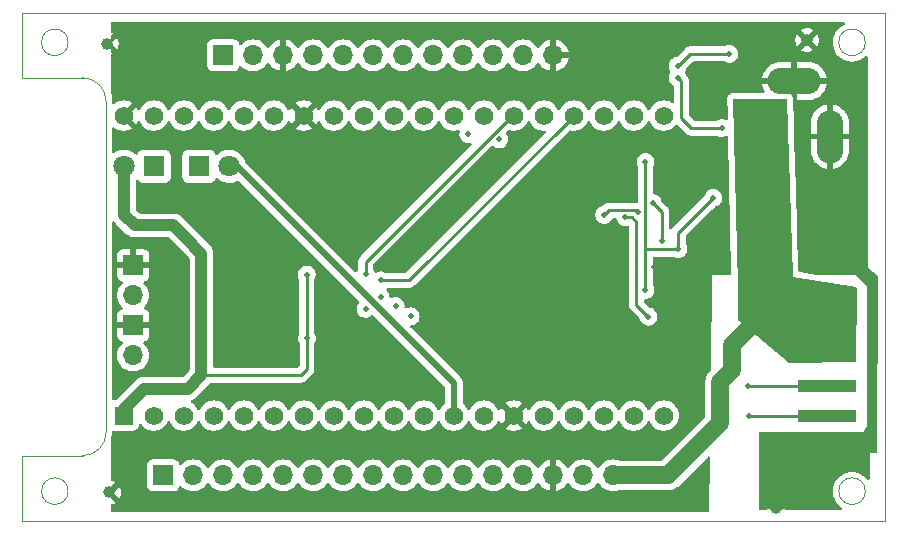
<source format=gbr>
G04 #@! TF.GenerationSoftware,KiCad,Pcbnew,5.99.0-unknown-308ab8caf~106~ubuntu18.04.1*
G04 #@! TF.CreationDate,2020-12-14T20:09:40-08:00*
G04 #@! TF.ProjectId,signal-board,7369676e-616c-42d6-926f-6172642e6b69,rev?*
G04 #@! TF.SameCoordinates,Original*
G04 #@! TF.FileFunction,Copper,L1,Top*
G04 #@! TF.FilePolarity,Positive*
%FSLAX46Y46*%
G04 Gerber Fmt 4.6, Leading zero omitted, Abs format (unit mm)*
G04 Created by KiCad (PCBNEW 5.99.0-unknown-308ab8caf~106~ubuntu18.04.1) date 2020-12-14 20:09:40*
%MOMM*%
%LPD*%
G01*
G04 APERTURE LIST*
G04 #@! TA.AperFunction,Profile*
%ADD10C,0.100000*%
G04 #@! TD*
G04 #@! TA.AperFunction,Profile*
%ADD11C,0.120000*%
G04 #@! TD*
G04 #@! TA.AperFunction,ComponentPad*
%ADD12R,1.700000X1.700000*%
G04 #@! TD*
G04 #@! TA.AperFunction,ComponentPad*
%ADD13O,1.700000X1.700000*%
G04 #@! TD*
G04 #@! TA.AperFunction,ComponentPad*
%ADD14O,2.500000X5.000000*%
G04 #@! TD*
G04 #@! TA.AperFunction,ComponentPad*
%ADD15O,2.250000X4.500000*%
G04 #@! TD*
G04 #@! TA.AperFunction,ComponentPad*
%ADD16O,4.500000X2.250000*%
G04 #@! TD*
G04 #@! TA.AperFunction,SMDPad,CuDef*
%ADD17C,1.000000*%
G04 #@! TD*
G04 #@! TA.AperFunction,SMDPad,CuDef*
%ADD18R,5.000000X1.000000*%
G04 #@! TD*
G04 #@! TA.AperFunction,ComponentPad*
%ADD19R,1.560000X1.560000*%
G04 #@! TD*
G04 #@! TA.AperFunction,ComponentPad*
%ADD20C,1.560000*%
G04 #@! TD*
G04 #@! TA.AperFunction,ComponentPad*
%ADD21R,1.800000X1.800000*%
G04 #@! TD*
G04 #@! TA.AperFunction,ComponentPad*
%ADD22C,1.800000*%
G04 #@! TD*
G04 #@! TA.AperFunction,ComponentPad*
%ADD23C,0.600000*%
G04 #@! TD*
G04 #@! TA.AperFunction,SMDPad,CuDef*
%ADD24R,2.300000X2.300000*%
G04 #@! TD*
G04 #@! TA.AperFunction,ViaPad*
%ADD25C,0.508000*%
G04 #@! TD*
G04 #@! TA.AperFunction,ViaPad*
%ADD26C,0.750000*%
G04 #@! TD*
G04 #@! TA.AperFunction,Conductor*
%ADD27C,0.500000*%
G04 #@! TD*
G04 #@! TA.AperFunction,Conductor*
%ADD28C,0.254000*%
G04 #@! TD*
G04 #@! TA.AperFunction,Conductor*
%ADD29C,1.000000*%
G04 #@! TD*
G04 #@! TA.AperFunction,Conductor*
%ADD30C,1.500000*%
G04 #@! TD*
G04 APERTURE END LIST*
D10*
X170300000Y-141000000D02*
X170300000Y-98000000D01*
X170300000Y-141000000D02*
X97300000Y-141000000D01*
X97300000Y-135500000D02*
X97300000Y-141000000D01*
X104400000Y-133500000D02*
G75*
G02*
X102400000Y-135500000I-2000000J0D01*
G01*
X104400000Y-133500000D02*
X104400000Y-105500000D01*
X97300000Y-98000000D02*
X97300000Y-103500000D01*
D11*
X101175000Y-138500000D02*
G75*
G03*
X101175000Y-138500000I-1125000J0D01*
G01*
D10*
X102400000Y-103500000D02*
G75*
G02*
X104400000Y-105500000I0J-2000000D01*
G01*
D11*
X101175000Y-100500000D02*
G75*
G03*
X101175000Y-100500000I-1125000J0D01*
G01*
X97300000Y-98000000D02*
X170300000Y-98000000D01*
X168675000Y-138500000D02*
G75*
G03*
X168675000Y-138500000I-1125000J0D01*
G01*
D10*
X102400000Y-135500000D02*
X97300000Y-135500000D01*
D11*
X168675000Y-100500000D02*
G75*
G03*
X168675000Y-100500000I-1125000J0D01*
G01*
D10*
X102400000Y-103500000D02*
X97300000Y-103500000D01*
D12*
G04 #@! TO.P,J4,1,Pin_1*
G04 #@! TO.N,+3V3*
X109220000Y-137160000D03*
D13*
G04 #@! TO.P,J4,2,Pin_2*
G04 #@! TO.N,/en*
X111760000Y-137160000D03*
G04 #@! TO.P,J4,3,Pin_3*
G04 #@! TO.N,/sensor_vp*
X114300000Y-137160000D03*
G04 #@! TO.P,J4,4,Pin_4*
G04 #@! TO.N,/sensor_vn*
X116840000Y-137160000D03*
G04 #@! TO.P,J4,5,Pin_5*
G04 #@! TO.N,/io34*
X119380000Y-137160000D03*
G04 #@! TO.P,J4,6,Pin_6*
G04 #@! TO.N,/io35*
X121920000Y-137160000D03*
G04 #@! TO.P,J4,7,Pin_7*
G04 #@! TO.N,/io25*
X124460000Y-137160000D03*
G04 #@! TO.P,J4,8,Pin_8*
G04 #@! TO.N,/uart_tx*
X127000000Y-137160000D03*
G04 #@! TO.P,J4,9,Pin_9*
G04 #@! TO.N,/uart_rx*
X129540000Y-137160000D03*
G04 #@! TO.P,J4,10,Pin_10*
G04 #@! TO.N,/vspi_mosi*
X132080000Y-137160000D03*
G04 #@! TO.P,J4,11,Pin_11*
G04 #@! TO.N,/vspi_miso*
X134620000Y-137160000D03*
G04 #@! TO.P,J4,12,Pin_12*
G04 #@! TO.N,/vspi_clk*
X137160000Y-137160000D03*
G04 #@! TO.P,J4,13,Pin_13*
G04 #@! TO.N,/vspi_cs*
X139700000Y-137160000D03*
G04 #@! TO.P,J4,14,Pin_14*
G04 #@! TO.N,GND*
X142240000Y-137160000D03*
G04 #@! TO.P,J4,15,Pin_15*
G04 #@! TO.N,+5V*
X144780000Y-137160000D03*
G04 #@! TO.P,J4,16,Pin_16*
G04 #@! TO.N,/3-12V_UNFUSED*
X147320000Y-137160000D03*
G04 #@! TD*
D14*
G04 #@! TO.P,J1,1*
G04 #@! TO.N,/3-12V_UNFUSED*
X159675000Y-108475000D03*
D15*
G04 #@! TO.P,J1,2*
G04 #@! TO.N,GND*
X165675000Y-108475000D03*
D16*
G04 #@! TO.P,J1,3*
X162675000Y-103775000D03*
G04 #@! TD*
D12*
G04 #@! TO.P,J2,1,Pin_1*
G04 #@! TO.N,/i2c_scl*
X114300000Y-101600000D03*
D13*
G04 #@! TO.P,J2,2,Pin_2*
G04 #@! TO.N,/i2c_sda*
X116840000Y-101600000D03*
G04 #@! TO.P,J2,3,Pin_3*
G04 #@! TO.N,GND*
X119380000Y-101600000D03*
G04 #@! TO.P,J2,4,Pin_4*
G04 #@! TO.N,/pixels_8*
X121920000Y-101600000D03*
G04 #@! TO.P,J2,5,Pin_5*
G04 #@! TO.N,/pixels_7*
X124460000Y-101600000D03*
G04 #@! TO.P,J2,6,Pin_6*
G04 #@! TO.N,/pixels_6*
X127000000Y-101600000D03*
G04 #@! TO.P,J2,7,Pin_7*
G04 #@! TO.N,/pixels_5*
X129540000Y-101600000D03*
G04 #@! TO.P,J2,8,Pin_8*
G04 #@! TO.N,/pixels_4*
X132080000Y-101600000D03*
G04 #@! TO.P,J2,9,Pin_9*
G04 #@! TO.N,/pixels_3*
X134620000Y-101600000D03*
G04 #@! TO.P,J2,10,Pin_10*
G04 #@! TO.N,/pixels_2*
X137160000Y-101600000D03*
G04 #@! TO.P,J2,11,Pin_11*
G04 #@! TO.N,/pixels_1*
X139700000Y-101600000D03*
G04 #@! TO.P,J2,12,Pin_12*
G04 #@! TO.N,GND*
X142240000Y-101600000D03*
G04 #@! TD*
D17*
G04 #@! TO.P,TP_GND1,1,1*
G04 #@! TO.N,GND*
X104450000Y-100600000D03*
G04 #@! TD*
G04 #@! TO.P,TP_GND6,1,1*
G04 #@! TO.N,GND*
X163728400Y-100304600D03*
G04 #@! TD*
G04 #@! TO.P,TP_GND2,1,1*
G04 #@! TO.N,GND*
X104673400Y-138607800D03*
G04 #@! TD*
D18*
G04 #@! TO.P,J3,1,Pin_1*
G04 #@! TO.N,/3-12V_UNFUSED*
X165430200Y-127076200D03*
G04 #@! TO.P,J3,2,Pin_2*
G04 #@! TO.N,/pixels_1*
X165430200Y-129616200D03*
G04 #@! TO.P,J3,3,Pin_3*
G04 #@! TO.N,/pixels_2*
X165430200Y-132156200D03*
G04 #@! TO.P,J3,4,Pin_4*
G04 #@! TO.N,GND*
X165430200Y-134696200D03*
G04 #@! TD*
D19*
G04 #@! TO.P,U2,1,3V3*
G04 #@! TO.N,+3V3*
X105890000Y-132100000D03*
D20*
G04 #@! TO.P,U2,2,EN*
G04 #@! TO.N,/en*
X108430000Y-132100000D03*
G04 #@! TO.P,U2,3,SENSOR_VP*
G04 #@! TO.N,/sensor_vp*
X110970000Y-132100000D03*
G04 #@! TO.P,U2,4,SENSOR_VN*
G04 #@! TO.N,/sensor_vn*
X113510000Y-132100000D03*
G04 #@! TO.P,U2,5,IO34*
G04 #@! TO.N,/io34*
X116050000Y-132100000D03*
G04 #@! TO.P,U2,6,IO35*
G04 #@! TO.N,/io35*
X118590000Y-132100000D03*
G04 #@! TO.P,U2,7*
G04 #@! TO.N,N/C*
X121130000Y-132100000D03*
G04 #@! TO.P,U2,8*
X123670000Y-132100000D03*
G04 #@! TO.P,U2,9,IO25*
G04 #@! TO.N,/io25*
X126210000Y-132100000D03*
G04 #@! TO.P,U2,10,IO26*
G04 #@! TO.N,/level_shift_4*
X128750000Y-132100000D03*
G04 #@! TO.P,U2,11,IO27*
G04 #@! TO.N,/level_shift_3*
X131290000Y-132100000D03*
G04 #@! TO.P,U2,12,IO14*
G04 #@! TO.N,/status_led*
X133830000Y-132100000D03*
G04 #@! TO.P,U2,13,IO12*
G04 #@! TO.N,/level_shift_2*
X136370000Y-132100000D03*
G04 #@! TO.P,U2,14,GND1*
G04 #@! TO.N,GND*
X138910000Y-132100000D03*
G04 #@! TO.P,U2,15,IO13*
G04 #@! TO.N,/level_shift_1*
X141450000Y-132100000D03*
G04 #@! TO.P,U2,16*
G04 #@! TO.N,N/C*
X143990000Y-132100000D03*
G04 #@! TO.P,U2,17*
X146530000Y-132100000D03*
G04 #@! TO.P,U2,18*
X149070000Y-132100000D03*
G04 #@! TO.P,U2,19,EXT_5V*
G04 #@! TO.N,+5V*
X151610000Y-132100000D03*
G04 #@! TO.P,U2,20,GND3*
G04 #@! TO.N,GND*
X105890000Y-106700000D03*
G04 #@! TO.P,U2,21,IO23*
G04 #@! TO.N,/vspi_mosi*
X108430000Y-106700000D03*
G04 #@! TO.P,U2,22,IO22*
G04 #@! TO.N,/i2c_scl*
X110970000Y-106700000D03*
G04 #@! TO.P,U2,23,TXD0*
G04 #@! TO.N,/uart_tx*
X113510000Y-106700000D03*
G04 #@! TO.P,U2,24,RXD0*
G04 #@! TO.N,/uart_rx*
X116050000Y-106700000D03*
G04 #@! TO.P,U2,25,IO21*
G04 #@! TO.N,/i2c_sda*
X118590000Y-106700000D03*
G04 #@! TO.P,U2,26,GND2*
G04 #@! TO.N,GND*
X121130000Y-106700000D03*
G04 #@! TO.P,U2,27,IO19*
G04 #@! TO.N,/vspi_miso*
X123670000Y-106700000D03*
G04 #@! TO.P,U2,28,IO18*
G04 #@! TO.N,/vspi_clk*
X126210000Y-106700000D03*
G04 #@! TO.P,U2,29,IO5*
G04 #@! TO.N,/vspi_cs*
X128750000Y-106700000D03*
G04 #@! TO.P,U2,30,IO17*
G04 #@! TO.N,/level_shift_8*
X131290000Y-106700000D03*
G04 #@! TO.P,U2,31,IO16*
G04 #@! TO.N,/level_shift_7*
X133830000Y-106700000D03*
G04 #@! TO.P,U2,32,IO4*
G04 #@! TO.N,/level_shift_6*
X136370000Y-106700000D03*
G04 #@! TO.P,U2,33,IO0*
G04 #@! TO.N,/button_2*
X138910000Y-106700000D03*
G04 #@! TO.P,U2,34,IO2*
G04 #@! TO.N,/level_shift_5*
X141450000Y-106700000D03*
G04 #@! TO.P,U2,35,IO15*
G04 #@! TO.N,/button_1*
X143990000Y-106700000D03*
G04 #@! TO.P,U2,36*
G04 #@! TO.N,N/C*
X146530000Y-106700000D03*
G04 #@! TO.P,U2,37*
X149070000Y-106700000D03*
G04 #@! TO.P,U2,38*
X151610000Y-106700000D03*
G04 #@! TD*
D17*
G04 #@! TO.P,TP_GND8,1,1*
G04 #@! TO.N,GND*
X161150000Y-139900000D03*
G04 #@! TD*
D21*
G04 #@! TO.P,D2,1,K*
G04 #@! TO.N,Net-(D2-Pad1)*
X112268000Y-110998000D03*
D22*
G04 #@! TO.P,D2,2,A*
G04 #@! TO.N,/status_led*
X114808000Y-110998000D03*
G04 #@! TD*
D21*
G04 #@! TO.P,D1,1,K*
G04 #@! TO.N,Net-(D1-Pad1)*
X108458000Y-110998000D03*
D22*
G04 #@! TO.P,D1,2,A*
G04 #@! TO.N,+3V3*
X105918000Y-110998000D03*
G04 #@! TD*
D12*
G04 #@! TO.P,J5,1,Pin_1*
G04 #@! TO.N,GND*
X106680000Y-124460000D03*
D13*
G04 #@! TO.P,J5,2,Pin_2*
G04 #@! TO.N,Net-(J5-Pad2)*
X106680000Y-127000000D03*
G04 #@! TD*
D23*
G04 #@! TO.P,U1,11,PGND*
G04 #@! TO.N,GND*
X147917100Y-112320600D03*
X147417100Y-112820600D03*
X148417100Y-112820600D03*
X148417100Y-111820600D03*
D24*
X147917100Y-112319600D03*
D23*
X147417100Y-111820600D03*
G04 #@! TD*
D12*
G04 #@! TO.P,J6,1,Pin_1*
G04 #@! TO.N,GND*
X106680000Y-119380000D03*
D13*
G04 #@! TO.P,J6,2,Pin_2*
G04 #@! TO.N,Net-(J6-Pad2)*
X106680000Y-121920000D03*
G04 #@! TD*
D25*
G04 #@! TO.N,GND*
X155273000Y-126644400D03*
X140579600Y-116586000D03*
X161544000Y-136192000D03*
X109829600Y-120675400D03*
X166973000Y-114792000D03*
X166973000Y-115792000D03*
X142579600Y-116586000D03*
X144602200Y-100415600D03*
X166973000Y-116792000D03*
X142579600Y-118586000D03*
X144602200Y-104415600D03*
X141579600Y-117586000D03*
X152400000Y-120802400D03*
X163544000Y-137192000D03*
X156921200Y-119075200D03*
X167973000Y-116792000D03*
X141579600Y-119586000D03*
X141579600Y-116586000D03*
X162544000Y-139192000D03*
X152273000Y-126644400D03*
X145602200Y-104415600D03*
X117348000Y-124155200D03*
X145602200Y-103415600D03*
X156244800Y-110845600D03*
X165973000Y-118792000D03*
X164973000Y-119792000D03*
X144602200Y-102415600D03*
X141579600Y-120586000D03*
X145602200Y-101415600D03*
X164544000Y-139192000D03*
X165973000Y-114792000D03*
X140579600Y-119586000D03*
X155244800Y-112845600D03*
X113588800Y-114147600D03*
X164544000Y-136192000D03*
X164973000Y-117792000D03*
X119380000Y-119253000D03*
X166973000Y-117792000D03*
X106654600Y-128727200D03*
X163544000Y-136192000D03*
X167973000Y-113792000D03*
X139801600Y-108483400D03*
X145602200Y-99415600D03*
X165544000Y-139192000D03*
X156895800Y-118033800D03*
X144627600Y-108483400D03*
X166973000Y-113792000D03*
X164973000Y-118792000D03*
X142579600Y-121586000D03*
X164544000Y-137192000D03*
X113969800Y-125958600D03*
X155273000Y-127644400D03*
X109829600Y-125857000D03*
X167973000Y-114792000D03*
X164544000Y-138192000D03*
X156244800Y-112845600D03*
X163544000Y-139192000D03*
X162544000Y-138192000D03*
X166973000Y-119792000D03*
X161544000Y-134874000D03*
X144602200Y-99415600D03*
X122656600Y-123367800D03*
X141579600Y-121586000D03*
X165973000Y-113792000D03*
X145719800Y-130378200D03*
X145602200Y-100415600D03*
X140579600Y-118586000D03*
X141579600Y-122586000D03*
X164973000Y-115792000D03*
X152273000Y-127644400D03*
X144602200Y-103415600D03*
X154273000Y-126644400D03*
X165973000Y-119792000D03*
X144602200Y-101415600D03*
X165973000Y-116792000D03*
X165973000Y-117792000D03*
X167973000Y-117792000D03*
X120523000Y-129641600D03*
X142579600Y-117586000D03*
X161544000Y-137192000D03*
X162544000Y-136192000D03*
X167544000Y-136192000D03*
X167973000Y-118792000D03*
X164973000Y-116792000D03*
X150774400Y-119481600D03*
X166544000Y-136192000D03*
X142579600Y-119586000D03*
X155244800Y-110845600D03*
X165544000Y-138192000D03*
X142579600Y-120586000D03*
X140579600Y-117586000D03*
X116052600Y-114249200D03*
X115189000Y-117602000D03*
X164973000Y-113792000D03*
X166973000Y-118792000D03*
X140579600Y-121586000D03*
X107162600Y-114071400D03*
X106730800Y-117576600D03*
X154273000Y-127644400D03*
X153273000Y-126644400D03*
X153273000Y-127644400D03*
X142579600Y-122586000D03*
X153339800Y-130276600D03*
X113919000Y-120599200D03*
X135280400Y-119938800D03*
X165973000Y-115792000D03*
X155244800Y-111845600D03*
X162544000Y-137192000D03*
X154244800Y-112845600D03*
X119253000Y-118059200D03*
X140579600Y-120586000D03*
X145602200Y-102415600D03*
X156244800Y-111845600D03*
X138150600Y-123164600D03*
X161544000Y-138192000D03*
X167973000Y-115792000D03*
X125349000Y-127381000D03*
X165544000Y-136192000D03*
X163544000Y-138192000D03*
X164973000Y-114792000D03*
X167973000Y-119792000D03*
X165544000Y-137192000D03*
X151333200Y-122605800D03*
X141579600Y-118586000D03*
D26*
X105850000Y-137100000D03*
D25*
X119253000Y-125476000D03*
G04 #@! TO.N,+3V3*
X121398000Y-125531000D03*
X121384200Y-120165000D03*
G04 #@! TO.N,/button_2*
X126365000Y-120142000D03*
G04 #@! TO.N,/button_1*
X127635000Y-120650000D03*
G04 #@! TO.N,/pixels_2*
X158825000Y-132125000D03*
X135051800Y-108280200D03*
G04 #@! TO.N,/pixels_1*
X158725000Y-129625000D03*
X137668000Y-108712000D03*
G04 #@! TO.N,/level_shift_5*
X130175000Y-123698000D03*
G04 #@! TO.N,/level_shift_6*
X128905000Y-122809000D03*
G04 #@! TO.N,/level_shift_7*
X127635000Y-122047000D03*
G04 #@! TO.N,/level_shift_8*
X126365000Y-123063000D03*
G04 #@! TO.N,Net-(C3-Pad1)*
X151460200Y-117297200D03*
X150672800Y-114096800D03*
G04 #@! TO.N,Net-(C16-Pad1)*
X157149800Y-101473000D03*
X152781000Y-102489000D03*
G04 #@! TO.N,/TPS_FEEDBACK*
X148365666Y-115311734D03*
X150317200Y-123723400D03*
G04 #@! TO.N,/5V_Out_PG*
X150063200Y-121488200D03*
X155800200Y-113662600D03*
X152857200Y-118008400D03*
X150063200Y-110642400D03*
G04 #@! TO.N,/3-12V_UNFUSED*
X158417000Y-111664000D03*
X157962600Y-107714800D03*
X157962600Y-109714800D03*
X161417000Y-105714800D03*
X161417000Y-106664000D03*
X160197800Y-116130200D03*
X157962600Y-106714800D03*
X159417000Y-111664000D03*
X160197800Y-119880200D03*
X160197800Y-116880200D03*
X160197800Y-118380200D03*
X161417000Y-107664000D03*
X157962600Y-105714800D03*
X160417000Y-111664000D03*
X161417000Y-110664000D03*
X161417000Y-108664000D03*
X160197800Y-119130200D03*
X160197800Y-115380200D03*
X161417000Y-111664000D03*
X160197800Y-117630200D03*
X161417000Y-109664000D03*
X157962600Y-108714800D03*
X160197800Y-114630200D03*
X157962600Y-110714800D03*
G04 #@! TO.N,Net-(C15-Pad1)*
X156514800Y-107772200D03*
X152781000Y-103479600D03*
G04 #@! TO.N,VCC*
X149428200Y-114884200D03*
X146558000Y-115112800D03*
G04 #@! TD*
D27*
G04 #@! TO.N,GND*
X165430200Y-134696200D02*
X163906200Y-134696200D01*
X165430200Y-134696200D02*
X165227000Y-134696200D01*
X165227000Y-134696200D02*
X165455600Y-134924800D01*
G04 #@! TO.N,+3V3*
X105918000Y-110998000D02*
X105918000Y-112776000D01*
D28*
X121398000Y-128157000D02*
X120878600Y-128676400D01*
D29*
X112471200Y-118389400D02*
X111036100Y-116954300D01*
X112471200Y-123317000D02*
X112471200Y-118389400D01*
D28*
X120878600Y-128676400D02*
X112471200Y-128676400D01*
D29*
X105890000Y-132100000D02*
X105890000Y-131574600D01*
D28*
X121381800Y-123317000D02*
X121384200Y-123314600D01*
D29*
X105918000Y-115087400D02*
X105918000Y-110998000D01*
X107645200Y-129819400D02*
X111328200Y-129819400D01*
X111328200Y-129819400D02*
X112471200Y-128676400D01*
D28*
X121384200Y-123314600D02*
X121384200Y-125499000D01*
D29*
X106832400Y-116001800D02*
X105918000Y-115087400D01*
X111036100Y-116954300D02*
X110083600Y-116001800D01*
X105890000Y-131574600D02*
X107645200Y-129819400D01*
X110083600Y-116001800D02*
X106832400Y-116001800D01*
X112471200Y-128676400D02*
X112471200Y-123317000D01*
D28*
X121398000Y-125531000D02*
X121398000Y-128157000D01*
X121384200Y-120165000D02*
X121384200Y-123314600D01*
G04 #@! TO.N,/button_2*
X138910000Y-106700000D02*
X138740198Y-106700000D01*
X126365000Y-119075198D02*
X126365000Y-120142000D01*
X138740198Y-106700000D02*
X126365000Y-119075198D01*
G04 #@! TO.N,/button_1*
X143990000Y-106700000D02*
X130040000Y-120650000D01*
X130040000Y-120650000D02*
X127635000Y-120650000D01*
G04 #@! TO.N,/pixels_2*
X165430200Y-132156200D02*
X158856200Y-132156200D01*
X158856200Y-132156200D02*
X158825000Y-132125000D01*
G04 #@! TO.N,/pixels_1*
X165430200Y-129616200D02*
X165421400Y-129625000D01*
X165430200Y-129616200D02*
X165221400Y-129825000D01*
X165421400Y-129625000D02*
X158725000Y-129625000D01*
D27*
G04 #@! TO.N,/status_led*
X115464158Y-110998000D02*
X114808000Y-110998000D01*
X133830000Y-132100000D02*
X133830000Y-130528000D01*
X133830000Y-129363842D02*
X115464158Y-110998000D01*
X133830000Y-130528000D02*
X133830000Y-129363842D01*
D28*
G04 #@! TO.N,/io35*
X118590000Y-132100000D02*
X118590000Y-132240000D01*
G04 #@! TO.N,Net-(C3-Pad1)*
X151460200Y-117297200D02*
X151460200Y-114884200D01*
X151460200Y-114884200D02*
X150672800Y-114096800D01*
G04 #@! TO.N,Net-(C16-Pad1)*
X153847800Y-101473000D02*
X152831800Y-102489000D01*
X157149800Y-101473000D02*
X153847800Y-101473000D01*
X152831800Y-102489000D02*
X152781000Y-102489000D01*
G04 #@! TO.N,/TPS_FEEDBACK*
X149301201Y-115697001D02*
X148915934Y-115311734D01*
X148915934Y-115311734D02*
X148365666Y-115311734D01*
X150063201Y-123469399D02*
X149301201Y-122707399D01*
X149301201Y-115951001D02*
X149301201Y-115697001D01*
X149301201Y-122707399D02*
X149301201Y-115951001D01*
X150317200Y-123723400D02*
X150063201Y-123469399D01*
G04 #@! TO.N,/5V_Out_PG*
X150088600Y-110667800D02*
X150063200Y-110642400D01*
X150063200Y-117957600D02*
X150063200Y-121488200D01*
X152857200Y-116605600D02*
X154990800Y-114472000D01*
X152857200Y-118008400D02*
X150114000Y-118008400D01*
X150063200Y-110642400D02*
X150063200Y-117957600D01*
X154990800Y-114472000D02*
X155800200Y-113662600D01*
X150114000Y-118008400D02*
X150063200Y-117957600D01*
X152857200Y-118008400D02*
X152857200Y-116605600D01*
D30*
G04 #@! TO.N,/3-12V_UNFUSED*
X157400000Y-126100000D02*
X157425000Y-126100000D01*
X156362400Y-129286000D02*
X157400000Y-128248400D01*
X157400000Y-128248400D02*
X157400000Y-126100000D01*
X147320000Y-137160000D02*
X151968200Y-137160000D01*
X151968200Y-137160000D02*
X156362400Y-132765800D01*
X156362400Y-132765800D02*
X156362400Y-129286000D01*
X157425000Y-126100000D02*
X159175000Y-124350000D01*
D28*
G04 #@! TO.N,Net-(C15-Pad1)*
X153949400Y-107772200D02*
X156514800Y-107772200D01*
X153111200Y-103809800D02*
X153111200Y-106934000D01*
X152781000Y-103479600D02*
X153111200Y-103809800D01*
X153111200Y-106934000D02*
X153949400Y-107772200D01*
G04 #@! TO.N,VCC*
X146940067Y-114730733D02*
X146558000Y-115112800D01*
X149352000Y-114808000D02*
X149274733Y-114730733D01*
X149428200Y-114884200D02*
X149352000Y-114808000D01*
X149274733Y-114730733D02*
X146940067Y-114730733D01*
G04 #@! TD*
G04 #@! TA.AperFunction,Conductor*
G04 #@! TO.N,GND*
G36*
X150407865Y-107196283D02*
G01*
X150452382Y-107247658D01*
X150496724Y-107342750D01*
X150625250Y-107526303D01*
X150783697Y-107684750D01*
X150967250Y-107813276D01*
X151170333Y-107907975D01*
X151199507Y-107915792D01*
X151381549Y-107964570D01*
X151381552Y-107964571D01*
X151386775Y-107965970D01*
X151392162Y-107966441D01*
X151392166Y-107966442D01*
X151604605Y-107985028D01*
X151610000Y-107985500D01*
X151615395Y-107985028D01*
X151827834Y-107966442D01*
X151827838Y-107966441D01*
X151833225Y-107965970D01*
X151838448Y-107964571D01*
X151838451Y-107964570D01*
X152020493Y-107915792D01*
X152049667Y-107907975D01*
X152252750Y-107813276D01*
X152436303Y-107684750D01*
X152594750Y-107526303D01*
X152597853Y-107521872D01*
X152597861Y-107521862D01*
X152601147Y-107517169D01*
X152655727Y-107473547D01*
X152725226Y-107466358D01*
X152790399Y-107500617D01*
X153148577Y-107858796D01*
X153450404Y-108160623D01*
X153457961Y-108168927D01*
X153462050Y-108175371D01*
X153467737Y-108180711D01*
X153511536Y-108221841D01*
X153514334Y-108224553D01*
X153533677Y-108243896D01*
X153536751Y-108246281D01*
X153536757Y-108246286D01*
X153536800Y-108246319D01*
X153545664Y-108253889D01*
X153577626Y-108283903D01*
X153595266Y-108293601D01*
X153611525Y-108304281D01*
X153627431Y-108316619D01*
X153667653Y-108334024D01*
X153678145Y-108339164D01*
X153716561Y-108360284D01*
X153724114Y-108362223D01*
X153724116Y-108362224D01*
X153731399Y-108364094D01*
X153736061Y-108365291D01*
X153754468Y-108371592D01*
X153772938Y-108379585D01*
X153816219Y-108386441D01*
X153827654Y-108388809D01*
X153862512Y-108397759D01*
X153862520Y-108397760D01*
X153870076Y-108399700D01*
X153890177Y-108399700D01*
X153909574Y-108401227D01*
X153929532Y-108404388D01*
X153937297Y-108403654D01*
X153937299Y-108403654D01*
X153973303Y-108400250D01*
X153984974Y-108399700D01*
X156051892Y-108399700D01*
X156115899Y-108418495D01*
X156116247Y-108417906D01*
X156118567Y-108419278D01*
X156118931Y-108419385D01*
X156119931Y-108420084D01*
X156122446Y-108421571D01*
X156128183Y-108425934D01*
X156134764Y-108428857D01*
X156134767Y-108428859D01*
X156167106Y-108443223D01*
X156288944Y-108497341D01*
X156296024Y-108498672D01*
X156296026Y-108498673D01*
X156454739Y-108528519D01*
X156454744Y-108528519D01*
X156461820Y-108529850D01*
X156469017Y-108529517D01*
X156469018Y-108529517D01*
X156563834Y-108525128D01*
X156637538Y-108521717D01*
X156806672Y-108473378D01*
X156812953Y-108469860D01*
X156812959Y-108469858D01*
X156875042Y-108435090D01*
X156943152Y-108419508D01*
X157008874Y-108443223D01*
X157051341Y-108498705D01*
X157059593Y-108540268D01*
X157339137Y-120048125D01*
X157339612Y-120067692D01*
X157321562Y-120135189D01*
X157269884Y-120182213D01*
X157215649Y-120194703D01*
X155702000Y-120194703D01*
X155701852Y-120207678D01*
X155610453Y-128219518D01*
X155590005Y-128286329D01*
X155574142Y-128305785D01*
X155542029Y-128337898D01*
X155529835Y-128348592D01*
X155512583Y-128361830D01*
X155508865Y-128365916D01*
X155458842Y-128420891D01*
X155454808Y-128425119D01*
X155438548Y-128441379D01*
X155436786Y-128443486D01*
X155436778Y-128443495D01*
X155421498Y-128461770D01*
X155418095Y-128465671D01*
X155362358Y-128526926D01*
X155352853Y-128542079D01*
X155342938Y-128555725D01*
X155338758Y-128560725D01*
X155331447Y-128569469D01*
X155307599Y-128611279D01*
X155290408Y-128641418D01*
X155287742Y-128645873D01*
X155243742Y-128716015D01*
X155241685Y-128721132D01*
X155241683Y-128721136D01*
X155237070Y-128732613D01*
X155229729Y-128747799D01*
X155220854Y-128763359D01*
X155193199Y-128841457D01*
X155191371Y-128846293D01*
X155162545Y-128917997D01*
X155162542Y-128918006D01*
X155160486Y-128923121D01*
X155159366Y-128928529D01*
X155156856Y-128940647D01*
X155152323Y-128956886D01*
X155146344Y-128973770D01*
X155133969Y-129049341D01*
X155132961Y-129055494D01*
X155132015Y-129060600D01*
X155117447Y-129130949D01*
X155115221Y-129141696D01*
X155114960Y-129146229D01*
X155114958Y-129146242D01*
X155113625Y-129169366D01*
X155112201Y-129182272D01*
X155110272Y-129194050D01*
X155110775Y-129226076D01*
X155111886Y-129296792D01*
X155111901Y-129298740D01*
X155111900Y-132196464D01*
X155092215Y-132263503D01*
X155075581Y-132284145D01*
X151486546Y-135873181D01*
X151425223Y-135906666D01*
X151398865Y-135909500D01*
X147860964Y-135909500D01*
X147808559Y-135897882D01*
X147792842Y-135890553D01*
X147783608Y-135886247D01*
X147778385Y-135884848D01*
X147778381Y-135884846D01*
X147560612Y-135826495D01*
X147560613Y-135826495D01*
X147555380Y-135825093D01*
X147320000Y-135804500D01*
X147084620Y-135825093D01*
X147079387Y-135826495D01*
X147079388Y-135826495D01*
X146861619Y-135884846D01*
X146861615Y-135884848D01*
X146856392Y-135886247D01*
X146642250Y-135986103D01*
X146637813Y-135989210D01*
X146637811Y-135989211D01*
X146453136Y-136118521D01*
X146453132Y-136118525D01*
X146448701Y-136121627D01*
X146281627Y-136288701D01*
X146278525Y-136293132D01*
X146278521Y-136293136D01*
X146151575Y-136474435D01*
X146096998Y-136518060D01*
X146027500Y-136525254D01*
X145965145Y-136493731D01*
X145948425Y-136474435D01*
X145821479Y-136293136D01*
X145821475Y-136293132D01*
X145818373Y-136288701D01*
X145651299Y-136121627D01*
X145646868Y-136118525D01*
X145646864Y-136118521D01*
X145462189Y-135989211D01*
X145462187Y-135989210D01*
X145457750Y-135986103D01*
X145243608Y-135886247D01*
X145238385Y-135884848D01*
X145238381Y-135884846D01*
X145020612Y-135826495D01*
X145020613Y-135826495D01*
X145015380Y-135825093D01*
X144780000Y-135804500D01*
X144544620Y-135825093D01*
X144539387Y-135826495D01*
X144539388Y-135826495D01*
X144321619Y-135884846D01*
X144321615Y-135884848D01*
X144316392Y-135886247D01*
X144102250Y-135986103D01*
X144097813Y-135989210D01*
X144097811Y-135989211D01*
X143913136Y-136118521D01*
X143913132Y-136118525D01*
X143908701Y-136121627D01*
X143741627Y-136288701D01*
X143738525Y-136293132D01*
X143738521Y-136293136D01*
X143611271Y-136474869D01*
X143556694Y-136518494D01*
X143487196Y-136525688D01*
X143424841Y-136494165D01*
X143408121Y-136474870D01*
X143281091Y-136293453D01*
X143274161Y-136285194D01*
X143114806Y-136125839D01*
X143106542Y-136118904D01*
X142921939Y-135989644D01*
X142912589Y-135984246D01*
X142708347Y-135889005D01*
X142698204Y-135885314D01*
X142507221Y-135834140D01*
X142493347Y-135834471D01*
X142490000Y-135842286D01*
X142489999Y-136909998D01*
X142490000Y-136910004D01*
X142489999Y-138472645D01*
X142493909Y-138485962D01*
X142502325Y-138487172D01*
X142698210Y-138434685D01*
X142708343Y-138430996D01*
X142912589Y-138335754D01*
X142921939Y-138330356D01*
X143106542Y-138201096D01*
X143114806Y-138194161D01*
X143274161Y-138034806D01*
X143281091Y-138026547D01*
X143408121Y-137845130D01*
X143462698Y-137801506D01*
X143532197Y-137794313D01*
X143594551Y-137825835D01*
X143611271Y-137845131D01*
X143738521Y-138026864D01*
X143738525Y-138026868D01*
X143741627Y-138031299D01*
X143908701Y-138198373D01*
X143913132Y-138201475D01*
X143913136Y-138201479D01*
X144097193Y-138330356D01*
X144102250Y-138333897D01*
X144316392Y-138433753D01*
X144321615Y-138435152D01*
X144321619Y-138435154D01*
X144480455Y-138477714D01*
X144544620Y-138494907D01*
X144780000Y-138515500D01*
X145015380Y-138494907D01*
X145079545Y-138477714D01*
X145238381Y-138435154D01*
X145238385Y-138435152D01*
X145243608Y-138433753D01*
X145457750Y-138333897D01*
X145462807Y-138330356D01*
X145646864Y-138201479D01*
X145646868Y-138201475D01*
X145651299Y-138198373D01*
X145818373Y-138031299D01*
X145821475Y-138026868D01*
X145821479Y-138026864D01*
X145948425Y-137845565D01*
X146003002Y-137801940D01*
X146072500Y-137794746D01*
X146134855Y-137826269D01*
X146151575Y-137845565D01*
X146278521Y-138026864D01*
X146278525Y-138026868D01*
X146281627Y-138031299D01*
X146448701Y-138198373D01*
X146453132Y-138201475D01*
X146453136Y-138201479D01*
X146637193Y-138330356D01*
X146642250Y-138333897D01*
X146856392Y-138433753D01*
X146861615Y-138435152D01*
X146861619Y-138435154D01*
X147020455Y-138477714D01*
X147084620Y-138494907D01*
X147320000Y-138515500D01*
X147555380Y-138494907D01*
X147619545Y-138477714D01*
X147778381Y-138435154D01*
X147778385Y-138435152D01*
X147783608Y-138433753D01*
X147808559Y-138422118D01*
X147860964Y-138410500D01*
X151877891Y-138410500D01*
X151894077Y-138411561D01*
X151915626Y-138414398D01*
X151921141Y-138414138D01*
X151921143Y-138414138D01*
X151995355Y-138410638D01*
X152001196Y-138410500D01*
X152024225Y-138410500D01*
X152050732Y-138408134D01*
X152055892Y-138407783D01*
X152138590Y-138403883D01*
X152156034Y-138399888D01*
X152172686Y-138397251D01*
X152185029Y-138396149D01*
X152190530Y-138395658D01*
X152232029Y-138384305D01*
X152270422Y-138373802D01*
X152275459Y-138372537D01*
X152350788Y-138355285D01*
X152350800Y-138355281D01*
X152356171Y-138354051D01*
X152361238Y-138351890D01*
X152361253Y-138351885D01*
X152372635Y-138347030D01*
X152388557Y-138341485D01*
X152400507Y-138338216D01*
X152400519Y-138338212D01*
X152405832Y-138336758D01*
X152480590Y-138301100D01*
X152485325Y-138298962D01*
X152561488Y-138266476D01*
X152566102Y-138263445D01*
X152566106Y-138263443D01*
X152576451Y-138256647D01*
X152591144Y-138248369D01*
X152607301Y-138240662D01*
X152674566Y-138192327D01*
X152678830Y-138189397D01*
X152744251Y-138146423D01*
X152748051Y-138143927D01*
X152768754Y-138125482D01*
X152778879Y-138117371D01*
X152780944Y-138115887D01*
X152788570Y-138110407D01*
X152860066Y-138036629D01*
X152861433Y-138035241D01*
X155313763Y-135582911D01*
X155375086Y-135549426D01*
X155444778Y-135554410D01*
X155500711Y-135596282D01*
X155525128Y-135661746D01*
X155525436Y-135672007D01*
X155474798Y-140110815D01*
X155454350Y-140177625D01*
X155401027Y-140222775D01*
X155350806Y-140233400D01*
X104899000Y-140233400D01*
X104831961Y-140213715D01*
X104786206Y-140160911D01*
X104775000Y-140109400D01*
X104775000Y-139709991D01*
X104794685Y-139642952D01*
X104847489Y-139597197D01*
X104868581Y-139589780D01*
X105011043Y-139553731D01*
X105022781Y-139549459D01*
X105167661Y-139479421D01*
X105177946Y-139470107D01*
X105175987Y-139463940D01*
X104775000Y-139062953D01*
X104775000Y-138608913D01*
X105032068Y-138608913D01*
X105032197Y-138610719D01*
X105036379Y-138617226D01*
X105522257Y-139103104D01*
X105534438Y-139109755D01*
X105540979Y-139104859D01*
X105591261Y-139015623D01*
X105596265Y-139004170D01*
X105654517Y-138822733D01*
X105657116Y-138810507D01*
X105678026Y-138618039D01*
X105678387Y-138611568D01*
X105678389Y-138611054D01*
X105678071Y-138604563D01*
X105658508Y-138411971D01*
X105655994Y-138399721D01*
X105599008Y-138217879D01*
X105594087Y-138206396D01*
X105543627Y-138115364D01*
X105533751Y-138105612D01*
X105526313Y-138108440D01*
X105039560Y-138595193D01*
X105032068Y-138608913D01*
X104775000Y-138608913D01*
X104775000Y-138152647D01*
X105170686Y-137756961D01*
X105177337Y-137744780D01*
X105173359Y-137739466D01*
X105029354Y-137668607D01*
X105017634Y-137664248D01*
X104867743Y-137625204D01*
X104807830Y-137589256D01*
X104776863Y-137526624D01*
X104775000Y-137505208D01*
X104775000Y-136310000D01*
X107864500Y-136310000D01*
X107864500Y-138010000D01*
X107869645Y-138081940D01*
X107877426Y-138108440D01*
X107907682Y-138211483D01*
X107907683Y-138211486D01*
X107910181Y-138219992D01*
X107987969Y-138341032D01*
X107994667Y-138346836D01*
X107994668Y-138346837D01*
X108068298Y-138410638D01*
X108096706Y-138435254D01*
X108227584Y-138495024D01*
X108236364Y-138496286D01*
X108236366Y-138496287D01*
X108311213Y-138507048D01*
X108370000Y-138515500D01*
X110070000Y-138515500D01*
X110072207Y-138515342D01*
X110072211Y-138515342D01*
X110087985Y-138514214D01*
X110141940Y-138510355D01*
X110220894Y-138487172D01*
X110271483Y-138472318D01*
X110271486Y-138472317D01*
X110279992Y-138469819D01*
X110401032Y-138392031D01*
X110440193Y-138346837D01*
X110489447Y-138289996D01*
X110489448Y-138289994D01*
X110495254Y-138283294D01*
X110555024Y-138152416D01*
X110556287Y-138143633D01*
X110558785Y-138135126D01*
X110560680Y-138135682D01*
X110584955Y-138082514D01*
X110643730Y-138044735D01*
X110713599Y-138044729D01*
X110766356Y-138076028D01*
X110888701Y-138198373D01*
X110893132Y-138201475D01*
X110893136Y-138201479D01*
X111077193Y-138330356D01*
X111082250Y-138333897D01*
X111296392Y-138433753D01*
X111301615Y-138435152D01*
X111301619Y-138435154D01*
X111460455Y-138477714D01*
X111524620Y-138494907D01*
X111760000Y-138515500D01*
X111995380Y-138494907D01*
X112059545Y-138477714D01*
X112218381Y-138435154D01*
X112218385Y-138435152D01*
X112223608Y-138433753D01*
X112437750Y-138333897D01*
X112442807Y-138330356D01*
X112626864Y-138201479D01*
X112626868Y-138201475D01*
X112631299Y-138198373D01*
X112798373Y-138031299D01*
X112801475Y-138026868D01*
X112801479Y-138026864D01*
X112928425Y-137845565D01*
X112983002Y-137801940D01*
X113052500Y-137794746D01*
X113114855Y-137826269D01*
X113131575Y-137845565D01*
X113258521Y-138026864D01*
X113258525Y-138026868D01*
X113261627Y-138031299D01*
X113428701Y-138198373D01*
X113433132Y-138201475D01*
X113433136Y-138201479D01*
X113617193Y-138330356D01*
X113622250Y-138333897D01*
X113836392Y-138433753D01*
X113841615Y-138435152D01*
X113841619Y-138435154D01*
X114000455Y-138477714D01*
X114064620Y-138494907D01*
X114300000Y-138515500D01*
X114535380Y-138494907D01*
X114599545Y-138477714D01*
X114758381Y-138435154D01*
X114758385Y-138435152D01*
X114763608Y-138433753D01*
X114977750Y-138333897D01*
X114982807Y-138330356D01*
X115166864Y-138201479D01*
X115166868Y-138201475D01*
X115171299Y-138198373D01*
X115338373Y-138031299D01*
X115341475Y-138026868D01*
X115341479Y-138026864D01*
X115468425Y-137845565D01*
X115523002Y-137801940D01*
X115592500Y-137794746D01*
X115654855Y-137826269D01*
X115671575Y-137845565D01*
X115798521Y-138026864D01*
X115798525Y-138026868D01*
X115801627Y-138031299D01*
X115968701Y-138198373D01*
X115973132Y-138201475D01*
X115973136Y-138201479D01*
X116157193Y-138330356D01*
X116162250Y-138333897D01*
X116376392Y-138433753D01*
X116381615Y-138435152D01*
X116381619Y-138435154D01*
X116540455Y-138477714D01*
X116604620Y-138494907D01*
X116840000Y-138515500D01*
X117075380Y-138494907D01*
X117139545Y-138477714D01*
X117298381Y-138435154D01*
X117298385Y-138435152D01*
X117303608Y-138433753D01*
X117517750Y-138333897D01*
X117522807Y-138330356D01*
X117706864Y-138201479D01*
X117706868Y-138201475D01*
X117711299Y-138198373D01*
X117878373Y-138031299D01*
X117881475Y-138026868D01*
X117881479Y-138026864D01*
X118008425Y-137845565D01*
X118063002Y-137801940D01*
X118132500Y-137794746D01*
X118194855Y-137826269D01*
X118211575Y-137845565D01*
X118338521Y-138026864D01*
X118338525Y-138026868D01*
X118341627Y-138031299D01*
X118508701Y-138198373D01*
X118513132Y-138201475D01*
X118513136Y-138201479D01*
X118697193Y-138330356D01*
X118702250Y-138333897D01*
X118916392Y-138433753D01*
X118921615Y-138435152D01*
X118921619Y-138435154D01*
X119080455Y-138477714D01*
X119144620Y-138494907D01*
X119380000Y-138515500D01*
X119615380Y-138494907D01*
X119679545Y-138477714D01*
X119838381Y-138435154D01*
X119838385Y-138435152D01*
X119843608Y-138433753D01*
X120057750Y-138333897D01*
X120062807Y-138330356D01*
X120246864Y-138201479D01*
X120246868Y-138201475D01*
X120251299Y-138198373D01*
X120418373Y-138031299D01*
X120421475Y-138026868D01*
X120421479Y-138026864D01*
X120548425Y-137845565D01*
X120603002Y-137801940D01*
X120672500Y-137794746D01*
X120734855Y-137826269D01*
X120751575Y-137845565D01*
X120878521Y-138026864D01*
X120878525Y-138026868D01*
X120881627Y-138031299D01*
X121048701Y-138198373D01*
X121053132Y-138201475D01*
X121053136Y-138201479D01*
X121237193Y-138330356D01*
X121242250Y-138333897D01*
X121456392Y-138433753D01*
X121461615Y-138435152D01*
X121461619Y-138435154D01*
X121620455Y-138477714D01*
X121684620Y-138494907D01*
X121920000Y-138515500D01*
X122155380Y-138494907D01*
X122219545Y-138477714D01*
X122378381Y-138435154D01*
X122378385Y-138435152D01*
X122383608Y-138433753D01*
X122597750Y-138333897D01*
X122602807Y-138330356D01*
X122786864Y-138201479D01*
X122786868Y-138201475D01*
X122791299Y-138198373D01*
X122958373Y-138031299D01*
X122961475Y-138026868D01*
X122961479Y-138026864D01*
X123088425Y-137845565D01*
X123143002Y-137801940D01*
X123212500Y-137794746D01*
X123274855Y-137826269D01*
X123291575Y-137845565D01*
X123418521Y-138026864D01*
X123418525Y-138026868D01*
X123421627Y-138031299D01*
X123588701Y-138198373D01*
X123593132Y-138201475D01*
X123593136Y-138201479D01*
X123777193Y-138330356D01*
X123782250Y-138333897D01*
X123996392Y-138433753D01*
X124001615Y-138435152D01*
X124001619Y-138435154D01*
X124160455Y-138477714D01*
X124224620Y-138494907D01*
X124460000Y-138515500D01*
X124695380Y-138494907D01*
X124759545Y-138477714D01*
X124918381Y-138435154D01*
X124918385Y-138435152D01*
X124923608Y-138433753D01*
X125137750Y-138333897D01*
X125142807Y-138330356D01*
X125326864Y-138201479D01*
X125326868Y-138201475D01*
X125331299Y-138198373D01*
X125498373Y-138031299D01*
X125501475Y-138026868D01*
X125501479Y-138026864D01*
X125628425Y-137845565D01*
X125683002Y-137801940D01*
X125752500Y-137794746D01*
X125814855Y-137826269D01*
X125831575Y-137845565D01*
X125958521Y-138026864D01*
X125958525Y-138026868D01*
X125961627Y-138031299D01*
X126128701Y-138198373D01*
X126133132Y-138201475D01*
X126133136Y-138201479D01*
X126317193Y-138330356D01*
X126322250Y-138333897D01*
X126536392Y-138433753D01*
X126541615Y-138435152D01*
X126541619Y-138435154D01*
X126700455Y-138477714D01*
X126764620Y-138494907D01*
X127000000Y-138515500D01*
X127235380Y-138494907D01*
X127299545Y-138477714D01*
X127458381Y-138435154D01*
X127458385Y-138435152D01*
X127463608Y-138433753D01*
X127677750Y-138333897D01*
X127682807Y-138330356D01*
X127866864Y-138201479D01*
X127866868Y-138201475D01*
X127871299Y-138198373D01*
X128038373Y-138031299D01*
X128041475Y-138026868D01*
X128041479Y-138026864D01*
X128168425Y-137845565D01*
X128223002Y-137801940D01*
X128292500Y-137794746D01*
X128354855Y-137826269D01*
X128371575Y-137845565D01*
X128498521Y-138026864D01*
X128498525Y-138026868D01*
X128501627Y-138031299D01*
X128668701Y-138198373D01*
X128673132Y-138201475D01*
X128673136Y-138201479D01*
X128857193Y-138330356D01*
X128862250Y-138333897D01*
X129076392Y-138433753D01*
X129081615Y-138435152D01*
X129081619Y-138435154D01*
X129240455Y-138477714D01*
X129304620Y-138494907D01*
X129540000Y-138515500D01*
X129775380Y-138494907D01*
X129839545Y-138477714D01*
X129998381Y-138435154D01*
X129998385Y-138435152D01*
X130003608Y-138433753D01*
X130217750Y-138333897D01*
X130222807Y-138330356D01*
X130406864Y-138201479D01*
X130406868Y-138201475D01*
X130411299Y-138198373D01*
X130578373Y-138031299D01*
X130581475Y-138026868D01*
X130581479Y-138026864D01*
X130708425Y-137845565D01*
X130763002Y-137801940D01*
X130832500Y-137794746D01*
X130894855Y-137826269D01*
X130911575Y-137845565D01*
X131038521Y-138026864D01*
X131038525Y-138026868D01*
X131041627Y-138031299D01*
X131208701Y-138198373D01*
X131213132Y-138201475D01*
X131213136Y-138201479D01*
X131397193Y-138330356D01*
X131402250Y-138333897D01*
X131616392Y-138433753D01*
X131621615Y-138435152D01*
X131621619Y-138435154D01*
X131780455Y-138477714D01*
X131844620Y-138494907D01*
X132080000Y-138515500D01*
X132315380Y-138494907D01*
X132379545Y-138477714D01*
X132538381Y-138435154D01*
X132538385Y-138435152D01*
X132543608Y-138433753D01*
X132757750Y-138333897D01*
X132762807Y-138330356D01*
X132946864Y-138201479D01*
X132946868Y-138201475D01*
X132951299Y-138198373D01*
X133118373Y-138031299D01*
X133121475Y-138026868D01*
X133121479Y-138026864D01*
X133248425Y-137845565D01*
X133303002Y-137801940D01*
X133372500Y-137794746D01*
X133434855Y-137826269D01*
X133451575Y-137845565D01*
X133578521Y-138026864D01*
X133578525Y-138026868D01*
X133581627Y-138031299D01*
X133748701Y-138198373D01*
X133753132Y-138201475D01*
X133753136Y-138201479D01*
X133937193Y-138330356D01*
X133942250Y-138333897D01*
X134156392Y-138433753D01*
X134161615Y-138435152D01*
X134161619Y-138435154D01*
X134320455Y-138477714D01*
X134384620Y-138494907D01*
X134620000Y-138515500D01*
X134855380Y-138494907D01*
X134919545Y-138477714D01*
X135078381Y-138435154D01*
X135078385Y-138435152D01*
X135083608Y-138433753D01*
X135297750Y-138333897D01*
X135302807Y-138330356D01*
X135486864Y-138201479D01*
X135486868Y-138201475D01*
X135491299Y-138198373D01*
X135658373Y-138031299D01*
X135661475Y-138026868D01*
X135661479Y-138026864D01*
X135788425Y-137845565D01*
X135843002Y-137801940D01*
X135912500Y-137794746D01*
X135974855Y-137826269D01*
X135991575Y-137845565D01*
X136118521Y-138026864D01*
X136118525Y-138026868D01*
X136121627Y-138031299D01*
X136288701Y-138198373D01*
X136293132Y-138201475D01*
X136293136Y-138201479D01*
X136477193Y-138330356D01*
X136482250Y-138333897D01*
X136696392Y-138433753D01*
X136701615Y-138435152D01*
X136701619Y-138435154D01*
X136860455Y-138477714D01*
X136924620Y-138494907D01*
X137160000Y-138515500D01*
X137395380Y-138494907D01*
X137459545Y-138477714D01*
X137618381Y-138435154D01*
X137618385Y-138435152D01*
X137623608Y-138433753D01*
X137837750Y-138333897D01*
X137842807Y-138330356D01*
X138026864Y-138201479D01*
X138026868Y-138201475D01*
X138031299Y-138198373D01*
X138198373Y-138031299D01*
X138201475Y-138026868D01*
X138201479Y-138026864D01*
X138328425Y-137845565D01*
X138383002Y-137801940D01*
X138452500Y-137794746D01*
X138514855Y-137826269D01*
X138531575Y-137845565D01*
X138658521Y-138026864D01*
X138658525Y-138026868D01*
X138661627Y-138031299D01*
X138828701Y-138198373D01*
X138833132Y-138201475D01*
X138833136Y-138201479D01*
X139017193Y-138330356D01*
X139022250Y-138333897D01*
X139236392Y-138433753D01*
X139241615Y-138435152D01*
X139241619Y-138435154D01*
X139400455Y-138477714D01*
X139464620Y-138494907D01*
X139700000Y-138515500D01*
X139935380Y-138494907D01*
X139999545Y-138477714D01*
X140158381Y-138435154D01*
X140158385Y-138435152D01*
X140163608Y-138433753D01*
X140377750Y-138333897D01*
X140382807Y-138330356D01*
X140566864Y-138201479D01*
X140566868Y-138201475D01*
X140571299Y-138198373D01*
X140738373Y-138031299D01*
X140741475Y-138026868D01*
X140741479Y-138026864D01*
X140868729Y-137845131D01*
X140923306Y-137801506D01*
X140992804Y-137794312D01*
X141055159Y-137825835D01*
X141071879Y-137845130D01*
X141198909Y-138026547D01*
X141205839Y-138034806D01*
X141365194Y-138194161D01*
X141373458Y-138201096D01*
X141558061Y-138330356D01*
X141567411Y-138335754D01*
X141771653Y-138430995D01*
X141781796Y-138434686D01*
X141972779Y-138485860D01*
X141986653Y-138485529D01*
X141990000Y-138477714D01*
X141990001Y-137410002D01*
X141990000Y-137409996D01*
X141990001Y-135847355D01*
X141986091Y-135834038D01*
X141977675Y-135832828D01*
X141781790Y-135885315D01*
X141771657Y-135889004D01*
X141567411Y-135984246D01*
X141558061Y-135989644D01*
X141373458Y-136118904D01*
X141365194Y-136125839D01*
X141205839Y-136285194D01*
X141198909Y-136293453D01*
X141071879Y-136474870D01*
X141017302Y-136518494D01*
X140947803Y-136525687D01*
X140885449Y-136494165D01*
X140868729Y-136474869D01*
X140741479Y-136293136D01*
X140741475Y-136293132D01*
X140738373Y-136288701D01*
X140571299Y-136121627D01*
X140566868Y-136118525D01*
X140566864Y-136118521D01*
X140382189Y-135989211D01*
X140382187Y-135989210D01*
X140377750Y-135986103D01*
X140163608Y-135886247D01*
X140158385Y-135884848D01*
X140158381Y-135884846D01*
X139940612Y-135826495D01*
X139940613Y-135826495D01*
X139935380Y-135825093D01*
X139700000Y-135804500D01*
X139464620Y-135825093D01*
X139459387Y-135826495D01*
X139459388Y-135826495D01*
X139241619Y-135884846D01*
X139241615Y-135884848D01*
X139236392Y-135886247D01*
X139022250Y-135986103D01*
X139017813Y-135989210D01*
X139017811Y-135989211D01*
X138833136Y-136118521D01*
X138833132Y-136118525D01*
X138828701Y-136121627D01*
X138661627Y-136288701D01*
X138658525Y-136293132D01*
X138658521Y-136293136D01*
X138531575Y-136474435D01*
X138476998Y-136518060D01*
X138407500Y-136525254D01*
X138345145Y-136493731D01*
X138328425Y-136474435D01*
X138201479Y-136293136D01*
X138201475Y-136293132D01*
X138198373Y-136288701D01*
X138031299Y-136121627D01*
X138026868Y-136118525D01*
X138026864Y-136118521D01*
X137842189Y-135989211D01*
X137842187Y-135989210D01*
X137837750Y-135986103D01*
X137623608Y-135886247D01*
X137618385Y-135884848D01*
X137618381Y-135884846D01*
X137400612Y-135826495D01*
X137400613Y-135826495D01*
X137395380Y-135825093D01*
X137160000Y-135804500D01*
X136924620Y-135825093D01*
X136919387Y-135826495D01*
X136919388Y-135826495D01*
X136701619Y-135884846D01*
X136701615Y-135884848D01*
X136696392Y-135886247D01*
X136482250Y-135986103D01*
X136477813Y-135989210D01*
X136477811Y-135989211D01*
X136293136Y-136118521D01*
X136293132Y-136118525D01*
X136288701Y-136121627D01*
X136121627Y-136288701D01*
X136118525Y-136293132D01*
X136118521Y-136293136D01*
X135991575Y-136474435D01*
X135936998Y-136518060D01*
X135867500Y-136525254D01*
X135805145Y-136493731D01*
X135788425Y-136474435D01*
X135661479Y-136293136D01*
X135661475Y-136293132D01*
X135658373Y-136288701D01*
X135491299Y-136121627D01*
X135486868Y-136118525D01*
X135486864Y-136118521D01*
X135302189Y-135989211D01*
X135302187Y-135989210D01*
X135297750Y-135986103D01*
X135083608Y-135886247D01*
X135078385Y-135884848D01*
X135078381Y-135884846D01*
X134860612Y-135826495D01*
X134860613Y-135826495D01*
X134855380Y-135825093D01*
X134620000Y-135804500D01*
X134384620Y-135825093D01*
X134379387Y-135826495D01*
X134379388Y-135826495D01*
X134161619Y-135884846D01*
X134161615Y-135884848D01*
X134156392Y-135886247D01*
X133942250Y-135986103D01*
X133937813Y-135989210D01*
X133937811Y-135989211D01*
X133753136Y-136118521D01*
X133753132Y-136118525D01*
X133748701Y-136121627D01*
X133581627Y-136288701D01*
X133578525Y-136293132D01*
X133578521Y-136293136D01*
X133451575Y-136474435D01*
X133396998Y-136518060D01*
X133327500Y-136525254D01*
X133265145Y-136493731D01*
X133248425Y-136474435D01*
X133121479Y-136293136D01*
X133121475Y-136293132D01*
X133118373Y-136288701D01*
X132951299Y-136121627D01*
X132946868Y-136118525D01*
X132946864Y-136118521D01*
X132762189Y-135989211D01*
X132762187Y-135989210D01*
X132757750Y-135986103D01*
X132543608Y-135886247D01*
X132538385Y-135884848D01*
X132538381Y-135884846D01*
X132320612Y-135826495D01*
X132320613Y-135826495D01*
X132315380Y-135825093D01*
X132080000Y-135804500D01*
X131844620Y-135825093D01*
X131839387Y-135826495D01*
X131839388Y-135826495D01*
X131621619Y-135884846D01*
X131621615Y-135884848D01*
X131616392Y-135886247D01*
X131402250Y-135986103D01*
X131397813Y-135989210D01*
X131397811Y-135989211D01*
X131213136Y-136118521D01*
X131213132Y-136118525D01*
X131208701Y-136121627D01*
X131041627Y-136288701D01*
X131038525Y-136293132D01*
X131038521Y-136293136D01*
X130911575Y-136474435D01*
X130856998Y-136518060D01*
X130787500Y-136525254D01*
X130725145Y-136493731D01*
X130708425Y-136474435D01*
X130581479Y-136293136D01*
X130581475Y-136293132D01*
X130578373Y-136288701D01*
X130411299Y-136121627D01*
X130406868Y-136118525D01*
X130406864Y-136118521D01*
X130222189Y-135989211D01*
X130222187Y-135989210D01*
X130217750Y-135986103D01*
X130003608Y-135886247D01*
X129998385Y-135884848D01*
X129998381Y-135884846D01*
X129780612Y-135826495D01*
X129780613Y-135826495D01*
X129775380Y-135825093D01*
X129540000Y-135804500D01*
X129304620Y-135825093D01*
X129299387Y-135826495D01*
X129299388Y-135826495D01*
X129081619Y-135884846D01*
X129081615Y-135884848D01*
X129076392Y-135886247D01*
X128862250Y-135986103D01*
X128857813Y-135989210D01*
X128857811Y-135989211D01*
X128673136Y-136118521D01*
X128673132Y-136118525D01*
X128668701Y-136121627D01*
X128501627Y-136288701D01*
X128498525Y-136293132D01*
X128498521Y-136293136D01*
X128371575Y-136474435D01*
X128316998Y-136518060D01*
X128247500Y-136525254D01*
X128185145Y-136493731D01*
X128168425Y-136474435D01*
X128041479Y-136293136D01*
X128041475Y-136293132D01*
X128038373Y-136288701D01*
X127871299Y-136121627D01*
X127866868Y-136118525D01*
X127866864Y-136118521D01*
X127682189Y-135989211D01*
X127682187Y-135989210D01*
X127677750Y-135986103D01*
X127463608Y-135886247D01*
X127458385Y-135884848D01*
X127458381Y-135884846D01*
X127240612Y-135826495D01*
X127240613Y-135826495D01*
X127235380Y-135825093D01*
X127000000Y-135804500D01*
X126764620Y-135825093D01*
X126759387Y-135826495D01*
X126759388Y-135826495D01*
X126541619Y-135884846D01*
X126541615Y-135884848D01*
X126536392Y-135886247D01*
X126322250Y-135986103D01*
X126317813Y-135989210D01*
X126317811Y-135989211D01*
X126133136Y-136118521D01*
X126133132Y-136118525D01*
X126128701Y-136121627D01*
X125961627Y-136288701D01*
X125958525Y-136293132D01*
X125958521Y-136293136D01*
X125831575Y-136474435D01*
X125776998Y-136518060D01*
X125707500Y-136525254D01*
X125645145Y-136493731D01*
X125628425Y-136474435D01*
X125501479Y-136293136D01*
X125501475Y-136293132D01*
X125498373Y-136288701D01*
X125331299Y-136121627D01*
X125326868Y-136118525D01*
X125326864Y-136118521D01*
X125142189Y-135989211D01*
X125142187Y-135989210D01*
X125137750Y-135986103D01*
X124923608Y-135886247D01*
X124918385Y-135884848D01*
X124918381Y-135884846D01*
X124700612Y-135826495D01*
X124700613Y-135826495D01*
X124695380Y-135825093D01*
X124460000Y-135804500D01*
X124224620Y-135825093D01*
X124219387Y-135826495D01*
X124219388Y-135826495D01*
X124001619Y-135884846D01*
X124001615Y-135884848D01*
X123996392Y-135886247D01*
X123782250Y-135986103D01*
X123777813Y-135989210D01*
X123777811Y-135989211D01*
X123593136Y-136118521D01*
X123593132Y-136118525D01*
X123588701Y-136121627D01*
X123421627Y-136288701D01*
X123418525Y-136293132D01*
X123418521Y-136293136D01*
X123291575Y-136474435D01*
X123236998Y-136518060D01*
X123167500Y-136525254D01*
X123105145Y-136493731D01*
X123088425Y-136474435D01*
X122961479Y-136293136D01*
X122961475Y-136293132D01*
X122958373Y-136288701D01*
X122791299Y-136121627D01*
X122786868Y-136118525D01*
X122786864Y-136118521D01*
X122602189Y-135989211D01*
X122602187Y-135989210D01*
X122597750Y-135986103D01*
X122383608Y-135886247D01*
X122378385Y-135884848D01*
X122378381Y-135884846D01*
X122160612Y-135826495D01*
X122160613Y-135826495D01*
X122155380Y-135825093D01*
X121920000Y-135804500D01*
X121684620Y-135825093D01*
X121679387Y-135826495D01*
X121679388Y-135826495D01*
X121461619Y-135884846D01*
X121461615Y-135884848D01*
X121456392Y-135886247D01*
X121242250Y-135986103D01*
X121237813Y-135989210D01*
X121237811Y-135989211D01*
X121053136Y-136118521D01*
X121053132Y-136118525D01*
X121048701Y-136121627D01*
X120881627Y-136288701D01*
X120878525Y-136293132D01*
X120878521Y-136293136D01*
X120751575Y-136474435D01*
X120696998Y-136518060D01*
X120627500Y-136525254D01*
X120565145Y-136493731D01*
X120548425Y-136474435D01*
X120421479Y-136293136D01*
X120421475Y-136293132D01*
X120418373Y-136288701D01*
X120251299Y-136121627D01*
X120246868Y-136118525D01*
X120246864Y-136118521D01*
X120062189Y-135989211D01*
X120062187Y-135989210D01*
X120057750Y-135986103D01*
X119843608Y-135886247D01*
X119838385Y-135884848D01*
X119838381Y-135884846D01*
X119620612Y-135826495D01*
X119620613Y-135826495D01*
X119615380Y-135825093D01*
X119380000Y-135804500D01*
X119144620Y-135825093D01*
X119139387Y-135826495D01*
X119139388Y-135826495D01*
X118921619Y-135884846D01*
X118921615Y-135884848D01*
X118916392Y-135886247D01*
X118702250Y-135986103D01*
X118697813Y-135989210D01*
X118697811Y-135989211D01*
X118513136Y-136118521D01*
X118513132Y-136118525D01*
X118508701Y-136121627D01*
X118341627Y-136288701D01*
X118338525Y-136293132D01*
X118338521Y-136293136D01*
X118211575Y-136474435D01*
X118156998Y-136518060D01*
X118087500Y-136525254D01*
X118025145Y-136493731D01*
X118008425Y-136474435D01*
X117881479Y-136293136D01*
X117881475Y-136293132D01*
X117878373Y-136288701D01*
X117711299Y-136121627D01*
X117706868Y-136118525D01*
X117706864Y-136118521D01*
X117522189Y-135989211D01*
X117522187Y-135989210D01*
X117517750Y-135986103D01*
X117303608Y-135886247D01*
X117298385Y-135884848D01*
X117298381Y-135884846D01*
X117080612Y-135826495D01*
X117080613Y-135826495D01*
X117075380Y-135825093D01*
X116840000Y-135804500D01*
X116604620Y-135825093D01*
X116599387Y-135826495D01*
X116599388Y-135826495D01*
X116381619Y-135884846D01*
X116381615Y-135884848D01*
X116376392Y-135886247D01*
X116162250Y-135986103D01*
X116157813Y-135989210D01*
X116157811Y-135989211D01*
X115973136Y-136118521D01*
X115973132Y-136118525D01*
X115968701Y-136121627D01*
X115801627Y-136288701D01*
X115798525Y-136293132D01*
X115798521Y-136293136D01*
X115671575Y-136474435D01*
X115616998Y-136518060D01*
X115547500Y-136525254D01*
X115485145Y-136493731D01*
X115468425Y-136474435D01*
X115341479Y-136293136D01*
X115341475Y-136293132D01*
X115338373Y-136288701D01*
X115171299Y-136121627D01*
X115166868Y-136118525D01*
X115166864Y-136118521D01*
X114982189Y-135989211D01*
X114982187Y-135989210D01*
X114977750Y-135986103D01*
X114763608Y-135886247D01*
X114758385Y-135884848D01*
X114758381Y-135884846D01*
X114540612Y-135826495D01*
X114540613Y-135826495D01*
X114535380Y-135825093D01*
X114300000Y-135804500D01*
X114064620Y-135825093D01*
X114059387Y-135826495D01*
X114059388Y-135826495D01*
X113841619Y-135884846D01*
X113841615Y-135884848D01*
X113836392Y-135886247D01*
X113622250Y-135986103D01*
X113617813Y-135989210D01*
X113617811Y-135989211D01*
X113433136Y-136118521D01*
X113433132Y-136118525D01*
X113428701Y-136121627D01*
X113261627Y-136288701D01*
X113258525Y-136293132D01*
X113258521Y-136293136D01*
X113131575Y-136474435D01*
X113076998Y-136518060D01*
X113007500Y-136525254D01*
X112945145Y-136493731D01*
X112928425Y-136474435D01*
X112801479Y-136293136D01*
X112801475Y-136293132D01*
X112798373Y-136288701D01*
X112631299Y-136121627D01*
X112626868Y-136118525D01*
X112626864Y-136118521D01*
X112442189Y-135989211D01*
X112442187Y-135989210D01*
X112437750Y-135986103D01*
X112223608Y-135886247D01*
X112218385Y-135884848D01*
X112218381Y-135884846D01*
X112000612Y-135826495D01*
X112000613Y-135826495D01*
X111995380Y-135825093D01*
X111760000Y-135804500D01*
X111524620Y-135825093D01*
X111519387Y-135826495D01*
X111519388Y-135826495D01*
X111301619Y-135884846D01*
X111301615Y-135884848D01*
X111296392Y-135886247D01*
X111082250Y-135986103D01*
X111077813Y-135989210D01*
X111077811Y-135989211D01*
X110893136Y-136118521D01*
X110893132Y-136118525D01*
X110888701Y-136121627D01*
X110763964Y-136246364D01*
X110702641Y-136279849D01*
X110632949Y-136274865D01*
X110577016Y-136232993D01*
X110557306Y-136193619D01*
X110532317Y-136108516D01*
X110529819Y-136100008D01*
X110452031Y-135978968D01*
X110400907Y-135934668D01*
X110349996Y-135890553D01*
X110349994Y-135890552D01*
X110343294Y-135884746D01*
X110212416Y-135824976D01*
X110203636Y-135823714D01*
X110203634Y-135823713D01*
X110118819Y-135811519D01*
X110070000Y-135804500D01*
X108370000Y-135804500D01*
X108367793Y-135804658D01*
X108367789Y-135804658D01*
X108352015Y-135805786D01*
X108298060Y-135809645D01*
X108250149Y-135823713D01*
X108168517Y-135847682D01*
X108168514Y-135847683D01*
X108160008Y-135850181D01*
X108038968Y-135927969D01*
X108033164Y-135934667D01*
X108033163Y-135934668D01*
X107994777Y-135978968D01*
X107944746Y-136036706D01*
X107884976Y-136167584D01*
X107864500Y-136310000D01*
X104775000Y-136310000D01*
X104775000Y-134311496D01*
X104780023Y-134276561D01*
X104843931Y-134058913D01*
X104844346Y-134057530D01*
X104844716Y-134056322D01*
X104851174Y-134035241D01*
X104896641Y-133719013D01*
X104897223Y-133715358D01*
X104900798Y-133694860D01*
X104900798Y-133694858D01*
X104901620Y-133690146D01*
X104901707Y-133685364D01*
X104901715Y-133685280D01*
X104901818Y-133683008D01*
X104902226Y-133680168D01*
X104902238Y-133657169D01*
X104902259Y-133655021D01*
X104903480Y-133588043D01*
X104905140Y-133496887D01*
X104926042Y-133430218D01*
X104979671Y-133385433D01*
X105046765Y-133376409D01*
X105105617Y-133384870D01*
X105105619Y-133384870D01*
X105110000Y-133385500D01*
X106670000Y-133385500D01*
X106672207Y-133385342D01*
X106672211Y-133385342D01*
X106687985Y-133384214D01*
X106741940Y-133380355D01*
X106798701Y-133363688D01*
X106871483Y-133342318D01*
X106871486Y-133342317D01*
X106879992Y-133339819D01*
X107001032Y-133262031D01*
X107041298Y-133215562D01*
X107089447Y-133159996D01*
X107089448Y-133159994D01*
X107095254Y-133153294D01*
X107155024Y-133022416D01*
X107171338Y-132908947D01*
X107200363Y-132845391D01*
X107259141Y-132807616D01*
X107329010Y-132807616D01*
X107387789Y-132845390D01*
X107395651Y-132855469D01*
X107408989Y-132874517D01*
X107445250Y-132926303D01*
X107603697Y-133084750D01*
X107787250Y-133213276D01*
X107990333Y-133307975D01*
X108002858Y-133311331D01*
X108201549Y-133364570D01*
X108201552Y-133364571D01*
X108206775Y-133365970D01*
X108212162Y-133366441D01*
X108212166Y-133366442D01*
X108424605Y-133385028D01*
X108430000Y-133385500D01*
X108435395Y-133385028D01*
X108647834Y-133366442D01*
X108647838Y-133366441D01*
X108653225Y-133365970D01*
X108658448Y-133364571D01*
X108658451Y-133364570D01*
X108857142Y-133311331D01*
X108869667Y-133307975D01*
X109072750Y-133213276D01*
X109256303Y-133084750D01*
X109414750Y-132926303D01*
X109543276Y-132742750D01*
X109587618Y-132647658D01*
X109633790Y-132595219D01*
X109700984Y-132576067D01*
X109767865Y-132596283D01*
X109812382Y-132647658D01*
X109856724Y-132742750D01*
X109985250Y-132926303D01*
X110143697Y-133084750D01*
X110327250Y-133213276D01*
X110530333Y-133307975D01*
X110542858Y-133311331D01*
X110741549Y-133364570D01*
X110741552Y-133364571D01*
X110746775Y-133365970D01*
X110752162Y-133366441D01*
X110752166Y-133366442D01*
X110964605Y-133385028D01*
X110970000Y-133385500D01*
X110975395Y-133385028D01*
X111187834Y-133366442D01*
X111187838Y-133366441D01*
X111193225Y-133365970D01*
X111198448Y-133364571D01*
X111198451Y-133364570D01*
X111397142Y-133311331D01*
X111409667Y-133307975D01*
X111612750Y-133213276D01*
X111796303Y-133084750D01*
X111954750Y-132926303D01*
X112083276Y-132742750D01*
X112127618Y-132647658D01*
X112173790Y-132595219D01*
X112240984Y-132576067D01*
X112307865Y-132596283D01*
X112352382Y-132647658D01*
X112396724Y-132742750D01*
X112525250Y-132926303D01*
X112683697Y-133084750D01*
X112867250Y-133213276D01*
X113070333Y-133307975D01*
X113082858Y-133311331D01*
X113281549Y-133364570D01*
X113281552Y-133364571D01*
X113286775Y-133365970D01*
X113292162Y-133366441D01*
X113292166Y-133366442D01*
X113504605Y-133385028D01*
X113510000Y-133385500D01*
X113515395Y-133385028D01*
X113727834Y-133366442D01*
X113727838Y-133366441D01*
X113733225Y-133365970D01*
X113738448Y-133364571D01*
X113738451Y-133364570D01*
X113937142Y-133311331D01*
X113949667Y-133307975D01*
X114152750Y-133213276D01*
X114336303Y-133084750D01*
X114494750Y-132926303D01*
X114623276Y-132742750D01*
X114667618Y-132647658D01*
X114713790Y-132595219D01*
X114780984Y-132576067D01*
X114847865Y-132596283D01*
X114892382Y-132647658D01*
X114936724Y-132742750D01*
X115065250Y-132926303D01*
X115223697Y-133084750D01*
X115407250Y-133213276D01*
X115610333Y-133307975D01*
X115622858Y-133311331D01*
X115821549Y-133364570D01*
X115821552Y-133364571D01*
X115826775Y-133365970D01*
X115832162Y-133366441D01*
X115832166Y-133366442D01*
X116044605Y-133385028D01*
X116050000Y-133385500D01*
X116055395Y-133385028D01*
X116267834Y-133366442D01*
X116267838Y-133366441D01*
X116273225Y-133365970D01*
X116278448Y-133364571D01*
X116278451Y-133364570D01*
X116477142Y-133311331D01*
X116489667Y-133307975D01*
X116692750Y-133213276D01*
X116876303Y-133084750D01*
X117034750Y-132926303D01*
X117163276Y-132742750D01*
X117207618Y-132647658D01*
X117253790Y-132595219D01*
X117320984Y-132576067D01*
X117387865Y-132596283D01*
X117432382Y-132647658D01*
X117476724Y-132742750D01*
X117605250Y-132926303D01*
X117763697Y-133084750D01*
X117947250Y-133213276D01*
X118150333Y-133307975D01*
X118162858Y-133311331D01*
X118361549Y-133364570D01*
X118361552Y-133364571D01*
X118366775Y-133365970D01*
X118372162Y-133366441D01*
X118372166Y-133366442D01*
X118584605Y-133385028D01*
X118590000Y-133385500D01*
X118595395Y-133385028D01*
X118807834Y-133366442D01*
X118807838Y-133366441D01*
X118813225Y-133365970D01*
X118818448Y-133364571D01*
X118818451Y-133364570D01*
X119017142Y-133311331D01*
X119029667Y-133307975D01*
X119232750Y-133213276D01*
X119416303Y-133084750D01*
X119574750Y-132926303D01*
X119703276Y-132742750D01*
X119747618Y-132647658D01*
X119793790Y-132595219D01*
X119860984Y-132576067D01*
X119927865Y-132596283D01*
X119972382Y-132647658D01*
X120016724Y-132742750D01*
X120145250Y-132926303D01*
X120303697Y-133084750D01*
X120487250Y-133213276D01*
X120690333Y-133307975D01*
X120702858Y-133311331D01*
X120901549Y-133364570D01*
X120901552Y-133364571D01*
X120906775Y-133365970D01*
X120912162Y-133366441D01*
X120912166Y-133366442D01*
X121124605Y-133385028D01*
X121130000Y-133385500D01*
X121135395Y-133385028D01*
X121347834Y-133366442D01*
X121347838Y-133366441D01*
X121353225Y-133365970D01*
X121358448Y-133364571D01*
X121358451Y-133364570D01*
X121557142Y-133311331D01*
X121569667Y-133307975D01*
X121772750Y-133213276D01*
X121956303Y-133084750D01*
X122114750Y-132926303D01*
X122243276Y-132742750D01*
X122287618Y-132647658D01*
X122333790Y-132595219D01*
X122400984Y-132576067D01*
X122467865Y-132596283D01*
X122512382Y-132647658D01*
X122556724Y-132742750D01*
X122685250Y-132926303D01*
X122843697Y-133084750D01*
X123027250Y-133213276D01*
X123230333Y-133307975D01*
X123242858Y-133311331D01*
X123441549Y-133364570D01*
X123441552Y-133364571D01*
X123446775Y-133365970D01*
X123452162Y-133366441D01*
X123452166Y-133366442D01*
X123664605Y-133385028D01*
X123670000Y-133385500D01*
X123675395Y-133385028D01*
X123887834Y-133366442D01*
X123887838Y-133366441D01*
X123893225Y-133365970D01*
X123898448Y-133364571D01*
X123898451Y-133364570D01*
X124097142Y-133311331D01*
X124109667Y-133307975D01*
X124312750Y-133213276D01*
X124496303Y-133084750D01*
X124654750Y-132926303D01*
X124783276Y-132742750D01*
X124827618Y-132647658D01*
X124873790Y-132595219D01*
X124940984Y-132576067D01*
X125007865Y-132596283D01*
X125052382Y-132647658D01*
X125096724Y-132742750D01*
X125225250Y-132926303D01*
X125383697Y-133084750D01*
X125567250Y-133213276D01*
X125770333Y-133307975D01*
X125782858Y-133311331D01*
X125981549Y-133364570D01*
X125981552Y-133364571D01*
X125986775Y-133365970D01*
X125992162Y-133366441D01*
X125992166Y-133366442D01*
X126204605Y-133385028D01*
X126210000Y-133385500D01*
X126215395Y-133385028D01*
X126427834Y-133366442D01*
X126427838Y-133366441D01*
X126433225Y-133365970D01*
X126438448Y-133364571D01*
X126438451Y-133364570D01*
X126637142Y-133311331D01*
X126649667Y-133307975D01*
X126852750Y-133213276D01*
X127036303Y-133084750D01*
X127194750Y-132926303D01*
X127323276Y-132742750D01*
X127367618Y-132647658D01*
X127413790Y-132595219D01*
X127480984Y-132576067D01*
X127547865Y-132596283D01*
X127592382Y-132647658D01*
X127636724Y-132742750D01*
X127765250Y-132926303D01*
X127923697Y-133084750D01*
X128107250Y-133213276D01*
X128310333Y-133307975D01*
X128322858Y-133311331D01*
X128521549Y-133364570D01*
X128521552Y-133364571D01*
X128526775Y-133365970D01*
X128532162Y-133366441D01*
X128532166Y-133366442D01*
X128744605Y-133385028D01*
X128750000Y-133385500D01*
X128755395Y-133385028D01*
X128967834Y-133366442D01*
X128967838Y-133366441D01*
X128973225Y-133365970D01*
X128978448Y-133364571D01*
X128978451Y-133364570D01*
X129177142Y-133311331D01*
X129189667Y-133307975D01*
X129392750Y-133213276D01*
X129576303Y-133084750D01*
X129734750Y-132926303D01*
X129863276Y-132742750D01*
X129907618Y-132647658D01*
X129953790Y-132595219D01*
X130020984Y-132576067D01*
X130087865Y-132596283D01*
X130132382Y-132647658D01*
X130176724Y-132742750D01*
X130305250Y-132926303D01*
X130463697Y-133084750D01*
X130647250Y-133213276D01*
X130850333Y-133307975D01*
X130862858Y-133311331D01*
X131061549Y-133364570D01*
X131061552Y-133364571D01*
X131066775Y-133365970D01*
X131072162Y-133366441D01*
X131072166Y-133366442D01*
X131284605Y-133385028D01*
X131290000Y-133385500D01*
X131295395Y-133385028D01*
X131507834Y-133366442D01*
X131507838Y-133366441D01*
X131513225Y-133365970D01*
X131518448Y-133364571D01*
X131518451Y-133364570D01*
X131717142Y-133311331D01*
X131729667Y-133307975D01*
X131932750Y-133213276D01*
X132116303Y-133084750D01*
X132274750Y-132926303D01*
X132403276Y-132742750D01*
X132447618Y-132647658D01*
X132493790Y-132595219D01*
X132560984Y-132576067D01*
X132627865Y-132596283D01*
X132672382Y-132647658D01*
X132716724Y-132742750D01*
X132845250Y-132926303D01*
X133003697Y-133084750D01*
X133187250Y-133213276D01*
X133390333Y-133307975D01*
X133402858Y-133311331D01*
X133601549Y-133364570D01*
X133601552Y-133364571D01*
X133606775Y-133365970D01*
X133612162Y-133366441D01*
X133612166Y-133366442D01*
X133824605Y-133385028D01*
X133830000Y-133385500D01*
X133835395Y-133385028D01*
X134047834Y-133366442D01*
X134047838Y-133366441D01*
X134053225Y-133365970D01*
X134058448Y-133364571D01*
X134058451Y-133364570D01*
X134257142Y-133311331D01*
X134269667Y-133307975D01*
X134472750Y-133213276D01*
X134656303Y-133084750D01*
X134814750Y-132926303D01*
X134943276Y-132742750D01*
X134987618Y-132647658D01*
X135033790Y-132595219D01*
X135100984Y-132576067D01*
X135167865Y-132596283D01*
X135212382Y-132647658D01*
X135256724Y-132742750D01*
X135385250Y-132926303D01*
X135543697Y-133084750D01*
X135727250Y-133213276D01*
X135930333Y-133307975D01*
X135942858Y-133311331D01*
X136141549Y-133364570D01*
X136141552Y-133364571D01*
X136146775Y-133365970D01*
X136152162Y-133366441D01*
X136152166Y-133366442D01*
X136364605Y-133385028D01*
X136370000Y-133385500D01*
X136375395Y-133385028D01*
X136587834Y-133366442D01*
X136587838Y-133366441D01*
X136593225Y-133365970D01*
X136598448Y-133364571D01*
X136598451Y-133364570D01*
X136797142Y-133311331D01*
X136809667Y-133307975D01*
X137012750Y-133213276D01*
X137083518Y-133163723D01*
X138205089Y-133163723D01*
X138214236Y-133175546D01*
X138263067Y-133209739D01*
X138272405Y-133215130D01*
X138465598Y-133305217D01*
X138475731Y-133308906D01*
X138681630Y-133364076D01*
X138692261Y-133365950D01*
X138904605Y-133384528D01*
X138915395Y-133384528D01*
X139127739Y-133365950D01*
X139138370Y-133364076D01*
X139344269Y-133308906D01*
X139354402Y-133305217D01*
X139547595Y-133215130D01*
X139556933Y-133209739D01*
X139606589Y-133174969D01*
X139614829Y-133164660D01*
X139607872Y-133151425D01*
X138922607Y-132466160D01*
X138908887Y-132458668D01*
X138907081Y-132458797D01*
X138900574Y-132462979D01*
X138211416Y-133152137D01*
X138205089Y-133163723D01*
X137083518Y-133163723D01*
X137196303Y-133084750D01*
X137354750Y-132926303D01*
X137483276Y-132742750D01*
X137507125Y-132691605D01*
X137527893Y-132647069D01*
X137574065Y-132594630D01*
X137641259Y-132575478D01*
X137708140Y-132595694D01*
X137752657Y-132647070D01*
X137794867Y-132737591D01*
X137800261Y-132746933D01*
X137835031Y-132796589D01*
X137845340Y-132804829D01*
X137858575Y-132797872D01*
X138543840Y-132112607D01*
X138550116Y-132101113D01*
X139268668Y-132101113D01*
X139268797Y-132102919D01*
X139272979Y-132109426D01*
X139962137Y-132798584D01*
X139973723Y-132804911D01*
X139985546Y-132795764D01*
X140019739Y-132746933D01*
X140025133Y-132737591D01*
X140067343Y-132647070D01*
X140113515Y-132594630D01*
X140180709Y-132575478D01*
X140247590Y-132595694D01*
X140292107Y-132647069D01*
X140312875Y-132691605D01*
X140336724Y-132742750D01*
X140465250Y-132926303D01*
X140623697Y-133084750D01*
X140807250Y-133213276D01*
X141010333Y-133307975D01*
X141022858Y-133311331D01*
X141221549Y-133364570D01*
X141221552Y-133364571D01*
X141226775Y-133365970D01*
X141232162Y-133366441D01*
X141232166Y-133366442D01*
X141444605Y-133385028D01*
X141450000Y-133385500D01*
X141455395Y-133385028D01*
X141667834Y-133366442D01*
X141667838Y-133366441D01*
X141673225Y-133365970D01*
X141678448Y-133364571D01*
X141678451Y-133364570D01*
X141877142Y-133311331D01*
X141889667Y-133307975D01*
X142092750Y-133213276D01*
X142276303Y-133084750D01*
X142434750Y-132926303D01*
X142563276Y-132742750D01*
X142607618Y-132647658D01*
X142653790Y-132595219D01*
X142720984Y-132576067D01*
X142787865Y-132596283D01*
X142832382Y-132647658D01*
X142876724Y-132742750D01*
X143005250Y-132926303D01*
X143163697Y-133084750D01*
X143347250Y-133213276D01*
X143550333Y-133307975D01*
X143562858Y-133311331D01*
X143761549Y-133364570D01*
X143761552Y-133364571D01*
X143766775Y-133365970D01*
X143772162Y-133366441D01*
X143772166Y-133366442D01*
X143984605Y-133385028D01*
X143990000Y-133385500D01*
X143995395Y-133385028D01*
X144207834Y-133366442D01*
X144207838Y-133366441D01*
X144213225Y-133365970D01*
X144218448Y-133364571D01*
X144218451Y-133364570D01*
X144417142Y-133311331D01*
X144429667Y-133307975D01*
X144632750Y-133213276D01*
X144816303Y-133084750D01*
X144974750Y-132926303D01*
X145103276Y-132742750D01*
X145147618Y-132647658D01*
X145193790Y-132595219D01*
X145260984Y-132576067D01*
X145327865Y-132596283D01*
X145372382Y-132647658D01*
X145416724Y-132742750D01*
X145545250Y-132926303D01*
X145703697Y-133084750D01*
X145887250Y-133213276D01*
X146090333Y-133307975D01*
X146102858Y-133311331D01*
X146301549Y-133364570D01*
X146301552Y-133364571D01*
X146306775Y-133365970D01*
X146312162Y-133366441D01*
X146312166Y-133366442D01*
X146524605Y-133385028D01*
X146530000Y-133385500D01*
X146535395Y-133385028D01*
X146747834Y-133366442D01*
X146747838Y-133366441D01*
X146753225Y-133365970D01*
X146758448Y-133364571D01*
X146758451Y-133364570D01*
X146957142Y-133311331D01*
X146969667Y-133307975D01*
X147172750Y-133213276D01*
X147356303Y-133084750D01*
X147514750Y-132926303D01*
X147643276Y-132742750D01*
X147687618Y-132647658D01*
X147733790Y-132595219D01*
X147800984Y-132576067D01*
X147867865Y-132596283D01*
X147912382Y-132647658D01*
X147956724Y-132742750D01*
X148085250Y-132926303D01*
X148243697Y-133084750D01*
X148427250Y-133213276D01*
X148630333Y-133307975D01*
X148642858Y-133311331D01*
X148841549Y-133364570D01*
X148841552Y-133364571D01*
X148846775Y-133365970D01*
X148852162Y-133366441D01*
X148852166Y-133366442D01*
X149064605Y-133385028D01*
X149070000Y-133385500D01*
X149075395Y-133385028D01*
X149287834Y-133366442D01*
X149287838Y-133366441D01*
X149293225Y-133365970D01*
X149298448Y-133364571D01*
X149298451Y-133364570D01*
X149497142Y-133311331D01*
X149509667Y-133307975D01*
X149712750Y-133213276D01*
X149896303Y-133084750D01*
X150054750Y-132926303D01*
X150183276Y-132742750D01*
X150227618Y-132647658D01*
X150273790Y-132595219D01*
X150340984Y-132576067D01*
X150407865Y-132596283D01*
X150452382Y-132647658D01*
X150496724Y-132742750D01*
X150625250Y-132926303D01*
X150783697Y-133084750D01*
X150967250Y-133213276D01*
X151170333Y-133307975D01*
X151182858Y-133311331D01*
X151381549Y-133364570D01*
X151381552Y-133364571D01*
X151386775Y-133365970D01*
X151392162Y-133366441D01*
X151392166Y-133366442D01*
X151604605Y-133385028D01*
X151610000Y-133385500D01*
X151615395Y-133385028D01*
X151827834Y-133366442D01*
X151827838Y-133366441D01*
X151833225Y-133365970D01*
X151838448Y-133364571D01*
X151838451Y-133364570D01*
X152037142Y-133311331D01*
X152049667Y-133307975D01*
X152252750Y-133213276D01*
X152436303Y-133084750D01*
X152594750Y-132926303D01*
X152723276Y-132742750D01*
X152817975Y-132539667D01*
X152875970Y-132323225D01*
X152895500Y-132100000D01*
X152875970Y-131876775D01*
X152817975Y-131660333D01*
X152723276Y-131457250D01*
X152594750Y-131273697D01*
X152436303Y-131115250D01*
X152252750Y-130986724D01*
X152049667Y-130892025D01*
X151946468Y-130864373D01*
X151838451Y-130835430D01*
X151838448Y-130835429D01*
X151833225Y-130834030D01*
X151827838Y-130833559D01*
X151827834Y-130833558D01*
X151615395Y-130814972D01*
X151610000Y-130814500D01*
X151604605Y-130814972D01*
X151392166Y-130833558D01*
X151392162Y-130833559D01*
X151386775Y-130834030D01*
X151381552Y-130835429D01*
X151381549Y-130835430D01*
X151273532Y-130864373D01*
X151170333Y-130892025D01*
X150967250Y-130986724D01*
X150783697Y-131115250D01*
X150625250Y-131273697D01*
X150496724Y-131457250D01*
X150463406Y-131528700D01*
X150452382Y-131552342D01*
X150406210Y-131604781D01*
X150339016Y-131623933D01*
X150272135Y-131603717D01*
X150227618Y-131552342D01*
X150216594Y-131528700D01*
X150183276Y-131457250D01*
X150054750Y-131273697D01*
X149896303Y-131115250D01*
X149712750Y-130986724D01*
X149509667Y-130892025D01*
X149406468Y-130864373D01*
X149298451Y-130835430D01*
X149298448Y-130835429D01*
X149293225Y-130834030D01*
X149287838Y-130833559D01*
X149287834Y-130833558D01*
X149075395Y-130814972D01*
X149070000Y-130814500D01*
X149064605Y-130814972D01*
X148852166Y-130833558D01*
X148852162Y-130833559D01*
X148846775Y-130834030D01*
X148841552Y-130835429D01*
X148841549Y-130835430D01*
X148733532Y-130864373D01*
X148630333Y-130892025D01*
X148427250Y-130986724D01*
X148243697Y-131115250D01*
X148085250Y-131273697D01*
X147956724Y-131457250D01*
X147923406Y-131528700D01*
X147912382Y-131552342D01*
X147866210Y-131604781D01*
X147799016Y-131623933D01*
X147732135Y-131603717D01*
X147687618Y-131552342D01*
X147676594Y-131528700D01*
X147643276Y-131457250D01*
X147514750Y-131273697D01*
X147356303Y-131115250D01*
X147172750Y-130986724D01*
X146969667Y-130892025D01*
X146866468Y-130864373D01*
X146758451Y-130835430D01*
X146758448Y-130835429D01*
X146753225Y-130834030D01*
X146747838Y-130833559D01*
X146747834Y-130833558D01*
X146535395Y-130814972D01*
X146530000Y-130814500D01*
X146524605Y-130814972D01*
X146312166Y-130833558D01*
X146312162Y-130833559D01*
X146306775Y-130834030D01*
X146301552Y-130835429D01*
X146301549Y-130835430D01*
X146193532Y-130864373D01*
X146090333Y-130892025D01*
X145887250Y-130986724D01*
X145703697Y-131115250D01*
X145545250Y-131273697D01*
X145416724Y-131457250D01*
X145383406Y-131528700D01*
X145372382Y-131552342D01*
X145326210Y-131604781D01*
X145259016Y-131623933D01*
X145192135Y-131603717D01*
X145147618Y-131552342D01*
X145136594Y-131528700D01*
X145103276Y-131457250D01*
X144974750Y-131273697D01*
X144816303Y-131115250D01*
X144632750Y-130986724D01*
X144429667Y-130892025D01*
X144326468Y-130864373D01*
X144218451Y-130835430D01*
X144218448Y-130835429D01*
X144213225Y-130834030D01*
X144207838Y-130833559D01*
X144207834Y-130833558D01*
X143995395Y-130814972D01*
X143990000Y-130814500D01*
X143984605Y-130814972D01*
X143772166Y-130833558D01*
X143772162Y-130833559D01*
X143766775Y-130834030D01*
X143761552Y-130835429D01*
X143761549Y-130835430D01*
X143653532Y-130864373D01*
X143550333Y-130892025D01*
X143347250Y-130986724D01*
X143163697Y-131115250D01*
X143005250Y-131273697D01*
X142876724Y-131457250D01*
X142843406Y-131528700D01*
X142832382Y-131552342D01*
X142786210Y-131604781D01*
X142719016Y-131623933D01*
X142652135Y-131603717D01*
X142607618Y-131552342D01*
X142596594Y-131528700D01*
X142563276Y-131457250D01*
X142434750Y-131273697D01*
X142276303Y-131115250D01*
X142092750Y-130986724D01*
X141889667Y-130892025D01*
X141786468Y-130864373D01*
X141678451Y-130835430D01*
X141678448Y-130835429D01*
X141673225Y-130834030D01*
X141667838Y-130833559D01*
X141667834Y-130833558D01*
X141455395Y-130814972D01*
X141450000Y-130814500D01*
X141444605Y-130814972D01*
X141232166Y-130833558D01*
X141232162Y-130833559D01*
X141226775Y-130834030D01*
X141221552Y-130835429D01*
X141221549Y-130835430D01*
X141113532Y-130864373D01*
X141010333Y-130892025D01*
X140807250Y-130986724D01*
X140623697Y-131115250D01*
X140465250Y-131273697D01*
X140336724Y-131457250D01*
X140312875Y-131508395D01*
X140292107Y-131552931D01*
X140245935Y-131605370D01*
X140178741Y-131624522D01*
X140111860Y-131604306D01*
X140067343Y-131552930D01*
X140025133Y-131462409D01*
X140019739Y-131453067D01*
X139984969Y-131403411D01*
X139974660Y-131395171D01*
X139961425Y-131402128D01*
X139276160Y-132087393D01*
X139268668Y-132101113D01*
X138550116Y-132101113D01*
X138551332Y-132098887D01*
X138551203Y-132097081D01*
X138547021Y-132090574D01*
X137857863Y-131401416D01*
X137846277Y-131395089D01*
X137834454Y-131404236D01*
X137800261Y-131453067D01*
X137794867Y-131462409D01*
X137752657Y-131552930D01*
X137706485Y-131605370D01*
X137639291Y-131624522D01*
X137572410Y-131604306D01*
X137527893Y-131552931D01*
X137507125Y-131508395D01*
X137483276Y-131457250D01*
X137354750Y-131273697D01*
X137196303Y-131115250D01*
X137082181Y-131035340D01*
X138205171Y-131035340D01*
X138212128Y-131048575D01*
X138897393Y-131733840D01*
X138911113Y-131741332D01*
X138912919Y-131741203D01*
X138919426Y-131737021D01*
X139608584Y-131047863D01*
X139614911Y-131036277D01*
X139605764Y-131024454D01*
X139556933Y-130990261D01*
X139547595Y-130984870D01*
X139354402Y-130894783D01*
X139344269Y-130891094D01*
X139138370Y-130835924D01*
X139127739Y-130834050D01*
X138915395Y-130815472D01*
X138904605Y-130815472D01*
X138692261Y-130834050D01*
X138681630Y-130835924D01*
X138475731Y-130891094D01*
X138465598Y-130894783D01*
X138272405Y-130984870D01*
X138263067Y-130990261D01*
X138213411Y-131025031D01*
X138205171Y-131035340D01*
X137082181Y-131035340D01*
X137012750Y-130986724D01*
X136809667Y-130892025D01*
X136706468Y-130864373D01*
X136598451Y-130835430D01*
X136598448Y-130835429D01*
X136593225Y-130834030D01*
X136587838Y-130833559D01*
X136587834Y-130833558D01*
X136375395Y-130814972D01*
X136370000Y-130814500D01*
X136364605Y-130814972D01*
X136152166Y-130833558D01*
X136152162Y-130833559D01*
X136146775Y-130834030D01*
X136141552Y-130835429D01*
X136141549Y-130835430D01*
X136033532Y-130864373D01*
X135930333Y-130892025D01*
X135727250Y-130986724D01*
X135543697Y-131115250D01*
X135385250Y-131273697D01*
X135256724Y-131457250D01*
X135223406Y-131528700D01*
X135212382Y-131552342D01*
X135166210Y-131604781D01*
X135099016Y-131623933D01*
X135032135Y-131603717D01*
X134987618Y-131552342D01*
X134976594Y-131528700D01*
X134943276Y-131457250D01*
X134814750Y-131273697D01*
X134656303Y-131115250D01*
X134651869Y-131112145D01*
X134651861Y-131112138D01*
X134633376Y-131099195D01*
X134589751Y-131044618D01*
X134580500Y-130997621D01*
X134580500Y-129429432D01*
X134581910Y-129410783D01*
X134583956Y-129397331D01*
X134585040Y-129390208D01*
X134580908Y-129339409D01*
X134580500Y-129329356D01*
X134580500Y-129320955D01*
X134577532Y-129295500D01*
X134577134Y-129292083D01*
X134576708Y-129287776D01*
X134571438Y-129222980D01*
X134571437Y-129222976D01*
X134570854Y-129215805D01*
X134568637Y-129208960D01*
X134567454Y-129203041D01*
X134566071Y-129197191D01*
X134565237Y-129190039D01*
X134543788Y-129130949D01*
X134540589Y-129122135D01*
X134539183Y-129118041D01*
X134519146Y-129056189D01*
X134516928Y-129049341D01*
X134513192Y-129043184D01*
X134510685Y-129037708D01*
X134507991Y-129032327D01*
X134505534Y-129025560D01*
X134501589Y-129019542D01*
X134501587Y-129019539D01*
X134465941Y-128965170D01*
X134463633Y-128961511D01*
X134429018Y-128904469D01*
X134429013Y-128904463D01*
X134426153Y-128899749D01*
X134418065Y-128890591D01*
X134415913Y-128888087D01*
X134413545Y-128885255D01*
X134409593Y-128879227D01*
X134356886Y-128829297D01*
X134354484Y-128826958D01*
X132286914Y-126759388D01*
X130187882Y-124660357D01*
X130154397Y-124599034D01*
X130159381Y-124529342D01*
X130201253Y-124473409D01*
X130269829Y-124448809D01*
X130282594Y-124448218D01*
X130297738Y-124447517D01*
X130466872Y-124399178D01*
X130473151Y-124395662D01*
X130473155Y-124395660D01*
X130614066Y-124316746D01*
X130620350Y-124313227D01*
X130749938Y-124194273D01*
X130786490Y-124140388D01*
X130844643Y-124054657D01*
X130844643Y-124054656D01*
X130848685Y-124048698D01*
X130878694Y-123969906D01*
X130908731Y-123891042D01*
X130908732Y-123891037D01*
X130911294Y-123884311D01*
X130934406Y-123709930D01*
X130934500Y-123698000D01*
X130924499Y-123612216D01*
X130914963Y-123530430D01*
X130914129Y-123523277D01*
X130909375Y-123510178D01*
X130856567Y-123364695D01*
X130856566Y-123364693D01*
X130854110Y-123357927D01*
X130757662Y-123210819D01*
X130641241Y-123100533D01*
X130635188Y-123094799D01*
X130635186Y-123094798D01*
X130629958Y-123089845D01*
X130477850Y-123001493D01*
X130457439Y-122995311D01*
X130316391Y-122952591D01*
X130316388Y-122952591D01*
X130309496Y-122950503D01*
X130277465Y-122948516D01*
X130141121Y-122940057D01*
X130141118Y-122940057D01*
X130133927Y-122939611D01*
X130036932Y-122956278D01*
X129967660Y-122968181D01*
X129967657Y-122968182D01*
X129960562Y-122969401D01*
X129953933Y-122972222D01*
X129953932Y-122972222D01*
X129825890Y-123026704D01*
X129756495Y-123034839D01*
X129693719Y-123004166D01*
X129657492Y-122944421D01*
X129654415Y-122896312D01*
X129663901Y-122824741D01*
X129663901Y-122824739D01*
X129664406Y-122820930D01*
X129664500Y-122809000D01*
X129644129Y-122634277D01*
X129635269Y-122609866D01*
X129586567Y-122475695D01*
X129586566Y-122475693D01*
X129584110Y-122468927D01*
X129487662Y-122321819D01*
X129359958Y-122200845D01*
X129207850Y-122112493D01*
X129200953Y-122110404D01*
X129046391Y-122063591D01*
X129046388Y-122063591D01*
X129039496Y-122061503D01*
X128998022Y-122058930D01*
X128871121Y-122051057D01*
X128871118Y-122051057D01*
X128863927Y-122050611D01*
X128762974Y-122067958D01*
X128697660Y-122079181D01*
X128697657Y-122079182D01*
X128690562Y-122080401D01*
X128564722Y-122133946D01*
X128495329Y-122142080D01*
X128432553Y-122111406D01*
X128396326Y-122051662D01*
X128393008Y-122034205D01*
X128387778Y-121989342D01*
X128374129Y-121872277D01*
X128359571Y-121832168D01*
X128316567Y-121713695D01*
X128316566Y-121713693D01*
X128314110Y-121706927D01*
X128217662Y-121559819D01*
X128145563Y-121491520D01*
X128110432Y-121431127D01*
X128113529Y-121361326D01*
X128153872Y-121304280D01*
X128218652Y-121278101D01*
X128230841Y-121277500D01*
X129961817Y-121277500D01*
X129973031Y-121278029D01*
X129980477Y-121279693D01*
X129988274Y-121279448D01*
X129988275Y-121279448D01*
X130048305Y-121277561D01*
X130052201Y-121277500D01*
X130079579Y-121277500D01*
X130083486Y-121277007D01*
X130095127Y-121276090D01*
X130138944Y-121274712D01*
X130146435Y-121272536D01*
X130146439Y-121272535D01*
X130158260Y-121269100D01*
X130177321Y-121265152D01*
X130197296Y-121262629D01*
X130238060Y-121246489D01*
X130249111Y-121242706D01*
X130283700Y-121232658D01*
X130283702Y-121232657D01*
X130291196Y-121230480D01*
X130297916Y-121226506D01*
X130297918Y-121226505D01*
X130308523Y-121220234D01*
X130325994Y-121211674D01*
X130337455Y-121207136D01*
X130344709Y-121204264D01*
X130380169Y-121178501D01*
X130389933Y-121172087D01*
X130420901Y-121153773D01*
X130420904Y-121153770D01*
X130427618Y-121149800D01*
X130441823Y-121135595D01*
X130456619Y-121122958D01*
X130466657Y-121115665D01*
X130466662Y-121115660D01*
X130472976Y-121111073D01*
X130501007Y-121077189D01*
X130508870Y-121068548D01*
X136382592Y-115194826D01*
X145802942Y-115194826D01*
X145842064Y-115366326D01*
X145845235Y-115372785D01*
X145845236Y-115372787D01*
X145884133Y-115452009D01*
X145919590Y-115524227D01*
X146031361Y-115660059D01*
X146171383Y-115766534D01*
X146332144Y-115837941D01*
X146339224Y-115839272D01*
X146339226Y-115839273D01*
X146497939Y-115869119D01*
X146497944Y-115869119D01*
X146505020Y-115870450D01*
X146512217Y-115870117D01*
X146512218Y-115870117D01*
X146607034Y-115865728D01*
X146680738Y-115862317D01*
X146849872Y-115813978D01*
X146856151Y-115810462D01*
X146856155Y-115810460D01*
X146997066Y-115731546D01*
X147003350Y-115728027D01*
X147132938Y-115609073D01*
X147231685Y-115463498D01*
X147241359Y-115438098D01*
X147283616Y-115382455D01*
X147349247Y-115358491D01*
X147357239Y-115358233D01*
X147503605Y-115358233D01*
X147570644Y-115377918D01*
X147616399Y-115430722D01*
X147624499Y-115454655D01*
X147631081Y-115483508D01*
X147649730Y-115565260D01*
X147727256Y-115723161D01*
X147731832Y-115728722D01*
X147803284Y-115815555D01*
X147839027Y-115858993D01*
X147844762Y-115863354D01*
X147844763Y-115863355D01*
X147888359Y-115896506D01*
X147979049Y-115965468D01*
X148139810Y-116036875D01*
X148146890Y-116038206D01*
X148146892Y-116038207D01*
X148305605Y-116068053D01*
X148305610Y-116068053D01*
X148312686Y-116069384D01*
X148319883Y-116069051D01*
X148319884Y-116069051D01*
X148414700Y-116064662D01*
X148488404Y-116061251D01*
X148515629Y-116053470D01*
X148585496Y-116053976D01*
X148644000Y-116092174D01*
X148672564Y-116155938D01*
X148673702Y-116172697D01*
X148673701Y-119406611D01*
X148673701Y-122629216D01*
X148673172Y-122640430D01*
X148671508Y-122647876D01*
X148671753Y-122655673D01*
X148671753Y-122655674D01*
X148673640Y-122715704D01*
X148673701Y-122719600D01*
X148673701Y-122746977D01*
X148674194Y-122750879D01*
X148675111Y-122762526D01*
X148676489Y-122806343D01*
X148682105Y-122825674D01*
X148686049Y-122844721D01*
X148688572Y-122864694D01*
X148691443Y-122871946D01*
X148691444Y-122871949D01*
X148704710Y-122905457D01*
X148708488Y-122916488D01*
X148720721Y-122958595D01*
X148724690Y-122965306D01*
X148724691Y-122965309D01*
X148730969Y-122975924D01*
X148739527Y-122993394D01*
X148744064Y-123004853D01*
X148744067Y-123004858D01*
X148746937Y-123012107D01*
X148760309Y-123030513D01*
X148772697Y-123047564D01*
X148779108Y-123057324D01*
X148797429Y-123088302D01*
X148797432Y-123088306D01*
X148801401Y-123095017D01*
X148815606Y-123109222D01*
X148828243Y-123124018D01*
X148835539Y-123134061D01*
X148835546Y-123134069D01*
X148840128Y-123140375D01*
X148846138Y-123145347D01*
X148846139Y-123145348D01*
X148874010Y-123168405D01*
X148882650Y-123176267D01*
X149551751Y-123845368D01*
X149584964Y-123905471D01*
X149601264Y-123976926D01*
X149604435Y-123983385D01*
X149604436Y-123983387D01*
X149639428Y-124054657D01*
X149678790Y-124134827D01*
X149790561Y-124270659D01*
X149930583Y-124377134D01*
X150091344Y-124448541D01*
X150098424Y-124449872D01*
X150098426Y-124449873D01*
X150257139Y-124479719D01*
X150257144Y-124479719D01*
X150264220Y-124481050D01*
X150271417Y-124480717D01*
X150271418Y-124480717D01*
X150366234Y-124476328D01*
X150439938Y-124472917D01*
X150609072Y-124424578D01*
X150615351Y-124421062D01*
X150615355Y-124421060D01*
X150756266Y-124342146D01*
X150762550Y-124338627D01*
X150892138Y-124219673D01*
X150898700Y-124210000D01*
X150986843Y-124080057D01*
X150986843Y-124080056D01*
X150990885Y-124074098D01*
X151025434Y-123983387D01*
X151050931Y-123916442D01*
X151050932Y-123916437D01*
X151053494Y-123909711D01*
X151076606Y-123735330D01*
X151076700Y-123723400D01*
X151073294Y-123694182D01*
X151057163Y-123555830D01*
X151056329Y-123548677D01*
X151047110Y-123523277D01*
X150998767Y-123390095D01*
X150998766Y-123390093D01*
X150996310Y-123383327D01*
X150899862Y-123236219D01*
X150803596Y-123145026D01*
X150777388Y-123120199D01*
X150777386Y-123120198D01*
X150772158Y-123115245D01*
X150620050Y-123026893D01*
X150489235Y-122987272D01*
X150437499Y-122956278D01*
X150224295Y-122743074D01*
X149965020Y-122483800D01*
X149931535Y-122422477D01*
X149928701Y-122396119D01*
X149928701Y-122368016D01*
X149948386Y-122300977D01*
X150001190Y-122255222D01*
X150046967Y-122244149D01*
X150185938Y-122237717D01*
X150355072Y-122189378D01*
X150361351Y-122185862D01*
X150361355Y-122185860D01*
X150494302Y-122111406D01*
X150508550Y-122103427D01*
X150638138Y-121984473D01*
X150718836Y-121865507D01*
X150732843Y-121844857D01*
X150732843Y-121844856D01*
X150736885Y-121838898D01*
X150754556Y-121792501D01*
X150796931Y-121681242D01*
X150796932Y-121681237D01*
X150799494Y-121674511D01*
X150822606Y-121500130D01*
X150822700Y-121488200D01*
X150818992Y-121456392D01*
X150803163Y-121320630D01*
X150802329Y-121313477D01*
X150798793Y-121303734D01*
X150744767Y-121154895D01*
X150744766Y-121154893D01*
X150742310Y-121148127D01*
X150711000Y-121100371D01*
X150690700Y-121032383D01*
X150690700Y-118759900D01*
X150710385Y-118692861D01*
X150763189Y-118647106D01*
X150814700Y-118635900D01*
X152394292Y-118635900D01*
X152458299Y-118654695D01*
X152458647Y-118654106D01*
X152460967Y-118655478D01*
X152461331Y-118655585D01*
X152462331Y-118656284D01*
X152464846Y-118657771D01*
X152470583Y-118662134D01*
X152477164Y-118665057D01*
X152477167Y-118665059D01*
X152539760Y-118692861D01*
X152631344Y-118733541D01*
X152638424Y-118734872D01*
X152638426Y-118734873D01*
X152797139Y-118764719D01*
X152797144Y-118764719D01*
X152804220Y-118766050D01*
X152811417Y-118765717D01*
X152811418Y-118765717D01*
X152906234Y-118761328D01*
X152979938Y-118757917D01*
X153149072Y-118709578D01*
X153155351Y-118706062D01*
X153155355Y-118706060D01*
X153273062Y-118640141D01*
X153302550Y-118623627D01*
X153406956Y-118527789D01*
X153426834Y-118509542D01*
X153426835Y-118509541D01*
X153432138Y-118504673D01*
X153530885Y-118359098D01*
X153549748Y-118309570D01*
X153590931Y-118201442D01*
X153590932Y-118201437D01*
X153593494Y-118194711D01*
X153614220Y-118038332D01*
X153616101Y-118024141D01*
X153616101Y-118024139D01*
X153616606Y-118020330D01*
X153616700Y-118008400D01*
X153614939Y-117993291D01*
X153597163Y-117840830D01*
X153596329Y-117833677D01*
X153588020Y-117810784D01*
X153538767Y-117675095D01*
X153538766Y-117675093D01*
X153536310Y-117668327D01*
X153505000Y-117620571D01*
X153484700Y-117552583D01*
X153484700Y-116916880D01*
X153504385Y-116849841D01*
X153521019Y-116829199D01*
X154479769Y-115870450D01*
X155462496Y-114887723D01*
X155462499Y-114887719D01*
X155677237Y-114672981D01*
X155921453Y-114428766D01*
X155975058Y-114397221D01*
X156010737Y-114387024D01*
X156092072Y-114363778D01*
X156098351Y-114360262D01*
X156098355Y-114360260D01*
X156239266Y-114281346D01*
X156245550Y-114277827D01*
X156355969Y-114176469D01*
X156369834Y-114163742D01*
X156369835Y-114163741D01*
X156375138Y-114158873D01*
X156380985Y-114150254D01*
X156469843Y-114019257D01*
X156469843Y-114019256D01*
X156473885Y-114013298D01*
X156508628Y-113922077D01*
X156533931Y-113855642D01*
X156533932Y-113855637D01*
X156536494Y-113848911D01*
X156559606Y-113674530D01*
X156559700Y-113662600D01*
X156552946Y-113604666D01*
X156540163Y-113495030D01*
X156539329Y-113487877D01*
X156506780Y-113398204D01*
X156481767Y-113329295D01*
X156481766Y-113329293D01*
X156479310Y-113322527D01*
X156382862Y-113175419D01*
X156255158Y-113054445D01*
X156103050Y-112966093D01*
X155993064Y-112932781D01*
X155941591Y-112917191D01*
X155941588Y-112917191D01*
X155934696Y-112915103D01*
X155902665Y-112913116D01*
X155766321Y-112904657D01*
X155766318Y-112904657D01*
X155759127Y-112904211D01*
X155658174Y-112921558D01*
X155592860Y-112932781D01*
X155592857Y-112932782D01*
X155585762Y-112934001D01*
X155423899Y-113002874D01*
X155418101Y-113007141D01*
X155418099Y-113007142D01*
X155288025Y-113102866D01*
X155288023Y-113102868D01*
X155282222Y-113107137D01*
X155168331Y-113241196D01*
X155088334Y-113397860D01*
X155067682Y-113482259D01*
X155034918Y-113540463D01*
X154603189Y-113972193D01*
X154603183Y-113972198D01*
X154603180Y-113972200D01*
X154603172Y-113972208D01*
X152468776Y-116106606D01*
X152460474Y-116114161D01*
X152454030Y-116118250D01*
X152448691Y-116123936D01*
X152448688Y-116123938D01*
X152407561Y-116167735D01*
X152404849Y-116170533D01*
X152385504Y-116189878D01*
X152383121Y-116192950D01*
X152383107Y-116192966D01*
X152383086Y-116192994D01*
X152375499Y-116201878D01*
X152350835Y-116228142D01*
X152350833Y-116228145D01*
X152345498Y-116233826D01*
X152341744Y-116240654D01*
X152341742Y-116240657D01*
X152335803Y-116251461D01*
X152325119Y-116267724D01*
X152312780Y-116283631D01*
X152311401Y-116282561D01*
X152267361Y-116323680D01*
X152198619Y-116336183D01*
X152134030Y-116309536D01*
X152094101Y-116252200D01*
X152087700Y-116212875D01*
X152087700Y-114962383D01*
X152088229Y-114951169D01*
X152089893Y-114943723D01*
X152087761Y-114875894D01*
X152087700Y-114871999D01*
X152087700Y-114844621D01*
X152087207Y-114840714D01*
X152086289Y-114829064D01*
X152085157Y-114793052D01*
X152084912Y-114785255D01*
X152079296Y-114765924D01*
X152075352Y-114746877D01*
X152073807Y-114734643D01*
X152073806Y-114734640D01*
X152072829Y-114726904D01*
X152056695Y-114686153D01*
X152052913Y-114675107D01*
X152042857Y-114640495D01*
X152042855Y-114640490D01*
X152040680Y-114633004D01*
X152030433Y-114615678D01*
X152021871Y-114598200D01*
X152017335Y-114586744D01*
X152014464Y-114579491D01*
X151988704Y-114544034D01*
X151982293Y-114534274D01*
X151963972Y-114503296D01*
X151963969Y-114503292D01*
X151960000Y-114496581D01*
X151945789Y-114482370D01*
X151933152Y-114467574D01*
X151925860Y-114457538D01*
X151921273Y-114451224D01*
X151887394Y-114423197D01*
X151878753Y-114415334D01*
X151443884Y-113980465D01*
X151412090Y-113923462D01*
X151411929Y-113922077D01*
X151387815Y-113855642D01*
X151354367Y-113763495D01*
X151354366Y-113763493D01*
X151351910Y-113756727D01*
X151255462Y-113609619D01*
X151156573Y-113515941D01*
X151132988Y-113493599D01*
X151132986Y-113493598D01*
X151127758Y-113488645D01*
X150975650Y-113400293D01*
X150946437Y-113391445D01*
X150814191Y-113351391D01*
X150814188Y-113351391D01*
X150807296Y-113349303D01*
X150800107Y-113348857D01*
X150793015Y-113347581D01*
X150793584Y-113344418D01*
X150741329Y-113325488D01*
X150698932Y-113269952D01*
X150690700Y-113225524D01*
X150690700Y-111099274D01*
X150712081Y-111029666D01*
X150732841Y-110999061D01*
X150732844Y-110999056D01*
X150736885Y-110993098D01*
X150771434Y-110902387D01*
X150796931Y-110835442D01*
X150796932Y-110835437D01*
X150799494Y-110828711D01*
X150822606Y-110654330D01*
X150822700Y-110642400D01*
X150802329Y-110467677D01*
X150769655Y-110377660D01*
X150744767Y-110309095D01*
X150744766Y-110309093D01*
X150742310Y-110302327D01*
X150645862Y-110155219D01*
X150518158Y-110034245D01*
X150366050Y-109945893D01*
X150256064Y-109912581D01*
X150204591Y-109896991D01*
X150204588Y-109896991D01*
X150197696Y-109894903D01*
X150165665Y-109892916D01*
X150029321Y-109884457D01*
X150029318Y-109884457D01*
X150022127Y-109884011D01*
X149921174Y-109901358D01*
X149855860Y-109912581D01*
X149855857Y-109912582D01*
X149848762Y-109913801D01*
X149686899Y-109982674D01*
X149681101Y-109986941D01*
X149681099Y-109986942D01*
X149551025Y-110082666D01*
X149551023Y-110082668D01*
X149545222Y-110086937D01*
X149540557Y-110092428D01*
X149540556Y-110092429D01*
X149527160Y-110108198D01*
X149431331Y-110220996D01*
X149351334Y-110377660D01*
X149349622Y-110384656D01*
X149349621Y-110384659D01*
X149311237Y-110541524D01*
X149309524Y-110548525D01*
X149309467Y-110555728D01*
X149309467Y-110555731D01*
X149309121Y-110599809D01*
X149308142Y-110724426D01*
X149347264Y-110895926D01*
X149350435Y-110902385D01*
X149350436Y-110902387D01*
X149423008Y-111050198D01*
X149435700Y-111104848D01*
X149435700Y-113976000D01*
X149416015Y-114043039D01*
X149363211Y-114088794D01*
X149307801Y-114099939D01*
X149302310Y-114099766D01*
X149294600Y-114098545D01*
X149286835Y-114099279D01*
X149286832Y-114099279D01*
X149250829Y-114102683D01*
X149239158Y-114103233D01*
X147018250Y-114103233D01*
X147007036Y-114102704D01*
X146999590Y-114101040D01*
X146991793Y-114101285D01*
X146991792Y-114101285D01*
X146931762Y-114103172D01*
X146927866Y-114103233D01*
X146900488Y-114103233D01*
X146896581Y-114103726D01*
X146884939Y-114104643D01*
X146841122Y-114106021D01*
X146821796Y-114111636D01*
X146802744Y-114115581D01*
X146800729Y-114115836D01*
X146782771Y-114118104D01*
X146742004Y-114134245D01*
X146730959Y-114138026D01*
X146688870Y-114150254D01*
X146682155Y-114154225D01*
X146682153Y-114154226D01*
X146671544Y-114160500D01*
X146654085Y-114169054D01*
X146635358Y-114176469D01*
X146599880Y-114202245D01*
X146590147Y-114208639D01*
X146552448Y-114230934D01*
X146538244Y-114245138D01*
X146523448Y-114257775D01*
X146513410Y-114265068D01*
X146513405Y-114265073D01*
X146507091Y-114269660D01*
X146502115Y-114275675D01*
X146479060Y-114303544D01*
X146471197Y-114312185D01*
X146438578Y-114344804D01*
X146371898Y-114379332D01*
X146343562Y-114384201D01*
X146336929Y-114387024D01*
X146336927Y-114387024D01*
X146270394Y-114415334D01*
X146181699Y-114453074D01*
X146175901Y-114457341D01*
X146175899Y-114457342D01*
X146045825Y-114553066D01*
X146045823Y-114553068D01*
X146040022Y-114557337D01*
X146035357Y-114562828D01*
X146035356Y-114562829D01*
X145935209Y-114680711D01*
X145926131Y-114691396D01*
X145922854Y-114697813D01*
X145922853Y-114697815D01*
X145904048Y-114734643D01*
X145846134Y-114848060D01*
X145844422Y-114855056D01*
X145844421Y-114855059D01*
X145806514Y-115009975D01*
X145804324Y-115018925D01*
X145802942Y-115194826D01*
X136382592Y-115194826D01*
X143593650Y-107983769D01*
X143654973Y-107950284D01*
X143713424Y-107951675D01*
X143761548Y-107964570D01*
X143761554Y-107964571D01*
X143766775Y-107965970D01*
X143772162Y-107966441D01*
X143772166Y-107966442D01*
X143984605Y-107985028D01*
X143990000Y-107985500D01*
X143995395Y-107985028D01*
X144207834Y-107966442D01*
X144207838Y-107966441D01*
X144213225Y-107965970D01*
X144218448Y-107964571D01*
X144218451Y-107964570D01*
X144400493Y-107915792D01*
X144429667Y-107907975D01*
X144632750Y-107813276D01*
X144816303Y-107684750D01*
X144974750Y-107526303D01*
X145103276Y-107342750D01*
X145147618Y-107247658D01*
X145193790Y-107195219D01*
X145260984Y-107176067D01*
X145327865Y-107196283D01*
X145372382Y-107247658D01*
X145416724Y-107342750D01*
X145545250Y-107526303D01*
X145703697Y-107684750D01*
X145887250Y-107813276D01*
X146090333Y-107907975D01*
X146119507Y-107915792D01*
X146301549Y-107964570D01*
X146301552Y-107964571D01*
X146306775Y-107965970D01*
X146312162Y-107966441D01*
X146312166Y-107966442D01*
X146524605Y-107985028D01*
X146530000Y-107985500D01*
X146535395Y-107985028D01*
X146747834Y-107966442D01*
X146747838Y-107966441D01*
X146753225Y-107965970D01*
X146758448Y-107964571D01*
X146758451Y-107964570D01*
X146940493Y-107915792D01*
X146969667Y-107907975D01*
X147172750Y-107813276D01*
X147356303Y-107684750D01*
X147514750Y-107526303D01*
X147643276Y-107342750D01*
X147687618Y-107247658D01*
X147733790Y-107195219D01*
X147800984Y-107176067D01*
X147867865Y-107196283D01*
X147912382Y-107247658D01*
X147956724Y-107342750D01*
X148085250Y-107526303D01*
X148243697Y-107684750D01*
X148427250Y-107813276D01*
X148630333Y-107907975D01*
X148659507Y-107915792D01*
X148841549Y-107964570D01*
X148841552Y-107964571D01*
X148846775Y-107965970D01*
X148852162Y-107966441D01*
X148852166Y-107966442D01*
X149064605Y-107985028D01*
X149070000Y-107985500D01*
X149075395Y-107985028D01*
X149287834Y-107966442D01*
X149287838Y-107966441D01*
X149293225Y-107965970D01*
X149298448Y-107964571D01*
X149298451Y-107964570D01*
X149480493Y-107915792D01*
X149509667Y-107907975D01*
X149712750Y-107813276D01*
X149896303Y-107684750D01*
X150054750Y-107526303D01*
X150183276Y-107342750D01*
X150227618Y-107247658D01*
X150273790Y-107195219D01*
X150340984Y-107176067D01*
X150407865Y-107196283D01*
G37*
G04 #@! TD.AperFunction*
G04 #@! TA.AperFunction,Conductor*
G36*
X166898382Y-98800285D02*
G01*
X166944137Y-98853089D01*
X166954081Y-98922247D01*
X166925056Y-98985803D01*
X166878795Y-99019161D01*
X166814504Y-99045791D01*
X166814501Y-99045793D01*
X166809995Y-99047659D01*
X166591910Y-99181302D01*
X166397416Y-99347416D01*
X166231302Y-99541910D01*
X166097659Y-99759995D01*
X166095795Y-99764495D01*
X166095793Y-99764499D01*
X166033587Y-99914679D01*
X165999778Y-99996302D01*
X165998641Y-100001038D01*
X165941204Y-100240278D01*
X165941203Y-100240285D01*
X165940068Y-100245012D01*
X165939686Y-100249862D01*
X165939686Y-100249864D01*
X165927542Y-100404171D01*
X165926214Y-100421040D01*
X165920000Y-100500000D01*
X165920382Y-100504854D01*
X165938374Y-100733458D01*
X165940068Y-100754988D01*
X165941203Y-100759715D01*
X165941204Y-100759722D01*
X165995391Y-100985423D01*
X165999778Y-101003698D01*
X166001642Y-101008198D01*
X166081686Y-101201442D01*
X166097659Y-101240005D01*
X166231302Y-101458090D01*
X166397416Y-101652584D01*
X166591910Y-101818698D01*
X166809995Y-101952341D01*
X166814495Y-101954205D01*
X166814499Y-101954207D01*
X167016269Y-102037782D01*
X167046302Y-102050222D01*
X167051038Y-102051359D01*
X167290278Y-102108796D01*
X167290285Y-102108797D01*
X167295012Y-102109932D01*
X167299862Y-102110314D01*
X167299864Y-102110314D01*
X167545146Y-102129618D01*
X167550000Y-102130000D01*
X167554854Y-102129618D01*
X167800136Y-102110314D01*
X167800138Y-102110314D01*
X167804988Y-102109932D01*
X167809715Y-102108797D01*
X167809722Y-102108796D01*
X168048962Y-102051359D01*
X168053698Y-102050222D01*
X168083731Y-102037782D01*
X168285501Y-101954207D01*
X168285505Y-101954205D01*
X168290005Y-101952341D01*
X168508090Y-101818698D01*
X168676522Y-101674843D01*
X168740284Y-101646272D01*
X168809369Y-101656709D01*
X168861845Y-101702840D01*
X168881054Y-101769280D01*
X168860057Y-119472113D01*
X168859954Y-119558848D01*
X168859200Y-120194703D01*
X164668493Y-120194703D01*
X164647963Y-120192992D01*
X164053648Y-120093219D01*
X163120548Y-119936571D01*
X163057693Y-119906059D01*
X163021312Y-119846408D01*
X163017148Y-119818455D01*
X163016820Y-119808695D01*
X162784697Y-112914657D01*
X162644081Y-108738332D01*
X164050001Y-108738332D01*
X164050001Y-109661086D01*
X164050193Y-109665966D01*
X164064687Y-109850136D01*
X164066205Y-109859722D01*
X164123642Y-110098962D01*
X164126643Y-110108198D01*
X164220794Y-110335501D01*
X164225209Y-110344164D01*
X164353757Y-110553935D01*
X164359467Y-110561794D01*
X164519256Y-110748883D01*
X164526118Y-110755745D01*
X164713207Y-110915534D01*
X164721066Y-110921244D01*
X164930837Y-111049792D01*
X164939500Y-111054207D01*
X165166803Y-111148358D01*
X165176039Y-111151359D01*
X165411812Y-111207963D01*
X165422079Y-111205805D01*
X165425000Y-111194525D01*
X165425000Y-108742830D01*
X165423680Y-108738332D01*
X165925000Y-108738332D01*
X165925000Y-111192495D01*
X165929276Y-111207056D01*
X165936587Y-111208348D01*
X166173962Y-111151359D01*
X166183198Y-111148358D01*
X166410501Y-111054207D01*
X166419164Y-111049792D01*
X166628935Y-110921244D01*
X166636794Y-110915534D01*
X166823883Y-110755745D01*
X166830745Y-110748883D01*
X166990534Y-110561794D01*
X166996244Y-110553935D01*
X167124792Y-110344164D01*
X167129207Y-110335501D01*
X167223358Y-110108198D01*
X167226359Y-110098962D01*
X167283796Y-109859722D01*
X167285314Y-109850136D01*
X167299808Y-109665966D01*
X167300000Y-109661086D01*
X167300000Y-108742830D01*
X167295596Y-108727831D01*
X167294226Y-108726644D01*
X167286668Y-108725000D01*
X165942830Y-108725000D01*
X165927831Y-108729404D01*
X165926644Y-108730774D01*
X165925000Y-108738332D01*
X165423680Y-108738332D01*
X165420596Y-108727831D01*
X165419226Y-108726644D01*
X165411668Y-108725000D01*
X164067831Y-108725000D01*
X164052832Y-108729404D01*
X164051645Y-108730774D01*
X164050001Y-108738332D01*
X162644081Y-108738332D01*
X162595279Y-107288915D01*
X164050000Y-107288915D01*
X164050000Y-108207170D01*
X164054404Y-108222169D01*
X164055774Y-108223356D01*
X164063332Y-108225000D01*
X165407170Y-108225000D01*
X165422169Y-108220596D01*
X165423356Y-108219226D01*
X165425000Y-108211668D01*
X165425000Y-105757505D01*
X165424404Y-105755475D01*
X165925000Y-105755475D01*
X165925000Y-108207170D01*
X165929404Y-108222169D01*
X165930774Y-108223356D01*
X165938332Y-108225000D01*
X167282170Y-108225000D01*
X167297169Y-108220596D01*
X167298356Y-108219226D01*
X167300000Y-108211668D01*
X167300000Y-107288914D01*
X167299808Y-107284034D01*
X167285314Y-107099864D01*
X167283796Y-107090278D01*
X167226359Y-106851038D01*
X167223358Y-106841802D01*
X167129207Y-106614499D01*
X167124792Y-106605836D01*
X166996244Y-106396065D01*
X166990534Y-106388206D01*
X166830746Y-106201118D01*
X166823878Y-106194251D01*
X166636799Y-106034471D01*
X166628931Y-106028754D01*
X166419163Y-105900208D01*
X166410500Y-105895793D01*
X166183197Y-105801642D01*
X166173961Y-105798641D01*
X165938188Y-105742037D01*
X165927921Y-105744195D01*
X165925000Y-105755475D01*
X165424404Y-105755475D01*
X165420724Y-105742944D01*
X165413413Y-105741652D01*
X165176038Y-105798641D01*
X165166802Y-105801642D01*
X164939499Y-105895793D01*
X164930836Y-105900208D01*
X164721065Y-106028756D01*
X164713206Y-106034466D01*
X164526118Y-106194254D01*
X164519251Y-106201122D01*
X164359471Y-106388201D01*
X164353754Y-106396069D01*
X164225208Y-106605837D01*
X164220793Y-106614500D01*
X164126642Y-106841803D01*
X164123641Y-106851039D01*
X164066204Y-107090279D01*
X164064686Y-107099865D01*
X164050192Y-107284035D01*
X164050000Y-107288915D01*
X162595279Y-107288915D01*
X162527145Y-105265352D01*
X162527144Y-105265336D01*
X162527098Y-105263967D01*
X162523549Y-105219009D01*
X162486045Y-105081725D01*
X162479030Y-105065562D01*
X162477541Y-105062888D01*
X162440671Y-104996694D01*
X162425000Y-104936355D01*
X162425000Y-104042830D01*
X162423680Y-104038332D01*
X162925000Y-104038332D01*
X162925000Y-105382170D01*
X162929404Y-105397169D01*
X162930774Y-105398356D01*
X162938332Y-105400000D01*
X163861086Y-105400000D01*
X163865966Y-105399808D01*
X164050136Y-105385314D01*
X164059722Y-105383796D01*
X164298962Y-105326359D01*
X164308198Y-105323358D01*
X164535501Y-105229207D01*
X164544164Y-105224792D01*
X164753935Y-105096244D01*
X164761794Y-105090534D01*
X164948883Y-104930745D01*
X164955745Y-104923883D01*
X165115534Y-104736794D01*
X165121244Y-104728935D01*
X165249792Y-104519164D01*
X165254207Y-104510501D01*
X165348358Y-104283198D01*
X165351359Y-104273962D01*
X165407962Y-104038192D01*
X165405806Y-104027924D01*
X165394521Y-104025000D01*
X162942830Y-104025000D01*
X162927831Y-104029404D01*
X162926644Y-104030774D01*
X162925000Y-104038332D01*
X162423680Y-104038332D01*
X162420596Y-104027831D01*
X162419226Y-104026644D01*
X162411668Y-104025000D01*
X159957505Y-104025000D01*
X159942944Y-104029276D01*
X159941652Y-104036587D01*
X159998641Y-104273962D01*
X160001642Y-104283198D01*
X160095793Y-104510501D01*
X160100207Y-104519164D01*
X160130631Y-104568810D01*
X160148876Y-104636255D01*
X160127760Y-104702858D01*
X160073988Y-104747472D01*
X160024904Y-104757600D01*
X157504590Y-104757600D01*
X157502772Y-104757709D01*
X157502756Y-104757709D01*
X157467278Y-104759827D01*
X157445102Y-104761151D01*
X157307646Y-104798021D01*
X157290268Y-104805468D01*
X157192158Y-104861385D01*
X157186480Y-104866935D01*
X157186476Y-104866938D01*
X157096726Y-104954664D01*
X157090385Y-104960862D01*
X157020761Y-105084983D01*
X157014146Y-105102119D01*
X156997571Y-105153008D01*
X156980744Y-105294325D01*
X157007316Y-106388201D01*
X157021588Y-106975736D01*
X157003538Y-107043233D01*
X156951860Y-107090257D01*
X156882964Y-107101877D01*
X156835344Y-107085971D01*
X156817650Y-107075693D01*
X156786175Y-107066160D01*
X156656191Y-107026791D01*
X156656188Y-107026791D01*
X156649296Y-107024703D01*
X156617265Y-107022716D01*
X156480921Y-107014257D01*
X156480918Y-107014257D01*
X156473727Y-107013811D01*
X156372774Y-107031158D01*
X156307460Y-107042381D01*
X156307457Y-107042382D01*
X156300362Y-107043601D01*
X156138499Y-107112474D01*
X156132697Y-107116744D01*
X156132695Y-107116745D01*
X156127494Y-107120572D01*
X156061832Y-107144452D01*
X156053999Y-107144700D01*
X154260681Y-107144700D01*
X154193642Y-107125015D01*
X154173000Y-107108381D01*
X153775019Y-106710401D01*
X153741534Y-106649078D01*
X153738700Y-106622720D01*
X153738700Y-103887983D01*
X153739229Y-103876769D01*
X153740893Y-103869323D01*
X153738761Y-103801494D01*
X153738700Y-103797599D01*
X153738700Y-103770221D01*
X153738207Y-103766314D01*
X153737289Y-103754664D01*
X153736157Y-103718652D01*
X153735912Y-103710855D01*
X153730297Y-103691528D01*
X153726352Y-103672477D01*
X153726097Y-103670462D01*
X153723829Y-103652504D01*
X153707688Y-103611737D01*
X153703907Y-103600692D01*
X153703411Y-103598984D01*
X153691679Y-103558603D01*
X153681433Y-103541277D01*
X153672879Y-103523818D01*
X153668124Y-103511808D01*
X159942038Y-103511808D01*
X159944194Y-103522076D01*
X159955479Y-103525000D01*
X162407170Y-103525000D01*
X162422169Y-103520596D01*
X162423356Y-103519226D01*
X162425000Y-103511668D01*
X162425000Y-102167830D01*
X162423680Y-102163332D01*
X162925000Y-102163332D01*
X162925000Y-103507170D01*
X162929404Y-103522169D01*
X162930774Y-103523356D01*
X162938332Y-103525000D01*
X165392495Y-103525000D01*
X165407056Y-103520724D01*
X165408348Y-103513413D01*
X165351359Y-103276038D01*
X165348358Y-103266802D01*
X165254207Y-103039499D01*
X165249792Y-103030836D01*
X165121244Y-102821065D01*
X165115534Y-102813206D01*
X164955745Y-102626117D01*
X164948883Y-102619255D01*
X164761794Y-102459466D01*
X164753935Y-102453756D01*
X164544164Y-102325208D01*
X164535501Y-102320793D01*
X164308198Y-102226642D01*
X164298962Y-102223641D01*
X164059722Y-102166204D01*
X164050136Y-102164686D01*
X163865966Y-102150192D01*
X163861086Y-102150000D01*
X162942830Y-102150000D01*
X162927831Y-102154404D01*
X162926644Y-102155774D01*
X162925000Y-102163332D01*
X162423680Y-102163332D01*
X162420596Y-102152831D01*
X162419226Y-102151644D01*
X162411668Y-102150000D01*
X161488914Y-102150000D01*
X161484034Y-102150192D01*
X161299864Y-102164686D01*
X161290278Y-102166204D01*
X161051038Y-102223641D01*
X161041802Y-102226642D01*
X160814499Y-102320793D01*
X160805836Y-102325208D01*
X160596065Y-102453756D01*
X160588206Y-102459466D01*
X160401117Y-102619255D01*
X160394255Y-102626117D01*
X160234466Y-102813206D01*
X160228756Y-102821065D01*
X160100208Y-103030836D01*
X160095793Y-103039499D01*
X160001642Y-103266802D01*
X159998641Y-103276038D01*
X159942038Y-103511808D01*
X153668124Y-103511808D01*
X153665464Y-103505091D01*
X153639688Y-103469613D01*
X153633294Y-103459880D01*
X153610999Y-103422181D01*
X153596795Y-103407977D01*
X153584158Y-103393181D01*
X153576865Y-103383143D01*
X153576860Y-103383138D01*
X153572273Y-103376824D01*
X153566257Y-103371848D01*
X153566255Y-103371845D01*
X153559590Y-103366331D01*
X153520556Y-103308539D01*
X153520129Y-103304877D01*
X153467632Y-103160250D01*
X153462567Y-103146295D01*
X153462566Y-103146293D01*
X153460110Y-103139527D01*
X153411522Y-103065417D01*
X153402826Y-103052154D01*
X153382531Y-102985297D01*
X153403907Y-102914558D01*
X153450641Y-102845661D01*
X153450644Y-102845656D01*
X153454685Y-102839698D01*
X153498248Y-102725318D01*
X153526447Y-102681771D01*
X154071400Y-102136819D01*
X154132723Y-102103334D01*
X154159081Y-102100500D01*
X156686892Y-102100500D01*
X156750899Y-102119295D01*
X156751247Y-102118706D01*
X156753567Y-102120078D01*
X156753931Y-102120185D01*
X156754931Y-102120884D01*
X156757446Y-102122371D01*
X156763183Y-102126734D01*
X156769764Y-102129657D01*
X156769767Y-102129659D01*
X156821936Y-102152831D01*
X156923944Y-102198141D01*
X156931024Y-102199472D01*
X156931026Y-102199473D01*
X157089739Y-102229319D01*
X157089744Y-102229319D01*
X157096820Y-102230650D01*
X157104017Y-102230317D01*
X157104018Y-102230317D01*
X157198834Y-102225928D01*
X157272538Y-102222517D01*
X157441672Y-102174178D01*
X157447951Y-102170662D01*
X157447955Y-102170660D01*
X157588866Y-102091746D01*
X157595150Y-102088227D01*
X157724738Y-101969273D01*
X157736224Y-101952341D01*
X157819443Y-101829657D01*
X157819443Y-101829656D01*
X157823485Y-101823698D01*
X157853461Y-101744992D01*
X157883531Y-101666042D01*
X157883532Y-101666037D01*
X157886094Y-101659311D01*
X157909206Y-101484930D01*
X157909300Y-101473000D01*
X157907994Y-101461794D01*
X157889763Y-101305430D01*
X157888929Y-101298277D01*
X157881294Y-101277241D01*
X157840846Y-101165809D01*
X163226274Y-101165809D01*
X163232189Y-101173710D01*
X163276225Y-101201442D01*
X163287425Y-101207001D01*
X163465797Y-101274048D01*
X163477882Y-101277241D01*
X163666088Y-101307049D01*
X163678581Y-101307748D01*
X163868933Y-101299104D01*
X163881307Y-101297277D01*
X164066041Y-101250532D01*
X164077781Y-101246259D01*
X164222661Y-101176221D01*
X164232946Y-101166907D01*
X164230987Y-101160740D01*
X163741007Y-100670760D01*
X163727287Y-100663268D01*
X163725481Y-100663397D01*
X163718974Y-100667579D01*
X163232925Y-101153628D01*
X163226274Y-101165809D01*
X157840846Y-101165809D01*
X157831367Y-101139695D01*
X157831366Y-101139693D01*
X157828910Y-101132927D01*
X157732462Y-100985819D01*
X157644791Y-100902768D01*
X157609988Y-100869799D01*
X157609986Y-100869798D01*
X157604758Y-100864845D01*
X157452650Y-100776493D01*
X157445753Y-100774404D01*
X157291191Y-100727591D01*
X157291188Y-100727591D01*
X157284296Y-100725503D01*
X157252265Y-100723516D01*
X157115921Y-100715057D01*
X157115918Y-100715057D01*
X157108727Y-100714611D01*
X157008008Y-100731918D01*
X156942460Y-100743181D01*
X156942457Y-100743182D01*
X156935362Y-100744401D01*
X156773499Y-100813274D01*
X156767697Y-100817544D01*
X156767695Y-100817545D01*
X156762494Y-100821372D01*
X156696832Y-100845252D01*
X156688999Y-100845500D01*
X153925983Y-100845500D01*
X153914769Y-100844971D01*
X153907323Y-100843307D01*
X153899526Y-100843552D01*
X153899525Y-100843552D01*
X153839495Y-100845439D01*
X153835599Y-100845500D01*
X153808221Y-100845500D01*
X153804314Y-100845993D01*
X153792672Y-100846910D01*
X153748855Y-100848288D01*
X153729524Y-100853904D01*
X153710477Y-100857848D01*
X153690504Y-100860371D01*
X153683252Y-100863242D01*
X153683249Y-100863243D01*
X153649741Y-100876509D01*
X153638710Y-100880287D01*
X153596603Y-100892520D01*
X153589892Y-100896489D01*
X153589889Y-100896490D01*
X153579274Y-100902768D01*
X153561804Y-100911326D01*
X153550350Y-100915861D01*
X153550345Y-100915864D01*
X153543091Y-100918736D01*
X153531151Y-100927411D01*
X153507639Y-100944493D01*
X153497877Y-100950905D01*
X153466899Y-100969226D01*
X153466894Y-100969230D01*
X153460181Y-100973200D01*
X153445970Y-100987411D01*
X153431174Y-101000048D01*
X153414824Y-101011927D01*
X153409850Y-101017940D01*
X153386797Y-101045806D01*
X153378934Y-101054447D01*
X152722917Y-101710464D01*
X152656237Y-101744991D01*
X152609031Y-101753103D01*
X152573660Y-101759181D01*
X152573658Y-101759182D01*
X152566562Y-101760401D01*
X152404699Y-101829274D01*
X152398901Y-101833541D01*
X152398899Y-101833542D01*
X152268825Y-101929266D01*
X152268823Y-101929268D01*
X152263022Y-101933537D01*
X152258357Y-101939028D01*
X152258356Y-101939029D01*
X152165475Y-102048358D01*
X152149131Y-102067596D01*
X152145854Y-102074013D01*
X152145853Y-102074015D01*
X152138596Y-102088227D01*
X152069134Y-102224260D01*
X152067422Y-102231256D01*
X152067421Y-102231259D01*
X152057308Y-102272589D01*
X152027324Y-102395125D01*
X152027267Y-102402328D01*
X152027267Y-102402331D01*
X152026698Y-102474806D01*
X152025942Y-102571026D01*
X152065064Y-102742526D01*
X152068235Y-102748985D01*
X152068236Y-102748987D01*
X152086820Y-102786837D01*
X152142590Y-102900427D01*
X152147166Y-102905988D01*
X152151070Y-102912046D01*
X152149748Y-102912898D01*
X152173809Y-102969350D01*
X152162105Y-103038232D01*
X152153825Y-103052661D01*
X152153794Y-103052707D01*
X152149131Y-103058196D01*
X152145855Y-103064611D01*
X152145854Y-103064613D01*
X152110676Y-103133505D01*
X152069134Y-103214860D01*
X152067422Y-103221856D01*
X152067421Y-103221859D01*
X152030720Y-103371845D01*
X152027324Y-103385725D01*
X152027267Y-103392928D01*
X152027267Y-103392931D01*
X152026702Y-103464895D01*
X152025942Y-103561626D01*
X152065064Y-103733126D01*
X152068235Y-103739585D01*
X152068236Y-103739587D01*
X152081361Y-103766319D01*
X152142590Y-103891027D01*
X152147166Y-103896588D01*
X152237975Y-104006945D01*
X152254361Y-104026859D01*
X152260096Y-104031220D01*
X152260097Y-104031221D01*
X152269449Y-104038332D01*
X152394383Y-104133334D01*
X152400965Y-104136258D01*
X152400969Y-104136260D01*
X152410038Y-104140288D01*
X152463314Y-104185492D01*
X152483700Y-104253611D01*
X152483701Y-104964024D01*
X152483701Y-105510235D01*
X152464016Y-105577274D01*
X152411213Y-105623029D01*
X152342054Y-105632973D01*
X152288578Y-105611810D01*
X152257186Y-105589829D01*
X152257177Y-105589824D01*
X152252750Y-105586724D01*
X152049667Y-105492025D01*
X151969384Y-105470514D01*
X151838451Y-105435430D01*
X151838448Y-105435429D01*
X151833225Y-105434030D01*
X151827838Y-105433559D01*
X151827834Y-105433558D01*
X151615395Y-105414972D01*
X151610000Y-105414500D01*
X151604605Y-105414972D01*
X151392166Y-105433558D01*
X151392162Y-105433559D01*
X151386775Y-105434030D01*
X151381552Y-105435429D01*
X151381549Y-105435430D01*
X151250616Y-105470514D01*
X151170333Y-105492025D01*
X150967250Y-105586724D01*
X150783697Y-105715250D01*
X150625250Y-105873697D01*
X150496724Y-106057250D01*
X150452382Y-106152342D01*
X150406210Y-106204781D01*
X150339016Y-106223933D01*
X150272135Y-106203717D01*
X150227618Y-106152342D01*
X150183276Y-106057250D01*
X150054750Y-105873697D01*
X149896303Y-105715250D01*
X149712750Y-105586724D01*
X149509667Y-105492025D01*
X149429384Y-105470514D01*
X149298451Y-105435430D01*
X149298448Y-105435429D01*
X149293225Y-105434030D01*
X149287838Y-105433559D01*
X149287834Y-105433558D01*
X149075395Y-105414972D01*
X149070000Y-105414500D01*
X149064605Y-105414972D01*
X148852166Y-105433558D01*
X148852162Y-105433559D01*
X148846775Y-105434030D01*
X148841552Y-105435429D01*
X148841549Y-105435430D01*
X148710616Y-105470514D01*
X148630333Y-105492025D01*
X148427250Y-105586724D01*
X148243697Y-105715250D01*
X148085250Y-105873697D01*
X147956724Y-106057250D01*
X147912382Y-106152342D01*
X147866210Y-106204781D01*
X147799016Y-106223933D01*
X147732135Y-106203717D01*
X147687618Y-106152342D01*
X147643276Y-106057250D01*
X147514750Y-105873697D01*
X147356303Y-105715250D01*
X147172750Y-105586724D01*
X146969667Y-105492025D01*
X146889384Y-105470514D01*
X146758451Y-105435430D01*
X146758448Y-105435429D01*
X146753225Y-105434030D01*
X146747838Y-105433559D01*
X146747834Y-105433558D01*
X146535395Y-105414972D01*
X146530000Y-105414500D01*
X146524605Y-105414972D01*
X146312166Y-105433558D01*
X146312162Y-105433559D01*
X146306775Y-105434030D01*
X146301552Y-105435429D01*
X146301549Y-105435430D01*
X146170616Y-105470514D01*
X146090333Y-105492025D01*
X145887250Y-105586724D01*
X145703697Y-105715250D01*
X145545250Y-105873697D01*
X145416724Y-106057250D01*
X145372382Y-106152342D01*
X145326210Y-106204781D01*
X145259016Y-106223933D01*
X145192135Y-106203717D01*
X145147618Y-106152342D01*
X145103276Y-106057250D01*
X144974750Y-105873697D01*
X144816303Y-105715250D01*
X144632750Y-105586724D01*
X144429667Y-105492025D01*
X144349384Y-105470514D01*
X144218451Y-105435430D01*
X144218448Y-105435429D01*
X144213225Y-105434030D01*
X144207838Y-105433559D01*
X144207834Y-105433558D01*
X143995395Y-105414972D01*
X143990000Y-105414500D01*
X143984605Y-105414972D01*
X143772166Y-105433558D01*
X143772162Y-105433559D01*
X143766775Y-105434030D01*
X143761552Y-105435429D01*
X143761549Y-105435430D01*
X143630616Y-105470514D01*
X143550333Y-105492025D01*
X143347250Y-105586724D01*
X143163697Y-105715250D01*
X143005250Y-105873697D01*
X142876724Y-106057250D01*
X142832382Y-106152342D01*
X142786210Y-106204781D01*
X142719016Y-106223933D01*
X142652135Y-106203717D01*
X142607618Y-106152342D01*
X142563276Y-106057250D01*
X142434750Y-105873697D01*
X142276303Y-105715250D01*
X142092750Y-105586724D01*
X141889667Y-105492025D01*
X141809384Y-105470514D01*
X141678451Y-105435430D01*
X141678448Y-105435429D01*
X141673225Y-105434030D01*
X141667838Y-105433559D01*
X141667834Y-105433558D01*
X141455395Y-105414972D01*
X141450000Y-105414500D01*
X141444605Y-105414972D01*
X141232166Y-105433558D01*
X141232162Y-105433559D01*
X141226775Y-105434030D01*
X141221552Y-105435429D01*
X141221549Y-105435430D01*
X141090616Y-105470514D01*
X141010333Y-105492025D01*
X140807250Y-105586724D01*
X140623697Y-105715250D01*
X140465250Y-105873697D01*
X140336724Y-106057250D01*
X140292382Y-106152342D01*
X140246210Y-106204781D01*
X140179016Y-106223933D01*
X140112135Y-106203717D01*
X140067618Y-106152342D01*
X140023276Y-106057250D01*
X139894750Y-105873697D01*
X139736303Y-105715250D01*
X139552750Y-105586724D01*
X139349667Y-105492025D01*
X139269384Y-105470514D01*
X139138451Y-105435430D01*
X139138448Y-105435429D01*
X139133225Y-105434030D01*
X139127838Y-105433559D01*
X139127834Y-105433558D01*
X138915395Y-105414972D01*
X138910000Y-105414500D01*
X138904605Y-105414972D01*
X138692166Y-105433558D01*
X138692162Y-105433559D01*
X138686775Y-105434030D01*
X138681552Y-105435429D01*
X138681549Y-105435430D01*
X138550616Y-105470514D01*
X138470333Y-105492025D01*
X138267250Y-105586724D01*
X138083697Y-105715250D01*
X137925250Y-105873697D01*
X137796724Y-106057250D01*
X137752382Y-106152342D01*
X137706210Y-106204781D01*
X137639016Y-106223933D01*
X137572135Y-106203717D01*
X137527618Y-106152342D01*
X137483276Y-106057250D01*
X137354750Y-105873697D01*
X137196303Y-105715250D01*
X137012750Y-105586724D01*
X136809667Y-105492025D01*
X136729384Y-105470514D01*
X136598451Y-105435430D01*
X136598448Y-105435429D01*
X136593225Y-105434030D01*
X136587838Y-105433559D01*
X136587834Y-105433558D01*
X136375395Y-105414972D01*
X136370000Y-105414500D01*
X136364605Y-105414972D01*
X136152166Y-105433558D01*
X136152162Y-105433559D01*
X136146775Y-105434030D01*
X136141552Y-105435429D01*
X136141549Y-105435430D01*
X136010616Y-105470514D01*
X135930333Y-105492025D01*
X135727250Y-105586724D01*
X135543697Y-105715250D01*
X135385250Y-105873697D01*
X135256724Y-106057250D01*
X135212382Y-106152342D01*
X135166210Y-106204781D01*
X135099016Y-106223933D01*
X135032135Y-106203717D01*
X134987618Y-106152342D01*
X134943276Y-106057250D01*
X134814750Y-105873697D01*
X134656303Y-105715250D01*
X134472750Y-105586724D01*
X134269667Y-105492025D01*
X134189384Y-105470514D01*
X134058451Y-105435430D01*
X134058448Y-105435429D01*
X134053225Y-105434030D01*
X134047838Y-105433559D01*
X134047834Y-105433558D01*
X133835395Y-105414972D01*
X133830000Y-105414500D01*
X133824605Y-105414972D01*
X133612166Y-105433558D01*
X133612162Y-105433559D01*
X133606775Y-105434030D01*
X133601552Y-105435429D01*
X133601549Y-105435430D01*
X133470616Y-105470514D01*
X133390333Y-105492025D01*
X133187250Y-105586724D01*
X133003697Y-105715250D01*
X132845250Y-105873697D01*
X132716724Y-106057250D01*
X132672382Y-106152342D01*
X132626210Y-106204781D01*
X132559016Y-106223933D01*
X132492135Y-106203717D01*
X132447618Y-106152342D01*
X132403276Y-106057250D01*
X132274750Y-105873697D01*
X132116303Y-105715250D01*
X131932750Y-105586724D01*
X131729667Y-105492025D01*
X131649384Y-105470514D01*
X131518451Y-105435430D01*
X131518448Y-105435429D01*
X131513225Y-105434030D01*
X131507838Y-105433559D01*
X131507834Y-105433558D01*
X131295395Y-105414972D01*
X131290000Y-105414500D01*
X131284605Y-105414972D01*
X131072166Y-105433558D01*
X131072162Y-105433559D01*
X131066775Y-105434030D01*
X131061552Y-105435429D01*
X131061549Y-105435430D01*
X130930616Y-105470514D01*
X130850333Y-105492025D01*
X130647250Y-105586724D01*
X130463697Y-105715250D01*
X130305250Y-105873697D01*
X130176724Y-106057250D01*
X130132382Y-106152342D01*
X130086210Y-106204781D01*
X130019016Y-106223933D01*
X129952135Y-106203717D01*
X129907618Y-106152342D01*
X129863276Y-106057250D01*
X129734750Y-105873697D01*
X129576303Y-105715250D01*
X129392750Y-105586724D01*
X129189667Y-105492025D01*
X129109384Y-105470514D01*
X128978451Y-105435430D01*
X128978448Y-105435429D01*
X128973225Y-105434030D01*
X128967838Y-105433559D01*
X128967834Y-105433558D01*
X128755395Y-105414972D01*
X128750000Y-105414500D01*
X128744605Y-105414972D01*
X128532166Y-105433558D01*
X128532162Y-105433559D01*
X128526775Y-105434030D01*
X128521552Y-105435429D01*
X128521549Y-105435430D01*
X128390616Y-105470514D01*
X128310333Y-105492025D01*
X128107250Y-105586724D01*
X127923697Y-105715250D01*
X127765250Y-105873697D01*
X127636724Y-106057250D01*
X127592382Y-106152342D01*
X127546210Y-106204781D01*
X127479016Y-106223933D01*
X127412135Y-106203717D01*
X127367618Y-106152342D01*
X127323276Y-106057250D01*
X127194750Y-105873697D01*
X127036303Y-105715250D01*
X126852750Y-105586724D01*
X126649667Y-105492025D01*
X126569384Y-105470514D01*
X126438451Y-105435430D01*
X126438448Y-105435429D01*
X126433225Y-105434030D01*
X126427838Y-105433559D01*
X126427834Y-105433558D01*
X126215395Y-105414972D01*
X126210000Y-105414500D01*
X126204605Y-105414972D01*
X125992166Y-105433558D01*
X125992162Y-105433559D01*
X125986775Y-105434030D01*
X125981552Y-105435429D01*
X125981549Y-105435430D01*
X125850616Y-105470514D01*
X125770333Y-105492025D01*
X125567250Y-105586724D01*
X125383697Y-105715250D01*
X125225250Y-105873697D01*
X125096724Y-106057250D01*
X125052382Y-106152342D01*
X125006210Y-106204781D01*
X124939016Y-106223933D01*
X124872135Y-106203717D01*
X124827618Y-106152342D01*
X124783276Y-106057250D01*
X124654750Y-105873697D01*
X124496303Y-105715250D01*
X124312750Y-105586724D01*
X124109667Y-105492025D01*
X124029384Y-105470514D01*
X123898451Y-105435430D01*
X123898448Y-105435429D01*
X123893225Y-105434030D01*
X123887838Y-105433559D01*
X123887834Y-105433558D01*
X123675395Y-105414972D01*
X123670000Y-105414500D01*
X123664605Y-105414972D01*
X123452166Y-105433558D01*
X123452162Y-105433559D01*
X123446775Y-105434030D01*
X123441552Y-105435429D01*
X123441549Y-105435430D01*
X123310616Y-105470514D01*
X123230333Y-105492025D01*
X123027250Y-105586724D01*
X122843697Y-105715250D01*
X122685250Y-105873697D01*
X122556724Y-106057250D01*
X122532875Y-106108395D01*
X122512107Y-106152931D01*
X122465935Y-106205370D01*
X122398741Y-106224522D01*
X122331860Y-106204306D01*
X122287343Y-106152930D01*
X122245133Y-106062409D01*
X122239739Y-106053067D01*
X122204969Y-106003411D01*
X122194660Y-105995171D01*
X122181425Y-106002128D01*
X121496160Y-106687393D01*
X121488668Y-106701113D01*
X121488797Y-106702919D01*
X121492979Y-106709426D01*
X122182137Y-107398584D01*
X122193723Y-107404911D01*
X122205546Y-107395764D01*
X122239739Y-107346933D01*
X122245133Y-107337591D01*
X122287343Y-107247070D01*
X122333515Y-107194630D01*
X122400709Y-107175478D01*
X122467590Y-107195694D01*
X122512107Y-107247069D01*
X122512382Y-107247658D01*
X122556724Y-107342750D01*
X122685250Y-107526303D01*
X122843697Y-107684750D01*
X123027250Y-107813276D01*
X123230333Y-107907975D01*
X123259507Y-107915792D01*
X123441549Y-107964570D01*
X123441552Y-107964571D01*
X123446775Y-107965970D01*
X123452162Y-107966441D01*
X123452166Y-107966442D01*
X123664605Y-107985028D01*
X123670000Y-107985500D01*
X123675395Y-107985028D01*
X123887834Y-107966442D01*
X123887838Y-107966441D01*
X123893225Y-107965970D01*
X123898448Y-107964571D01*
X123898451Y-107964570D01*
X124080493Y-107915792D01*
X124109667Y-107907975D01*
X124312750Y-107813276D01*
X124496303Y-107684750D01*
X124654750Y-107526303D01*
X124783276Y-107342750D01*
X124827618Y-107247658D01*
X124873790Y-107195219D01*
X124940984Y-107176067D01*
X125007865Y-107196283D01*
X125052382Y-107247658D01*
X125096724Y-107342750D01*
X125225250Y-107526303D01*
X125383697Y-107684750D01*
X125567250Y-107813276D01*
X125770333Y-107907975D01*
X125799507Y-107915792D01*
X125981549Y-107964570D01*
X125981552Y-107964571D01*
X125986775Y-107965970D01*
X125992162Y-107966441D01*
X125992166Y-107966442D01*
X126204605Y-107985028D01*
X126210000Y-107985500D01*
X126215395Y-107985028D01*
X126427834Y-107966442D01*
X126427838Y-107966441D01*
X126433225Y-107965970D01*
X126438448Y-107964571D01*
X126438451Y-107964570D01*
X126620493Y-107915792D01*
X126649667Y-107907975D01*
X126852750Y-107813276D01*
X127036303Y-107684750D01*
X127194750Y-107526303D01*
X127323276Y-107342750D01*
X127367618Y-107247658D01*
X127413790Y-107195219D01*
X127480984Y-107176067D01*
X127547865Y-107196283D01*
X127592382Y-107247658D01*
X127636724Y-107342750D01*
X127765250Y-107526303D01*
X127923697Y-107684750D01*
X128107250Y-107813276D01*
X128310333Y-107907975D01*
X128339507Y-107915792D01*
X128521549Y-107964570D01*
X128521552Y-107964571D01*
X128526775Y-107965970D01*
X128532162Y-107966441D01*
X128532166Y-107966442D01*
X128744605Y-107985028D01*
X128750000Y-107985500D01*
X128755395Y-107985028D01*
X128967834Y-107966442D01*
X128967838Y-107966441D01*
X128973225Y-107965970D01*
X128978448Y-107964571D01*
X128978451Y-107964570D01*
X129160493Y-107915792D01*
X129189667Y-107907975D01*
X129392750Y-107813276D01*
X129576303Y-107684750D01*
X129734750Y-107526303D01*
X129863276Y-107342750D01*
X129907618Y-107247658D01*
X129953790Y-107195219D01*
X130020984Y-107176067D01*
X130087865Y-107196283D01*
X130132382Y-107247658D01*
X130176724Y-107342750D01*
X130305250Y-107526303D01*
X130463697Y-107684750D01*
X130647250Y-107813276D01*
X130850333Y-107907975D01*
X130879507Y-107915792D01*
X131061549Y-107964570D01*
X131061552Y-107964571D01*
X131066775Y-107965970D01*
X131072162Y-107966441D01*
X131072166Y-107966442D01*
X131284605Y-107985028D01*
X131290000Y-107985500D01*
X131295395Y-107985028D01*
X131507834Y-107966442D01*
X131507838Y-107966441D01*
X131513225Y-107965970D01*
X131518448Y-107964571D01*
X131518451Y-107964570D01*
X131700493Y-107915792D01*
X131729667Y-107907975D01*
X131932750Y-107813276D01*
X132116303Y-107684750D01*
X132274750Y-107526303D01*
X132403276Y-107342750D01*
X132447618Y-107247658D01*
X132493790Y-107195219D01*
X132560984Y-107176067D01*
X132627865Y-107196283D01*
X132672382Y-107247658D01*
X132716724Y-107342750D01*
X132845250Y-107526303D01*
X133003697Y-107684750D01*
X133187250Y-107813276D01*
X133390333Y-107907975D01*
X133419507Y-107915792D01*
X133601549Y-107964570D01*
X133601552Y-107964571D01*
X133606775Y-107965970D01*
X133612162Y-107966441D01*
X133612166Y-107966442D01*
X133824605Y-107985028D01*
X133830000Y-107985500D01*
X133835395Y-107985028D01*
X134047834Y-107966442D01*
X134047838Y-107966441D01*
X134053225Y-107965970D01*
X134058446Y-107964571D01*
X134058452Y-107964570D01*
X134170686Y-107934497D01*
X134240536Y-107936160D01*
X134298398Y-107975323D01*
X134325902Y-108039551D01*
X134323225Y-108083745D01*
X134298124Y-108186325D01*
X134298067Y-108193528D01*
X134298067Y-108193531D01*
X134297593Y-108253899D01*
X134296742Y-108362226D01*
X134335864Y-108533726D01*
X134413390Y-108691627D01*
X134525161Y-108827459D01*
X134665183Y-108933934D01*
X134825944Y-109005341D01*
X134833024Y-109006672D01*
X134833026Y-109006673D01*
X134991739Y-109036519D01*
X134991744Y-109036519D01*
X134998820Y-109037850D01*
X135006017Y-109037517D01*
X135006018Y-109037517D01*
X135100834Y-109033128D01*
X135174538Y-109029717D01*
X135202347Y-109021769D01*
X135272214Y-109022273D01*
X135330718Y-109060470D01*
X135359284Y-109124234D01*
X135348842Y-109193319D01*
X135324103Y-109228676D01*
X125976585Y-118576195D01*
X125968273Y-118583759D01*
X125961829Y-118587848D01*
X125956492Y-118593531D01*
X125956490Y-118593533D01*
X125915351Y-118637343D01*
X125912639Y-118640141D01*
X125893304Y-118659476D01*
X125890918Y-118662552D01*
X125890890Y-118662588D01*
X125883315Y-118671458D01*
X125853297Y-118703425D01*
X125849539Y-118710260D01*
X125849535Y-118710266D01*
X125843601Y-118721060D01*
X125832921Y-118737319D01*
X125825367Y-118747057D01*
X125825362Y-118747065D01*
X125820581Y-118753229D01*
X125817482Y-118760392D01*
X125817479Y-118760396D01*
X125803174Y-118793455D01*
X125798034Y-118803948D01*
X125776916Y-118842360D01*
X125774977Y-118849913D01*
X125774975Y-118849917D01*
X125771907Y-118861865D01*
X125765607Y-118880265D01*
X125760713Y-118891575D01*
X125760712Y-118891580D01*
X125757615Y-118898736D01*
X125756395Y-118906439D01*
X125750758Y-118942026D01*
X125748393Y-118953448D01*
X125737500Y-118995875D01*
X125737500Y-119015976D01*
X125735973Y-119035373D01*
X125732812Y-119055331D01*
X125733546Y-119063096D01*
X125733546Y-119063099D01*
X125736950Y-119099103D01*
X125737500Y-119110773D01*
X125737501Y-119407832D01*
X125737501Y-119682210D01*
X125723937Y-119738601D01*
X125718109Y-119750015D01*
X125653134Y-119877260D01*
X125652584Y-119879509D01*
X125611966Y-119933873D01*
X125546525Y-119958352D01*
X125478238Y-119943564D01*
X125449882Y-119922357D01*
X116183862Y-110656338D01*
X116151520Y-110599809D01*
X116135019Y-110536234D01*
X116133699Y-110531148D01*
X116036087Y-110314456D01*
X115928883Y-110155219D01*
X115906296Y-110121669D01*
X115903360Y-110117308D01*
X115808752Y-110018134D01*
X115742933Y-109949138D01*
X115742928Y-109949134D01*
X115739312Y-109945343D01*
X115548636Y-109803476D01*
X115491499Y-109774426D01*
X115341469Y-109698146D01*
X115341464Y-109698144D01*
X115336783Y-109695764D01*
X115331763Y-109694205D01*
X115331760Y-109694204D01*
X115114835Y-109626847D01*
X115109811Y-109625287D01*
X115104601Y-109624596D01*
X115104599Y-109624596D01*
X114879410Y-109594749D01*
X114879404Y-109594749D01*
X114874208Y-109594060D01*
X114730115Y-109599470D01*
X114641957Y-109602779D01*
X114641955Y-109602779D01*
X114636713Y-109602976D01*
X114631579Y-109604053D01*
X114631573Y-109604054D01*
X114409261Y-109650700D01*
X114409258Y-109650701D01*
X114404115Y-109651780D01*
X114399231Y-109653709D01*
X114399227Y-109653710D01*
X114336321Y-109678553D01*
X114183065Y-109739077D01*
X114178581Y-109741798D01*
X114178577Y-109741800D01*
X114057065Y-109815536D01*
X113979885Y-109862370D01*
X113975913Y-109865817D01*
X113839153Y-109984490D01*
X113775618Y-110013560D01*
X113706453Y-110003666D01*
X113653616Y-109957948D01*
X113638907Y-109925770D01*
X113630318Y-109896517D01*
X113630317Y-109896514D01*
X113627819Y-109888008D01*
X113550031Y-109766968D01*
X113520986Y-109741800D01*
X113447996Y-109678553D01*
X113447994Y-109678552D01*
X113441294Y-109672746D01*
X113310416Y-109612976D01*
X113301636Y-109611714D01*
X113301634Y-109611713D01*
X113216819Y-109599519D01*
X113168000Y-109592500D01*
X111368000Y-109592500D01*
X111365793Y-109592658D01*
X111365789Y-109592658D01*
X111350015Y-109593786D01*
X111296060Y-109597645D01*
X111248149Y-109611713D01*
X111166517Y-109635682D01*
X111166514Y-109635683D01*
X111158008Y-109638181D01*
X111036968Y-109715969D01*
X111031164Y-109722667D01*
X111031163Y-109722668D01*
X110963204Y-109801097D01*
X110942746Y-109824706D01*
X110882976Y-109955584D01*
X110881714Y-109964364D01*
X110881713Y-109964366D01*
X110879081Y-109982674D01*
X110862500Y-110098000D01*
X110862500Y-111898000D01*
X110867645Y-111969940D01*
X110869519Y-111976321D01*
X110905682Y-112099483D01*
X110905683Y-112099486D01*
X110908181Y-112107992D01*
X110985969Y-112229032D01*
X110992667Y-112234836D01*
X110992668Y-112234837D01*
X111081264Y-112311606D01*
X111094706Y-112323254D01*
X111225584Y-112383024D01*
X111234364Y-112384286D01*
X111234366Y-112384287D01*
X111309213Y-112395048D01*
X111368000Y-112403500D01*
X113168000Y-112403500D01*
X113170207Y-112403342D01*
X113170211Y-112403342D01*
X113185985Y-112402214D01*
X113239940Y-112398355D01*
X113304709Y-112379337D01*
X113369483Y-112360318D01*
X113369486Y-112360317D01*
X113377992Y-112357819D01*
X113499032Y-112280031D01*
X113524441Y-112250708D01*
X113587447Y-112177996D01*
X113587448Y-112177994D01*
X113593254Y-112171294D01*
X113646870Y-112053891D01*
X113692625Y-112001087D01*
X113759664Y-111981403D01*
X113826704Y-112001088D01*
X113842715Y-112013325D01*
X113958236Y-112117523D01*
X113962668Y-112120330D01*
X114154575Y-112241884D01*
X114154578Y-112241886D01*
X114159012Y-112244694D01*
X114163861Y-112246717D01*
X114163864Y-112246719D01*
X114283864Y-112296793D01*
X114378345Y-112336218D01*
X114490812Y-112362080D01*
X114604848Y-112388302D01*
X114604850Y-112388302D01*
X114609963Y-112389478D01*
X114847244Y-112402952D01*
X114852462Y-112402362D01*
X114852467Y-112402362D01*
X115012346Y-112384287D01*
X115083402Y-112376254D01*
X115311686Y-112310147D01*
X115503952Y-112216995D01*
X115572865Y-112205480D01*
X115637065Y-112233051D01*
X115645698Y-112240907D01*
X125796180Y-122391389D01*
X125829665Y-122452712D01*
X125824681Y-122522404D01*
X125803000Y-122559354D01*
X125739349Y-122634277D01*
X125733131Y-122641596D01*
X125653134Y-122798260D01*
X125651422Y-122805256D01*
X125651421Y-122805259D01*
X125613955Y-122958373D01*
X125611324Y-122969125D01*
X125611267Y-122976328D01*
X125611267Y-122976331D01*
X125610870Y-123026893D01*
X125609942Y-123145026D01*
X125649064Y-123316526D01*
X125652235Y-123322985D01*
X125652236Y-123322987D01*
X125676354Y-123372109D01*
X125726590Y-123474427D01*
X125838361Y-123610259D01*
X125978383Y-123716734D01*
X126139144Y-123788141D01*
X126146224Y-123789472D01*
X126146226Y-123789473D01*
X126304939Y-123819319D01*
X126304944Y-123819319D01*
X126312020Y-123820650D01*
X126319217Y-123820317D01*
X126319218Y-123820317D01*
X126414034Y-123815928D01*
X126487738Y-123812517D01*
X126656872Y-123764178D01*
X126663151Y-123760662D01*
X126663155Y-123760660D01*
X126804066Y-123681746D01*
X126810350Y-123678227D01*
X126864993Y-123628068D01*
X126927691Y-123597235D01*
X126997106Y-123605194D01*
X127036527Y-123631736D01*
X133043182Y-129638391D01*
X133076667Y-129699714D01*
X133079501Y-129726072D01*
X133079500Y-130570870D01*
X133079501Y-130570902D01*
X133079501Y-130997621D01*
X133059816Y-131064660D01*
X133026623Y-131099197D01*
X133003697Y-131115250D01*
X132845250Y-131273697D01*
X132716724Y-131457250D01*
X132683406Y-131528700D01*
X132672382Y-131552342D01*
X132626210Y-131604781D01*
X132559016Y-131623933D01*
X132492135Y-131603717D01*
X132447618Y-131552342D01*
X132436594Y-131528700D01*
X132403276Y-131457250D01*
X132274750Y-131273697D01*
X132116303Y-131115250D01*
X131932750Y-130986724D01*
X131729667Y-130892025D01*
X131626468Y-130864373D01*
X131518451Y-130835430D01*
X131518448Y-130835429D01*
X131513225Y-130834030D01*
X131507838Y-130833559D01*
X131507834Y-130833558D01*
X131295395Y-130814972D01*
X131290000Y-130814500D01*
X131284605Y-130814972D01*
X131072166Y-130833558D01*
X131072162Y-130833559D01*
X131066775Y-130834030D01*
X131061552Y-130835429D01*
X131061549Y-130835430D01*
X130953532Y-130864373D01*
X130850333Y-130892025D01*
X130647250Y-130986724D01*
X130463697Y-131115250D01*
X130305250Y-131273697D01*
X130176724Y-131457250D01*
X130143406Y-131528700D01*
X130132382Y-131552342D01*
X130086210Y-131604781D01*
X130019016Y-131623933D01*
X129952135Y-131603717D01*
X129907618Y-131552342D01*
X129896594Y-131528700D01*
X129863276Y-131457250D01*
X129734750Y-131273697D01*
X129576303Y-131115250D01*
X129392750Y-130986724D01*
X129189667Y-130892025D01*
X129086468Y-130864373D01*
X128978451Y-130835430D01*
X128978448Y-130835429D01*
X128973225Y-130834030D01*
X128967838Y-130833559D01*
X128967834Y-130833558D01*
X128755395Y-130814972D01*
X128750000Y-130814500D01*
X128744605Y-130814972D01*
X128532166Y-130833558D01*
X128532162Y-130833559D01*
X128526775Y-130834030D01*
X128521552Y-130835429D01*
X128521549Y-130835430D01*
X128413532Y-130864373D01*
X128310333Y-130892025D01*
X128107250Y-130986724D01*
X127923697Y-131115250D01*
X127765250Y-131273697D01*
X127636724Y-131457250D01*
X127603406Y-131528700D01*
X127592382Y-131552342D01*
X127546210Y-131604781D01*
X127479016Y-131623933D01*
X127412135Y-131603717D01*
X127367618Y-131552342D01*
X127356594Y-131528700D01*
X127323276Y-131457250D01*
X127194750Y-131273697D01*
X127036303Y-131115250D01*
X126852750Y-130986724D01*
X126649667Y-130892025D01*
X126546468Y-130864373D01*
X126438451Y-130835430D01*
X126438448Y-130835429D01*
X126433225Y-130834030D01*
X126427838Y-130833559D01*
X126427834Y-130833558D01*
X126215395Y-130814972D01*
X126210000Y-130814500D01*
X126204605Y-130814972D01*
X125992166Y-130833558D01*
X125992162Y-130833559D01*
X125986775Y-130834030D01*
X125981552Y-130835429D01*
X125981549Y-130835430D01*
X125873532Y-130864373D01*
X125770333Y-130892025D01*
X125567250Y-130986724D01*
X125383697Y-131115250D01*
X125225250Y-131273697D01*
X125096724Y-131457250D01*
X125063406Y-131528700D01*
X125052382Y-131552342D01*
X125006210Y-131604781D01*
X124939016Y-131623933D01*
X124872135Y-131603717D01*
X124827618Y-131552342D01*
X124816594Y-131528700D01*
X124783276Y-131457250D01*
X124654750Y-131273697D01*
X124496303Y-131115250D01*
X124312750Y-130986724D01*
X124109667Y-130892025D01*
X124006468Y-130864373D01*
X123898451Y-130835430D01*
X123898448Y-130835429D01*
X123893225Y-130834030D01*
X123887838Y-130833559D01*
X123887834Y-130833558D01*
X123675395Y-130814972D01*
X123670000Y-130814500D01*
X123664605Y-130814972D01*
X123452166Y-130833558D01*
X123452162Y-130833559D01*
X123446775Y-130834030D01*
X123441552Y-130835429D01*
X123441549Y-130835430D01*
X123333532Y-130864373D01*
X123230333Y-130892025D01*
X123027250Y-130986724D01*
X122843697Y-131115250D01*
X122685250Y-131273697D01*
X122556724Y-131457250D01*
X122523406Y-131528700D01*
X122512382Y-131552342D01*
X122466210Y-131604781D01*
X122399016Y-131623933D01*
X122332135Y-131603717D01*
X122287618Y-131552342D01*
X122276594Y-131528700D01*
X122243276Y-131457250D01*
X122114750Y-131273697D01*
X121956303Y-131115250D01*
X121772750Y-130986724D01*
X121569667Y-130892025D01*
X121466468Y-130864373D01*
X121358451Y-130835430D01*
X121358448Y-130835429D01*
X121353225Y-130834030D01*
X121347838Y-130833559D01*
X121347834Y-130833558D01*
X121135395Y-130814972D01*
X121130000Y-130814500D01*
X121124605Y-130814972D01*
X120912166Y-130833558D01*
X120912162Y-130833559D01*
X120906775Y-130834030D01*
X120901552Y-130835429D01*
X120901549Y-130835430D01*
X120793532Y-130864373D01*
X120690333Y-130892025D01*
X120487250Y-130986724D01*
X120303697Y-131115250D01*
X120145250Y-131273697D01*
X120016724Y-131457250D01*
X119983406Y-131528700D01*
X119972382Y-131552342D01*
X119926210Y-131604781D01*
X119859016Y-131623933D01*
X119792135Y-131603717D01*
X119747618Y-131552342D01*
X119736594Y-131528700D01*
X119703276Y-131457250D01*
X119574750Y-131273697D01*
X119416303Y-131115250D01*
X119232750Y-130986724D01*
X119029667Y-130892025D01*
X118926468Y-130864373D01*
X118818451Y-130835430D01*
X118818448Y-130835429D01*
X118813225Y-130834030D01*
X118807838Y-130833559D01*
X118807834Y-130833558D01*
X118595395Y-130814972D01*
X118590000Y-130814500D01*
X118584605Y-130814972D01*
X118372166Y-130833558D01*
X118372162Y-130833559D01*
X118366775Y-130834030D01*
X118361552Y-130835429D01*
X118361549Y-130835430D01*
X118253532Y-130864373D01*
X118150333Y-130892025D01*
X117947250Y-130986724D01*
X117763697Y-131115250D01*
X117605250Y-131273697D01*
X117476724Y-131457250D01*
X117443406Y-131528700D01*
X117432382Y-131552342D01*
X117386210Y-131604781D01*
X117319016Y-131623933D01*
X117252135Y-131603717D01*
X117207618Y-131552342D01*
X117196594Y-131528700D01*
X117163276Y-131457250D01*
X117034750Y-131273697D01*
X116876303Y-131115250D01*
X116692750Y-130986724D01*
X116489667Y-130892025D01*
X116386468Y-130864373D01*
X116278451Y-130835430D01*
X116278448Y-130835429D01*
X116273225Y-130834030D01*
X116267838Y-130833559D01*
X116267834Y-130833558D01*
X116055395Y-130814972D01*
X116050000Y-130814500D01*
X116044605Y-130814972D01*
X115832166Y-130833558D01*
X115832162Y-130833559D01*
X115826775Y-130834030D01*
X115821552Y-130835429D01*
X115821549Y-130835430D01*
X115713532Y-130864373D01*
X115610333Y-130892025D01*
X115407250Y-130986724D01*
X115223697Y-131115250D01*
X115065250Y-131273697D01*
X114936724Y-131457250D01*
X114903406Y-131528700D01*
X114892382Y-131552342D01*
X114846210Y-131604781D01*
X114779016Y-131623933D01*
X114712135Y-131603717D01*
X114667618Y-131552342D01*
X114656594Y-131528700D01*
X114623276Y-131457250D01*
X114494750Y-131273697D01*
X114336303Y-131115250D01*
X114152750Y-130986724D01*
X113949667Y-130892025D01*
X113846468Y-130864373D01*
X113738451Y-130835430D01*
X113738448Y-130835429D01*
X113733225Y-130834030D01*
X113727838Y-130833559D01*
X113727834Y-130833558D01*
X113515395Y-130814972D01*
X113510000Y-130814500D01*
X113504605Y-130814972D01*
X113292166Y-130833558D01*
X113292162Y-130833559D01*
X113286775Y-130834030D01*
X113281552Y-130835429D01*
X113281549Y-130835430D01*
X113173532Y-130864373D01*
X113070333Y-130892025D01*
X112867250Y-130986724D01*
X112683697Y-131115250D01*
X112525250Y-131273697D01*
X112396724Y-131457250D01*
X112363406Y-131528700D01*
X112352382Y-131552342D01*
X112306210Y-131604781D01*
X112239016Y-131623933D01*
X112172135Y-131603717D01*
X112127618Y-131552342D01*
X112116594Y-131528700D01*
X112083276Y-131457250D01*
X111954750Y-131273697D01*
X111796303Y-131115250D01*
X111666634Y-131024454D01*
X111615214Y-130988449D01*
X111571589Y-130933871D01*
X111564397Y-130864373D01*
X111595919Y-130802018D01*
X111640692Y-130771582D01*
X111658103Y-130764688D01*
X111666667Y-130761655D01*
X111724309Y-130743591D01*
X111749606Y-130729569D01*
X111764065Y-130722735D01*
X111785083Y-130714413D01*
X111790930Y-130712098D01*
X111796185Y-130708659D01*
X111796195Y-130708654D01*
X111841452Y-130679038D01*
X111849228Y-130674347D01*
X111902052Y-130645066D01*
X111924000Y-130626254D01*
X111936791Y-130616651D01*
X111956996Y-130603429D01*
X111957002Y-130603425D01*
X111960982Y-130600820D01*
X111965976Y-130596322D01*
X111966983Y-130595416D01*
X111966993Y-130595407D01*
X111968195Y-130594324D01*
X112006457Y-130556062D01*
X112013442Y-130549593D01*
X112051586Y-130516900D01*
X112051588Y-130516897D01*
X112056355Y-130512812D01*
X112074567Y-130489333D01*
X112084859Y-130477660D01*
X113171273Y-129391247D01*
X113173719Y-129388867D01*
X113227718Y-129337803D01*
X113289951Y-129306045D01*
X113312915Y-129303900D01*
X120800417Y-129303900D01*
X120811631Y-129304429D01*
X120819077Y-129306093D01*
X120826874Y-129305848D01*
X120826875Y-129305848D01*
X120886905Y-129303961D01*
X120890801Y-129303900D01*
X120918179Y-129303900D01*
X120922086Y-129303407D01*
X120933727Y-129302490D01*
X120977544Y-129301112D01*
X120985035Y-129298936D01*
X120985039Y-129298935D01*
X120996860Y-129295500D01*
X121015921Y-129291552D01*
X121035896Y-129289029D01*
X121076660Y-129272889D01*
X121087711Y-129269106D01*
X121122300Y-129259058D01*
X121122302Y-129259057D01*
X121129796Y-129256880D01*
X121136516Y-129252906D01*
X121136518Y-129252905D01*
X121147123Y-129246634D01*
X121164594Y-129238074D01*
X121176055Y-129233536D01*
X121183309Y-129230664D01*
X121218769Y-129204901D01*
X121228533Y-129198487D01*
X121259501Y-129180173D01*
X121259504Y-129180170D01*
X121266218Y-129176200D01*
X121280423Y-129161995D01*
X121295219Y-129149358D01*
X121305257Y-129142065D01*
X121305262Y-129142060D01*
X121311576Y-129137473D01*
X121339606Y-129103590D01*
X121347469Y-129094949D01*
X121786423Y-128655996D01*
X121794727Y-128648439D01*
X121801171Y-128644350D01*
X121847641Y-128594864D01*
X121850353Y-128592066D01*
X121869696Y-128572723D01*
X121872081Y-128569649D01*
X121872086Y-128569643D01*
X121872119Y-128569600D01*
X121879689Y-128560736D01*
X121909703Y-128528774D01*
X121919401Y-128511134D01*
X121930081Y-128494875D01*
X121937636Y-128485135D01*
X121942419Y-128478969D01*
X121959825Y-128438745D01*
X121964965Y-128428253D01*
X121967828Y-128423045D01*
X121986084Y-128389839D01*
X121991091Y-128370339D01*
X121997392Y-128351933D01*
X122002286Y-128340623D01*
X122005385Y-128333462D01*
X122012241Y-128290181D01*
X122014609Y-128278746D01*
X122023559Y-128243888D01*
X122023560Y-128243880D01*
X122025500Y-128236324D01*
X122025500Y-128216223D01*
X122027027Y-128196824D01*
X122028967Y-128184575D01*
X122030188Y-128176868D01*
X122026050Y-128133094D01*
X122025500Y-128121424D01*
X122025500Y-125987874D01*
X122046881Y-125918266D01*
X122067641Y-125887661D01*
X122067644Y-125887656D01*
X122071685Y-125881698D01*
X122092859Y-125826103D01*
X122131731Y-125724042D01*
X122131732Y-125724037D01*
X122134294Y-125717311D01*
X122151707Y-125585927D01*
X122156901Y-125546741D01*
X122156901Y-125546739D01*
X122157406Y-125542930D01*
X122157500Y-125531000D01*
X122155201Y-125511276D01*
X122137963Y-125363430D01*
X122137129Y-125356277D01*
X122121922Y-125314380D01*
X122079567Y-125197695D01*
X122079566Y-125197693D01*
X122077110Y-125190927D01*
X122073163Y-125184906D01*
X122073159Y-125184899D01*
X122032001Y-125122123D01*
X122011700Y-125054135D01*
X122011700Y-123373822D01*
X122013227Y-123354423D01*
X122013626Y-123351906D01*
X122016388Y-123334467D01*
X122012250Y-123290696D01*
X122011700Y-123279025D01*
X122011700Y-120621874D01*
X122033081Y-120552266D01*
X122053841Y-120521661D01*
X122053844Y-120521656D01*
X122057885Y-120515698D01*
X122092434Y-120424987D01*
X122117931Y-120358042D01*
X122117932Y-120358037D01*
X122120494Y-120351311D01*
X122143606Y-120176930D01*
X122143700Y-120165000D01*
X122126756Y-120019666D01*
X122124163Y-119997430D01*
X122123329Y-119990277D01*
X122114981Y-119967277D01*
X122065767Y-119831695D01*
X122065766Y-119831693D01*
X122063310Y-119824927D01*
X121966862Y-119677819D01*
X121839158Y-119556845D01*
X121687050Y-119468493D01*
X121577064Y-119435181D01*
X121525591Y-119419591D01*
X121525588Y-119419591D01*
X121518696Y-119417503D01*
X121486665Y-119415516D01*
X121350321Y-119407057D01*
X121350318Y-119407057D01*
X121343127Y-119406611D01*
X121242174Y-119423958D01*
X121176860Y-119435181D01*
X121176857Y-119435182D01*
X121169762Y-119436401D01*
X121007899Y-119505274D01*
X121002101Y-119509541D01*
X121002099Y-119509542D01*
X120872025Y-119605266D01*
X120872023Y-119605268D01*
X120866222Y-119609537D01*
X120861557Y-119615028D01*
X120861556Y-119615029D01*
X120769652Y-119723208D01*
X120752331Y-119743596D01*
X120749054Y-119750013D01*
X120749053Y-119750015D01*
X120722546Y-119801927D01*
X120672334Y-119900260D01*
X120670622Y-119907256D01*
X120670621Y-119907259D01*
X120658119Y-119958352D01*
X120630524Y-120071125D01*
X120630467Y-120078328D01*
X120630467Y-120078331D01*
X120630350Y-120093219D01*
X120629142Y-120247026D01*
X120668264Y-120418526D01*
X120671435Y-120424985D01*
X120671436Y-120424987D01*
X120744008Y-120572798D01*
X120756700Y-120627448D01*
X120756701Y-121978516D01*
X120756701Y-123235273D01*
X120756700Y-123235277D01*
X120756700Y-123242625D01*
X120755173Y-123262023D01*
X120749612Y-123297133D01*
X120750346Y-123304898D01*
X120750346Y-123304900D01*
X120756150Y-123366291D01*
X120756700Y-123377962D01*
X120756701Y-125098237D01*
X120743136Y-125154629D01*
X120686134Y-125266260D01*
X120667864Y-125340926D01*
X120656284Y-125388250D01*
X120644324Y-125437125D01*
X120644267Y-125444328D01*
X120644267Y-125444331D01*
X120643868Y-125495158D01*
X120642942Y-125613026D01*
X120682064Y-125784526D01*
X120685235Y-125790985D01*
X120685236Y-125790987D01*
X120757808Y-125938798D01*
X120770500Y-125993448D01*
X120770501Y-127845719D01*
X120750816Y-127912758D01*
X120734182Y-127933400D01*
X120655001Y-128012581D01*
X120593678Y-128046066D01*
X120567320Y-128048900D01*
X113595700Y-128048900D01*
X113528661Y-128029215D01*
X113482906Y-127976411D01*
X113471700Y-127924900D01*
X113471700Y-118399812D01*
X113471748Y-118396350D01*
X113473824Y-118322037D01*
X113473824Y-118322033D01*
X113473999Y-118315758D01*
X113463514Y-118256294D01*
X113462265Y-118247293D01*
X113456798Y-118193471D01*
X113456163Y-118187216D01*
X113447519Y-118159632D01*
X113443729Y-118144085D01*
X113439801Y-118121809D01*
X113438710Y-118115622D01*
X113416483Y-118059485D01*
X113413451Y-118050921D01*
X113397269Y-117999284D01*
X113395391Y-117993291D01*
X113392349Y-117987803D01*
X113392346Y-117987796D01*
X113381376Y-117968007D01*
X113374541Y-117953549D01*
X113363898Y-117926669D01*
X113360459Y-117921414D01*
X113360454Y-117921404D01*
X113330836Y-117876144D01*
X113326141Y-117868362D01*
X113299910Y-117821040D01*
X113296866Y-117815548D01*
X113278054Y-117793600D01*
X113268451Y-117780809D01*
X113255233Y-117760611D01*
X113255233Y-117760610D01*
X113252620Y-117756618D01*
X113248321Y-117751844D01*
X113247206Y-117750605D01*
X113247196Y-117750594D01*
X113246124Y-117749404D01*
X113207856Y-117711136D01*
X113201387Y-117704151D01*
X113168698Y-117666012D01*
X113168697Y-117666011D01*
X113164612Y-117661245D01*
X113141141Y-117643039D01*
X113129461Y-117632741D01*
X111811059Y-116314340D01*
X111811035Y-116314316D01*
X111811024Y-116314303D01*
X110798462Y-115301743D01*
X110796048Y-115299261D01*
X110744933Y-115245208D01*
X110744932Y-115245207D01*
X110740614Y-115240641D01*
X110691127Y-115205990D01*
X110683902Y-115200526D01*
X110666809Y-115186585D01*
X110641979Y-115166333D01*
X110641974Y-115166330D01*
X110637108Y-115162361D01*
X110611497Y-115148972D01*
X110597824Y-115140658D01*
X110579296Y-115127684D01*
X110579288Y-115127679D01*
X110574143Y-115124077D01*
X110568379Y-115121583D01*
X110568376Y-115121581D01*
X110518723Y-115100094D01*
X110510541Y-115096192D01*
X110457010Y-115068207D01*
X110429223Y-115060239D01*
X110414158Y-115054845D01*
X110393398Y-115045861D01*
X110393392Y-115045859D01*
X110387633Y-115043367D01*
X110328500Y-115031013D01*
X110319729Y-115028843D01*
X110261659Y-115012192D01*
X110232839Y-115009975D01*
X110217003Y-115007720D01*
X110188703Y-115001808D01*
X110181210Y-115001415D01*
X110180614Y-115001384D01*
X110180610Y-115001384D01*
X110179009Y-115001300D01*
X110124872Y-115001300D01*
X110115359Y-115000935D01*
X110059033Y-114996601D01*
X110052804Y-114997388D01*
X110052801Y-114997388D01*
X110038386Y-114999209D01*
X110029577Y-115000322D01*
X110014038Y-115001300D01*
X107298182Y-115001300D01*
X107231143Y-114981615D01*
X107210501Y-114964981D01*
X106954819Y-114709300D01*
X106921334Y-114647977D01*
X106918500Y-114621619D01*
X106918500Y-112250708D01*
X106938185Y-112183669D01*
X106990989Y-112137914D01*
X107060147Y-112127970D01*
X107123703Y-112156995D01*
X107146815Y-112183668D01*
X107175969Y-112229032D01*
X107182667Y-112234836D01*
X107182668Y-112234837D01*
X107271264Y-112311606D01*
X107284706Y-112323254D01*
X107415584Y-112383024D01*
X107424364Y-112384286D01*
X107424366Y-112384287D01*
X107499213Y-112395048D01*
X107558000Y-112403500D01*
X109358000Y-112403500D01*
X109360207Y-112403342D01*
X109360211Y-112403342D01*
X109375985Y-112402214D01*
X109429940Y-112398355D01*
X109494709Y-112379337D01*
X109559483Y-112360318D01*
X109559486Y-112360317D01*
X109567992Y-112357819D01*
X109689032Y-112280031D01*
X109714441Y-112250708D01*
X109777447Y-112177996D01*
X109777448Y-112177994D01*
X109783254Y-112171294D01*
X109843024Y-112040416D01*
X109848679Y-112001088D01*
X109862870Y-111902380D01*
X109863500Y-111898000D01*
X109863500Y-110098000D01*
X109858355Y-110026060D01*
X109833735Y-109942213D01*
X109820318Y-109896517D01*
X109820317Y-109896514D01*
X109817819Y-109888008D01*
X109740031Y-109766968D01*
X109710986Y-109741800D01*
X109637996Y-109678553D01*
X109637994Y-109678552D01*
X109631294Y-109672746D01*
X109500416Y-109612976D01*
X109491636Y-109611714D01*
X109491634Y-109611713D01*
X109406819Y-109599519D01*
X109358000Y-109592500D01*
X107558000Y-109592500D01*
X107555793Y-109592658D01*
X107555789Y-109592658D01*
X107540015Y-109593786D01*
X107486060Y-109597645D01*
X107438149Y-109611713D01*
X107356517Y-109635682D01*
X107356514Y-109635683D01*
X107348008Y-109638181D01*
X107226968Y-109715969D01*
X107221164Y-109722667D01*
X107221163Y-109722668D01*
X107153204Y-109801097D01*
X107132746Y-109824706D01*
X107079816Y-109940606D01*
X107034064Y-109993407D01*
X106967024Y-110013092D01*
X106899985Y-109993408D01*
X106877301Y-109974683D01*
X106867459Y-109964366D01*
X106849312Y-109945343D01*
X106658636Y-109803476D01*
X106601499Y-109774426D01*
X106451469Y-109698146D01*
X106451464Y-109698144D01*
X106446783Y-109695764D01*
X106441763Y-109694205D01*
X106441760Y-109694204D01*
X106224835Y-109626847D01*
X106219811Y-109625287D01*
X106214601Y-109624596D01*
X106214599Y-109624596D01*
X105989410Y-109594749D01*
X105989404Y-109594749D01*
X105984208Y-109594060D01*
X105840115Y-109599470D01*
X105751957Y-109602779D01*
X105751955Y-109602779D01*
X105746713Y-109602976D01*
X105741579Y-109604053D01*
X105741573Y-109604054D01*
X105519261Y-109650700D01*
X105519258Y-109650701D01*
X105514115Y-109651780D01*
X105509231Y-109653709D01*
X105509227Y-109653710D01*
X105446321Y-109678553D01*
X105293065Y-109739077D01*
X105288581Y-109741798D01*
X105288577Y-109741800D01*
X105089885Y-109862370D01*
X105088836Y-109860642D01*
X105031275Y-109881282D01*
X104963196Y-109865565D01*
X104914422Y-109815536D01*
X104900000Y-109757496D01*
X104900000Y-107807723D01*
X104919685Y-107740684D01*
X104972489Y-107694929D01*
X105041647Y-107684985D01*
X105095124Y-107706148D01*
X105243070Y-107809741D01*
X105252403Y-107815129D01*
X105445598Y-107905217D01*
X105455731Y-107908906D01*
X105661630Y-107964076D01*
X105672261Y-107965950D01*
X105884605Y-107984528D01*
X105895395Y-107984528D01*
X106107739Y-107965950D01*
X106118370Y-107964076D01*
X106324269Y-107908906D01*
X106334402Y-107905217D01*
X106527595Y-107815130D01*
X106536933Y-107809739D01*
X106586589Y-107774969D01*
X106594829Y-107764660D01*
X106587872Y-107751425D01*
X105624128Y-106787681D01*
X105590643Y-106726358D01*
X105592448Y-106701113D01*
X106248668Y-106701113D01*
X106248797Y-106702919D01*
X106252979Y-106709426D01*
X106942137Y-107398584D01*
X106953723Y-107404911D01*
X106965546Y-107395764D01*
X106999739Y-107346933D01*
X107005133Y-107337591D01*
X107047343Y-107247070D01*
X107093515Y-107194630D01*
X107160709Y-107175478D01*
X107227590Y-107195694D01*
X107272107Y-107247069D01*
X107272382Y-107247658D01*
X107316724Y-107342750D01*
X107445250Y-107526303D01*
X107603697Y-107684750D01*
X107787250Y-107813276D01*
X107990333Y-107907975D01*
X108019507Y-107915792D01*
X108201549Y-107964570D01*
X108201552Y-107964571D01*
X108206775Y-107965970D01*
X108212162Y-107966441D01*
X108212166Y-107966442D01*
X108424605Y-107985028D01*
X108430000Y-107985500D01*
X108435395Y-107985028D01*
X108647834Y-107966442D01*
X108647838Y-107966441D01*
X108653225Y-107965970D01*
X108658448Y-107964571D01*
X108658451Y-107964570D01*
X108840493Y-107915792D01*
X108869667Y-107907975D01*
X109072750Y-107813276D01*
X109256303Y-107684750D01*
X109414750Y-107526303D01*
X109543276Y-107342750D01*
X109587618Y-107247658D01*
X109633790Y-107195219D01*
X109700984Y-107176067D01*
X109767865Y-107196283D01*
X109812382Y-107247658D01*
X109856724Y-107342750D01*
X109985250Y-107526303D01*
X110143697Y-107684750D01*
X110327250Y-107813276D01*
X110530333Y-107907975D01*
X110559507Y-107915792D01*
X110741549Y-107964570D01*
X110741552Y-107964571D01*
X110746775Y-107965970D01*
X110752162Y-107966441D01*
X110752166Y-107966442D01*
X110964605Y-107985028D01*
X110970000Y-107985500D01*
X110975395Y-107985028D01*
X111187834Y-107966442D01*
X111187838Y-107966441D01*
X111193225Y-107965970D01*
X111198448Y-107964571D01*
X111198451Y-107964570D01*
X111380493Y-107915792D01*
X111409667Y-107907975D01*
X111612750Y-107813276D01*
X111796303Y-107684750D01*
X111954750Y-107526303D01*
X112083276Y-107342750D01*
X112127618Y-107247658D01*
X112173790Y-107195219D01*
X112240984Y-107176067D01*
X112307865Y-107196283D01*
X112352382Y-107247658D01*
X112396724Y-107342750D01*
X112525250Y-107526303D01*
X112683697Y-107684750D01*
X112867250Y-107813276D01*
X113070333Y-107907975D01*
X113099507Y-107915792D01*
X113281549Y-107964570D01*
X113281552Y-107964571D01*
X113286775Y-107965970D01*
X113292162Y-107966441D01*
X113292166Y-107966442D01*
X113504605Y-107985028D01*
X113510000Y-107985500D01*
X113515395Y-107985028D01*
X113727834Y-107966442D01*
X113727838Y-107966441D01*
X113733225Y-107965970D01*
X113738448Y-107964571D01*
X113738451Y-107964570D01*
X113920493Y-107915792D01*
X113949667Y-107907975D01*
X114152750Y-107813276D01*
X114336303Y-107684750D01*
X114494750Y-107526303D01*
X114623276Y-107342750D01*
X114667618Y-107247658D01*
X114713790Y-107195219D01*
X114780984Y-107176067D01*
X114847865Y-107196283D01*
X114892382Y-107247658D01*
X114936724Y-107342750D01*
X115065250Y-107526303D01*
X115223697Y-107684750D01*
X115407250Y-107813276D01*
X115610333Y-107907975D01*
X115639507Y-107915792D01*
X115821549Y-107964570D01*
X115821552Y-107964571D01*
X115826775Y-107965970D01*
X115832162Y-107966441D01*
X115832166Y-107966442D01*
X116044605Y-107985028D01*
X116050000Y-107985500D01*
X116055395Y-107985028D01*
X116267834Y-107966442D01*
X116267838Y-107966441D01*
X116273225Y-107965970D01*
X116278448Y-107964571D01*
X116278451Y-107964570D01*
X116460493Y-107915792D01*
X116489667Y-107907975D01*
X116692750Y-107813276D01*
X116876303Y-107684750D01*
X117034750Y-107526303D01*
X117163276Y-107342750D01*
X117207618Y-107247658D01*
X117253790Y-107195219D01*
X117320984Y-107176067D01*
X117387865Y-107196283D01*
X117432382Y-107247658D01*
X117476724Y-107342750D01*
X117605250Y-107526303D01*
X117763697Y-107684750D01*
X117947250Y-107813276D01*
X118150333Y-107907975D01*
X118179507Y-107915792D01*
X118361549Y-107964570D01*
X118361552Y-107964571D01*
X118366775Y-107965970D01*
X118372162Y-107966441D01*
X118372166Y-107966442D01*
X118584605Y-107985028D01*
X118590000Y-107985500D01*
X118595395Y-107985028D01*
X118807834Y-107966442D01*
X118807838Y-107966441D01*
X118813225Y-107965970D01*
X118818448Y-107964571D01*
X118818451Y-107964570D01*
X119000493Y-107915792D01*
X119029667Y-107907975D01*
X119232750Y-107813276D01*
X119303518Y-107763723D01*
X120425089Y-107763723D01*
X120434236Y-107775546D01*
X120483067Y-107809739D01*
X120492405Y-107815130D01*
X120685598Y-107905217D01*
X120695731Y-107908906D01*
X120901630Y-107964076D01*
X120912261Y-107965950D01*
X121124605Y-107984528D01*
X121135395Y-107984528D01*
X121347739Y-107965950D01*
X121358370Y-107964076D01*
X121564269Y-107908906D01*
X121574402Y-107905217D01*
X121767595Y-107815130D01*
X121776933Y-107809739D01*
X121826589Y-107774969D01*
X121834829Y-107764660D01*
X121827872Y-107751425D01*
X121142607Y-107066160D01*
X121128887Y-107058668D01*
X121127081Y-107058797D01*
X121120574Y-107062979D01*
X120431416Y-107752137D01*
X120425089Y-107763723D01*
X119303518Y-107763723D01*
X119416303Y-107684750D01*
X119574750Y-107526303D01*
X119703276Y-107342750D01*
X119747618Y-107247658D01*
X119747893Y-107247069D01*
X119794065Y-107194630D01*
X119861259Y-107175478D01*
X119928140Y-107195694D01*
X119972657Y-107247070D01*
X120014867Y-107337591D01*
X120020261Y-107346933D01*
X120055031Y-107396589D01*
X120065340Y-107404829D01*
X120078575Y-107397872D01*
X120763840Y-106712607D01*
X120771332Y-106698887D01*
X120771203Y-106697081D01*
X120767021Y-106690574D01*
X120077863Y-106001416D01*
X120066277Y-105995089D01*
X120054454Y-106004236D01*
X120020261Y-106053067D01*
X120014867Y-106062409D01*
X119972657Y-106152930D01*
X119926485Y-106205370D01*
X119859291Y-106224522D01*
X119792410Y-106204306D01*
X119747893Y-106152931D01*
X119727125Y-106108395D01*
X119703276Y-106057250D01*
X119574750Y-105873697D01*
X119416303Y-105715250D01*
X119302181Y-105635340D01*
X120425171Y-105635340D01*
X120432128Y-105648575D01*
X121117393Y-106333840D01*
X121131113Y-106341332D01*
X121132919Y-106341203D01*
X121139426Y-106337021D01*
X121828584Y-105647863D01*
X121834911Y-105636277D01*
X121825764Y-105624454D01*
X121776933Y-105590261D01*
X121767595Y-105584870D01*
X121574402Y-105494783D01*
X121564269Y-105491094D01*
X121358370Y-105435924D01*
X121347739Y-105434050D01*
X121135395Y-105415472D01*
X121124605Y-105415472D01*
X120912261Y-105434050D01*
X120901630Y-105435924D01*
X120695731Y-105491094D01*
X120685598Y-105494783D01*
X120492405Y-105584870D01*
X120483067Y-105590261D01*
X120433411Y-105625031D01*
X120425171Y-105635340D01*
X119302181Y-105635340D01*
X119232750Y-105586724D01*
X119029667Y-105492025D01*
X118949384Y-105470514D01*
X118818451Y-105435430D01*
X118818448Y-105435429D01*
X118813225Y-105434030D01*
X118807838Y-105433559D01*
X118807834Y-105433558D01*
X118595395Y-105414972D01*
X118590000Y-105414500D01*
X118584605Y-105414972D01*
X118372166Y-105433558D01*
X118372162Y-105433559D01*
X118366775Y-105434030D01*
X118361552Y-105435429D01*
X118361549Y-105435430D01*
X118230616Y-105470514D01*
X118150333Y-105492025D01*
X117947250Y-105586724D01*
X117763697Y-105715250D01*
X117605250Y-105873697D01*
X117476724Y-106057250D01*
X117432382Y-106152342D01*
X117386210Y-106204781D01*
X117319016Y-106223933D01*
X117252135Y-106203717D01*
X117207618Y-106152342D01*
X117163276Y-106057250D01*
X117034750Y-105873697D01*
X116876303Y-105715250D01*
X116692750Y-105586724D01*
X116489667Y-105492025D01*
X116409384Y-105470514D01*
X116278451Y-105435430D01*
X116278448Y-105435429D01*
X116273225Y-105434030D01*
X116267838Y-105433559D01*
X116267834Y-105433558D01*
X116055395Y-105414972D01*
X116050000Y-105414500D01*
X116044605Y-105414972D01*
X115832166Y-105433558D01*
X115832162Y-105433559D01*
X115826775Y-105434030D01*
X115821552Y-105435429D01*
X115821549Y-105435430D01*
X115690616Y-105470514D01*
X115610333Y-105492025D01*
X115407250Y-105586724D01*
X115223697Y-105715250D01*
X115065250Y-105873697D01*
X114936724Y-106057250D01*
X114892382Y-106152342D01*
X114846210Y-106204781D01*
X114779016Y-106223933D01*
X114712135Y-106203717D01*
X114667618Y-106152342D01*
X114623276Y-106057250D01*
X114494750Y-105873697D01*
X114336303Y-105715250D01*
X114152750Y-105586724D01*
X113949667Y-105492025D01*
X113869384Y-105470514D01*
X113738451Y-105435430D01*
X113738448Y-105435429D01*
X113733225Y-105434030D01*
X113727838Y-105433559D01*
X113727834Y-105433558D01*
X113515395Y-105414972D01*
X113510000Y-105414500D01*
X113504605Y-105414972D01*
X113292166Y-105433558D01*
X113292162Y-105433559D01*
X113286775Y-105434030D01*
X113281552Y-105435429D01*
X113281549Y-105435430D01*
X113150616Y-105470514D01*
X113070333Y-105492025D01*
X112867250Y-105586724D01*
X112683697Y-105715250D01*
X112525250Y-105873697D01*
X112396724Y-106057250D01*
X112352382Y-106152342D01*
X112306210Y-106204781D01*
X112239016Y-106223933D01*
X112172135Y-106203717D01*
X112127618Y-106152342D01*
X112083276Y-106057250D01*
X111954750Y-105873697D01*
X111796303Y-105715250D01*
X111612750Y-105586724D01*
X111409667Y-105492025D01*
X111329384Y-105470514D01*
X111198451Y-105435430D01*
X111198448Y-105435429D01*
X111193225Y-105434030D01*
X111187838Y-105433559D01*
X111187834Y-105433558D01*
X110975395Y-105414972D01*
X110970000Y-105414500D01*
X110964605Y-105414972D01*
X110752166Y-105433558D01*
X110752162Y-105433559D01*
X110746775Y-105434030D01*
X110741552Y-105435429D01*
X110741549Y-105435430D01*
X110610616Y-105470514D01*
X110530333Y-105492025D01*
X110327250Y-105586724D01*
X110143697Y-105715250D01*
X109985250Y-105873697D01*
X109856724Y-106057250D01*
X109812382Y-106152342D01*
X109766210Y-106204781D01*
X109699016Y-106223933D01*
X109632135Y-106203717D01*
X109587618Y-106152342D01*
X109543276Y-106057250D01*
X109414750Y-105873697D01*
X109256303Y-105715250D01*
X109072750Y-105586724D01*
X108869667Y-105492025D01*
X108789384Y-105470514D01*
X108658451Y-105435430D01*
X108658448Y-105435429D01*
X108653225Y-105434030D01*
X108647838Y-105433559D01*
X108647834Y-105433558D01*
X108435395Y-105414972D01*
X108430000Y-105414500D01*
X108424605Y-105414972D01*
X108212166Y-105433558D01*
X108212162Y-105433559D01*
X108206775Y-105434030D01*
X108201552Y-105435429D01*
X108201549Y-105435430D01*
X108070616Y-105470514D01*
X107990333Y-105492025D01*
X107787250Y-105586724D01*
X107603697Y-105715250D01*
X107445250Y-105873697D01*
X107316724Y-106057250D01*
X107292875Y-106108395D01*
X107272107Y-106152931D01*
X107225935Y-106205370D01*
X107158741Y-106224522D01*
X107091860Y-106204306D01*
X107047343Y-106152930D01*
X107005133Y-106062409D01*
X106999739Y-106053067D01*
X106964969Y-106003411D01*
X106954660Y-105995171D01*
X106941425Y-106002128D01*
X106256160Y-106687393D01*
X106248668Y-106701113D01*
X105592448Y-106701113D01*
X105595627Y-106656666D01*
X105624128Y-106612319D01*
X106588584Y-105647863D01*
X106594911Y-105636277D01*
X106585764Y-105624454D01*
X106536933Y-105590261D01*
X106527595Y-105584870D01*
X106334402Y-105494783D01*
X106324269Y-105491094D01*
X106118370Y-105435924D01*
X106107739Y-105434050D01*
X105895395Y-105415472D01*
X105884605Y-105415472D01*
X105672261Y-105434050D01*
X105661630Y-105435924D01*
X105455731Y-105491094D01*
X105445598Y-105494783D01*
X105252403Y-105584871D01*
X105243070Y-105590259D01*
X105095124Y-105693852D01*
X105028917Y-105716179D01*
X104961150Y-105699169D01*
X104913337Y-105648221D01*
X104900000Y-105592277D01*
X104900000Y-105578277D01*
X104901149Y-105561433D01*
X104904960Y-105533636D01*
X104905610Y-105528896D01*
X104904922Y-105491094D01*
X104903262Y-105400000D01*
X104902393Y-105352288D01*
X104902380Y-105348601D01*
X104902623Y-105327770D01*
X104902679Y-105322985D01*
X104901997Y-105318245D01*
X104901990Y-105318134D01*
X104901730Y-105315905D01*
X104901678Y-105313039D01*
X104898012Y-105290391D01*
X104897682Y-105288230D01*
X104886921Y-105213382D01*
X104855270Y-104993242D01*
X104855081Y-104991874D01*
X104852640Y-104973362D01*
X104852639Y-104973359D01*
X104852014Y-104968617D01*
X104780023Y-104723439D01*
X104775000Y-104688504D01*
X104775000Y-101631231D01*
X104794685Y-101564192D01*
X104845031Y-101519591D01*
X104944261Y-101471621D01*
X104954546Y-101462307D01*
X104952587Y-101456140D01*
X104775000Y-101278553D01*
X104775000Y-100601113D01*
X104808668Y-100601113D01*
X104808797Y-100602919D01*
X104812979Y-100609426D01*
X105298857Y-101095304D01*
X105311038Y-101101955D01*
X105317579Y-101097059D01*
X105367861Y-101007823D01*
X105372865Y-100996370D01*
X105431117Y-100814933D01*
X105433716Y-100802707D01*
X105439442Y-100750000D01*
X112944500Y-100750000D01*
X112944500Y-102450000D01*
X112949645Y-102521940D01*
X112951519Y-102528321D01*
X112987682Y-102651483D01*
X112987683Y-102651486D01*
X112990181Y-102659992D01*
X113067969Y-102781032D01*
X113074667Y-102786836D01*
X113074668Y-102786837D01*
X113135673Y-102839698D01*
X113176706Y-102875254D01*
X113307584Y-102935024D01*
X113316364Y-102936286D01*
X113316366Y-102936287D01*
X113391213Y-102947048D01*
X113450000Y-102955500D01*
X115150000Y-102955500D01*
X115152207Y-102955342D01*
X115152211Y-102955342D01*
X115167985Y-102954214D01*
X115221940Y-102950355D01*
X115300894Y-102927172D01*
X115351483Y-102912318D01*
X115351486Y-102912317D01*
X115359992Y-102909819D01*
X115481032Y-102832031D01*
X115520193Y-102786837D01*
X115569447Y-102729996D01*
X115569448Y-102729994D01*
X115575254Y-102723294D01*
X115635024Y-102592416D01*
X115636287Y-102583633D01*
X115638785Y-102575126D01*
X115640680Y-102575682D01*
X115664955Y-102522514D01*
X115723730Y-102484735D01*
X115793599Y-102484729D01*
X115846356Y-102516028D01*
X115968701Y-102638373D01*
X115973132Y-102641475D01*
X115973136Y-102641479D01*
X116157193Y-102770356D01*
X116162250Y-102773897D01*
X116376392Y-102873753D01*
X116381615Y-102875152D01*
X116381619Y-102875154D01*
X116521549Y-102912648D01*
X116604620Y-102934907D01*
X116840000Y-102955500D01*
X117075380Y-102934907D01*
X117158451Y-102912648D01*
X117298381Y-102875154D01*
X117298385Y-102875152D01*
X117303608Y-102873753D01*
X117517750Y-102773897D01*
X117522807Y-102770356D01*
X117706864Y-102641479D01*
X117706868Y-102641475D01*
X117711299Y-102638373D01*
X117878373Y-102471299D01*
X117881475Y-102466868D01*
X117881479Y-102466864D01*
X118008729Y-102285131D01*
X118063306Y-102241506D01*
X118132804Y-102234312D01*
X118195159Y-102265835D01*
X118211879Y-102285130D01*
X118338909Y-102466547D01*
X118345839Y-102474806D01*
X118505194Y-102634161D01*
X118513458Y-102641096D01*
X118698061Y-102770356D01*
X118707411Y-102775754D01*
X118911653Y-102870995D01*
X118921796Y-102874686D01*
X119112779Y-102925860D01*
X119126653Y-102925529D01*
X119130000Y-102917714D01*
X119130001Y-101850000D01*
X119130000Y-101849996D01*
X119130000Y-101349998D01*
X119629999Y-101349998D01*
X119630000Y-101350004D01*
X119629999Y-102912645D01*
X119633909Y-102925962D01*
X119642325Y-102927172D01*
X119838210Y-102874685D01*
X119848343Y-102870996D01*
X120052589Y-102775754D01*
X120061939Y-102770356D01*
X120246542Y-102641096D01*
X120254806Y-102634161D01*
X120414161Y-102474806D01*
X120421091Y-102466547D01*
X120548121Y-102285130D01*
X120602698Y-102241506D01*
X120672197Y-102234313D01*
X120734551Y-102265835D01*
X120751271Y-102285131D01*
X120878521Y-102466864D01*
X120878525Y-102466868D01*
X120881627Y-102471299D01*
X121048701Y-102638373D01*
X121053132Y-102641475D01*
X121053136Y-102641479D01*
X121237193Y-102770356D01*
X121242250Y-102773897D01*
X121456392Y-102873753D01*
X121461615Y-102875152D01*
X121461619Y-102875154D01*
X121601549Y-102912648D01*
X121684620Y-102934907D01*
X121920000Y-102955500D01*
X122155380Y-102934907D01*
X122238451Y-102912648D01*
X122378381Y-102875154D01*
X122378385Y-102875152D01*
X122383608Y-102873753D01*
X122597750Y-102773897D01*
X122602807Y-102770356D01*
X122786864Y-102641479D01*
X122786868Y-102641475D01*
X122791299Y-102638373D01*
X122958373Y-102471299D01*
X122961475Y-102466868D01*
X122961479Y-102466864D01*
X123088425Y-102285565D01*
X123143002Y-102241940D01*
X123212500Y-102234746D01*
X123274855Y-102266269D01*
X123291575Y-102285565D01*
X123418521Y-102466864D01*
X123418525Y-102466868D01*
X123421627Y-102471299D01*
X123588701Y-102638373D01*
X123593132Y-102641475D01*
X123593136Y-102641479D01*
X123777193Y-102770356D01*
X123782250Y-102773897D01*
X123996392Y-102873753D01*
X124001615Y-102875152D01*
X124001619Y-102875154D01*
X124141549Y-102912648D01*
X124224620Y-102934907D01*
X124460000Y-102955500D01*
X124695380Y-102934907D01*
X124778451Y-102912648D01*
X124918381Y-102875154D01*
X124918385Y-102875152D01*
X124923608Y-102873753D01*
X125137750Y-102773897D01*
X125142807Y-102770356D01*
X125326864Y-102641479D01*
X125326868Y-102641475D01*
X125331299Y-102638373D01*
X125498373Y-102471299D01*
X125501475Y-102466868D01*
X125501479Y-102466864D01*
X125628425Y-102285565D01*
X125683002Y-102241940D01*
X125752500Y-102234746D01*
X125814855Y-102266269D01*
X125831575Y-102285565D01*
X125958521Y-102466864D01*
X125958525Y-102466868D01*
X125961627Y-102471299D01*
X126128701Y-102638373D01*
X126133132Y-102641475D01*
X126133136Y-102641479D01*
X126317193Y-102770356D01*
X126322250Y-102773897D01*
X126536392Y-102873753D01*
X126541615Y-102875152D01*
X126541619Y-102875154D01*
X126681549Y-102912648D01*
X126764620Y-102934907D01*
X127000000Y-102955500D01*
X127235380Y-102934907D01*
X127318451Y-102912648D01*
X127458381Y-102875154D01*
X127458385Y-102875152D01*
X127463608Y-102873753D01*
X127677750Y-102773897D01*
X127682807Y-102770356D01*
X127866864Y-102641479D01*
X127866868Y-102641475D01*
X127871299Y-102638373D01*
X128038373Y-102471299D01*
X128041475Y-102466868D01*
X128041479Y-102466864D01*
X128168425Y-102285565D01*
X128223002Y-102241940D01*
X128292500Y-102234746D01*
X128354855Y-102266269D01*
X128371575Y-102285565D01*
X128498521Y-102466864D01*
X128498525Y-102466868D01*
X128501627Y-102471299D01*
X128668701Y-102638373D01*
X128673132Y-102641475D01*
X128673136Y-102641479D01*
X128857193Y-102770356D01*
X128862250Y-102773897D01*
X129076392Y-102873753D01*
X129081615Y-102875152D01*
X129081619Y-102875154D01*
X129221549Y-102912648D01*
X129304620Y-102934907D01*
X129540000Y-102955500D01*
X129775380Y-102934907D01*
X129858451Y-102912648D01*
X129998381Y-102875154D01*
X129998385Y-102875152D01*
X130003608Y-102873753D01*
X130217750Y-102773897D01*
X130222807Y-102770356D01*
X130406864Y-102641479D01*
X130406868Y-102641475D01*
X130411299Y-102638373D01*
X130578373Y-102471299D01*
X130581475Y-102466868D01*
X130581479Y-102466864D01*
X130708425Y-102285565D01*
X130763002Y-102241940D01*
X130832500Y-102234746D01*
X130894855Y-102266269D01*
X130911575Y-102285565D01*
X131038521Y-102466864D01*
X131038525Y-102466868D01*
X131041627Y-102471299D01*
X131208701Y-102638373D01*
X131213132Y-102641475D01*
X131213136Y-102641479D01*
X131397193Y-102770356D01*
X131402250Y-102773897D01*
X131616392Y-102873753D01*
X131621615Y-102875152D01*
X131621619Y-102875154D01*
X131761549Y-102912648D01*
X131844620Y-102934907D01*
X132080000Y-102955500D01*
X132315380Y-102934907D01*
X132398451Y-102912648D01*
X132538381Y-102875154D01*
X132538385Y-102875152D01*
X132543608Y-102873753D01*
X132757750Y-102773897D01*
X132762807Y-102770356D01*
X132946864Y-102641479D01*
X132946868Y-102641475D01*
X132951299Y-102638373D01*
X133118373Y-102471299D01*
X133121475Y-102466868D01*
X133121479Y-102466864D01*
X133248425Y-102285565D01*
X133303002Y-102241940D01*
X133372500Y-102234746D01*
X133434855Y-102266269D01*
X133451575Y-102285565D01*
X133578521Y-102466864D01*
X133578525Y-102466868D01*
X133581627Y-102471299D01*
X133748701Y-102638373D01*
X133753132Y-102641475D01*
X133753136Y-102641479D01*
X133937193Y-102770356D01*
X133942250Y-102773897D01*
X134156392Y-102873753D01*
X134161615Y-102875152D01*
X134161619Y-102875154D01*
X134301549Y-102912648D01*
X134384620Y-102934907D01*
X134620000Y-102955500D01*
X134855380Y-102934907D01*
X134938451Y-102912648D01*
X135078381Y-102875154D01*
X135078385Y-102875152D01*
X135083608Y-102873753D01*
X135297750Y-102773897D01*
X135302807Y-102770356D01*
X135486864Y-102641479D01*
X135486868Y-102641475D01*
X135491299Y-102638373D01*
X135658373Y-102471299D01*
X135661475Y-102466868D01*
X135661479Y-102466864D01*
X135788425Y-102285565D01*
X135843002Y-102241940D01*
X135912500Y-102234746D01*
X135974855Y-102266269D01*
X135991575Y-102285565D01*
X136118521Y-102466864D01*
X136118525Y-102466868D01*
X136121627Y-102471299D01*
X136288701Y-102638373D01*
X136293132Y-102641475D01*
X136293136Y-102641479D01*
X136477193Y-102770356D01*
X136482250Y-102773897D01*
X136696392Y-102873753D01*
X136701615Y-102875152D01*
X136701619Y-102875154D01*
X136841549Y-102912648D01*
X136924620Y-102934907D01*
X137160000Y-102955500D01*
X137395380Y-102934907D01*
X137478451Y-102912648D01*
X137618381Y-102875154D01*
X137618385Y-102875152D01*
X137623608Y-102873753D01*
X137837750Y-102773897D01*
X137842807Y-102770356D01*
X138026864Y-102641479D01*
X138026868Y-102641475D01*
X138031299Y-102638373D01*
X138198373Y-102471299D01*
X138201475Y-102466868D01*
X138201479Y-102466864D01*
X138328425Y-102285565D01*
X138383002Y-102241940D01*
X138452500Y-102234746D01*
X138514855Y-102266269D01*
X138531575Y-102285565D01*
X138658521Y-102466864D01*
X138658525Y-102466868D01*
X138661627Y-102471299D01*
X138828701Y-102638373D01*
X138833132Y-102641475D01*
X138833136Y-102641479D01*
X139017193Y-102770356D01*
X139022250Y-102773897D01*
X139236392Y-102873753D01*
X139241615Y-102875152D01*
X139241619Y-102875154D01*
X139381549Y-102912648D01*
X139464620Y-102934907D01*
X139700000Y-102955500D01*
X139935380Y-102934907D01*
X140018451Y-102912648D01*
X140158381Y-102875154D01*
X140158385Y-102875152D01*
X140163608Y-102873753D01*
X140377750Y-102773897D01*
X140382807Y-102770356D01*
X140566864Y-102641479D01*
X140566868Y-102641475D01*
X140571299Y-102638373D01*
X140738373Y-102471299D01*
X140741475Y-102466868D01*
X140741479Y-102466864D01*
X140868729Y-102285131D01*
X140923306Y-102241506D01*
X140992804Y-102234312D01*
X141055159Y-102265835D01*
X141071879Y-102285130D01*
X141198909Y-102466547D01*
X141205839Y-102474806D01*
X141365194Y-102634161D01*
X141373458Y-102641096D01*
X141558061Y-102770356D01*
X141567411Y-102775754D01*
X141771653Y-102870995D01*
X141781796Y-102874686D01*
X141972779Y-102925860D01*
X141986653Y-102925529D01*
X141990000Y-102917714D01*
X141990000Y-102912648D01*
X142489999Y-102912648D01*
X142493908Y-102925962D01*
X142502325Y-102927172D01*
X142698210Y-102874685D01*
X142708343Y-102870996D01*
X142912589Y-102775754D01*
X142921939Y-102770356D01*
X143106542Y-102641096D01*
X143114806Y-102634161D01*
X143274161Y-102474806D01*
X143281096Y-102466542D01*
X143410356Y-102281939D01*
X143415754Y-102272589D01*
X143510995Y-102068347D01*
X143514686Y-102058204D01*
X143565860Y-101867221D01*
X143565529Y-101853347D01*
X143557714Y-101850000D01*
X142507827Y-101849999D01*
X142492831Y-101854402D01*
X142491644Y-101855772D01*
X142490000Y-101863331D01*
X142489999Y-102912648D01*
X141990000Y-102912648D01*
X141990001Y-101850000D01*
X141990000Y-101849996D01*
X141990000Y-101332173D01*
X142489999Y-101332173D01*
X142494402Y-101347169D01*
X142495772Y-101348356D01*
X142503331Y-101350000D01*
X143552648Y-101350001D01*
X143565962Y-101346092D01*
X143567172Y-101337675D01*
X143514685Y-101141790D01*
X143510996Y-101131657D01*
X143415754Y-100927411D01*
X143410356Y-100918061D01*
X143281096Y-100733458D01*
X143274161Y-100725194D01*
X143114806Y-100565839D01*
X143106542Y-100558904D01*
X142921939Y-100429644D01*
X142912589Y-100424246D01*
X142852840Y-100396384D01*
X162728218Y-100396384D01*
X162729438Y-100408831D01*
X162767104Y-100595634D01*
X162770799Y-100607569D01*
X162845255Y-100782973D01*
X162851281Y-100793936D01*
X162855133Y-100799519D01*
X162865266Y-100807735D01*
X162878728Y-100800719D01*
X163362240Y-100317207D01*
X163368516Y-100305713D01*
X164087068Y-100305713D01*
X164087197Y-100307519D01*
X164091379Y-100314026D01*
X164577257Y-100799904D01*
X164589438Y-100806555D01*
X164595979Y-100801659D01*
X164646261Y-100712423D01*
X164651265Y-100700970D01*
X164709517Y-100519533D01*
X164712116Y-100507307D01*
X164733026Y-100314839D01*
X164733387Y-100308368D01*
X164733389Y-100307854D01*
X164733071Y-100301363D01*
X164713508Y-100108771D01*
X164710994Y-100096521D01*
X164654008Y-99914679D01*
X164649087Y-99903196D01*
X164598627Y-99812164D01*
X164588751Y-99802412D01*
X164581313Y-99805240D01*
X164094560Y-100291993D01*
X164087068Y-100305713D01*
X163368516Y-100305713D01*
X163369732Y-100303487D01*
X163369603Y-100301681D01*
X163365421Y-100295174D01*
X162877490Y-99807243D01*
X162865904Y-99800916D01*
X162854307Y-99809888D01*
X162848617Y-99820068D01*
X162772935Y-99994959D01*
X162769160Y-100006859D01*
X162730189Y-100193404D01*
X162728883Y-100205830D01*
X162728218Y-100396384D01*
X142852840Y-100396384D01*
X142708347Y-100329005D01*
X142698204Y-100325314D01*
X142507221Y-100274140D01*
X142493347Y-100274471D01*
X142490000Y-100282286D01*
X142489999Y-101332173D01*
X141990000Y-101332173D01*
X141990001Y-100287355D01*
X141986091Y-100274038D01*
X141977675Y-100272828D01*
X141781790Y-100325315D01*
X141771657Y-100329004D01*
X141567411Y-100424246D01*
X141558061Y-100429644D01*
X141373458Y-100558904D01*
X141365194Y-100565839D01*
X141205839Y-100725194D01*
X141198909Y-100733453D01*
X141071879Y-100914870D01*
X141017302Y-100958494D01*
X140947803Y-100965687D01*
X140885449Y-100934165D01*
X140868729Y-100914869D01*
X140741479Y-100733136D01*
X140741475Y-100733132D01*
X140738373Y-100728701D01*
X140571299Y-100561627D01*
X140566868Y-100558525D01*
X140566864Y-100558521D01*
X140382189Y-100429211D01*
X140382187Y-100429210D01*
X140377750Y-100426103D01*
X140163608Y-100326247D01*
X140158385Y-100324848D01*
X140158381Y-100324846D01*
X139940612Y-100266495D01*
X139940613Y-100266495D01*
X139935380Y-100265093D01*
X139700000Y-100244500D01*
X139464620Y-100265093D01*
X139459387Y-100266495D01*
X139459388Y-100266495D01*
X139241619Y-100324846D01*
X139241615Y-100324848D01*
X139236392Y-100326247D01*
X139022250Y-100426103D01*
X139017813Y-100429210D01*
X139017811Y-100429211D01*
X138833136Y-100558521D01*
X138833132Y-100558525D01*
X138828701Y-100561627D01*
X138661627Y-100728701D01*
X138658525Y-100733132D01*
X138658521Y-100733136D01*
X138531575Y-100914435D01*
X138476998Y-100958060D01*
X138407500Y-100965254D01*
X138345145Y-100933731D01*
X138328425Y-100914435D01*
X138201479Y-100733136D01*
X138201475Y-100733132D01*
X138198373Y-100728701D01*
X138031299Y-100561627D01*
X138026868Y-100558525D01*
X138026864Y-100558521D01*
X137842189Y-100429211D01*
X137842187Y-100429210D01*
X137837750Y-100426103D01*
X137623608Y-100326247D01*
X137618385Y-100324848D01*
X137618381Y-100324846D01*
X137400612Y-100266495D01*
X137400613Y-100266495D01*
X137395380Y-100265093D01*
X137160000Y-100244500D01*
X136924620Y-100265093D01*
X136919387Y-100266495D01*
X136919388Y-100266495D01*
X136701619Y-100324846D01*
X136701615Y-100324848D01*
X136696392Y-100326247D01*
X136482250Y-100426103D01*
X136477813Y-100429210D01*
X136477811Y-100429211D01*
X136293136Y-100558521D01*
X136293132Y-100558525D01*
X136288701Y-100561627D01*
X136121627Y-100728701D01*
X136118525Y-100733132D01*
X136118521Y-100733136D01*
X135991575Y-100914435D01*
X135936998Y-100958060D01*
X135867500Y-100965254D01*
X135805145Y-100933731D01*
X135788425Y-100914435D01*
X135661479Y-100733136D01*
X135661475Y-100733132D01*
X135658373Y-100728701D01*
X135491299Y-100561627D01*
X135486868Y-100558525D01*
X135486864Y-100558521D01*
X135302189Y-100429211D01*
X135302187Y-100429210D01*
X135297750Y-100426103D01*
X135083608Y-100326247D01*
X135078385Y-100324848D01*
X135078381Y-100324846D01*
X134860612Y-100266495D01*
X134860613Y-100266495D01*
X134855380Y-100265093D01*
X134620000Y-100244500D01*
X134384620Y-100265093D01*
X134379387Y-100266495D01*
X134379388Y-100266495D01*
X134161619Y-100324846D01*
X134161615Y-100324848D01*
X134156392Y-100326247D01*
X133942250Y-100426103D01*
X133937813Y-100429210D01*
X133937811Y-100429211D01*
X133753136Y-100558521D01*
X133753132Y-100558525D01*
X133748701Y-100561627D01*
X133581627Y-100728701D01*
X133578525Y-100733132D01*
X133578521Y-100733136D01*
X133451575Y-100914435D01*
X133396998Y-100958060D01*
X133327500Y-100965254D01*
X133265145Y-100933731D01*
X133248425Y-100914435D01*
X133121479Y-100733136D01*
X133121475Y-100733132D01*
X133118373Y-100728701D01*
X132951299Y-100561627D01*
X132946868Y-100558525D01*
X132946864Y-100558521D01*
X132762189Y-100429211D01*
X132762187Y-100429210D01*
X132757750Y-100426103D01*
X132543608Y-100326247D01*
X132538385Y-100324848D01*
X132538381Y-100324846D01*
X132320612Y-100266495D01*
X132320613Y-100266495D01*
X132315380Y-100265093D01*
X132080000Y-100244500D01*
X131844620Y-100265093D01*
X131839387Y-100266495D01*
X131839388Y-100266495D01*
X131621619Y-100324846D01*
X131621615Y-100324848D01*
X131616392Y-100326247D01*
X131402250Y-100426103D01*
X131397813Y-100429210D01*
X131397811Y-100429211D01*
X131213136Y-100558521D01*
X131213132Y-100558525D01*
X131208701Y-100561627D01*
X131041627Y-100728701D01*
X131038525Y-100733132D01*
X131038521Y-100733136D01*
X130911575Y-100914435D01*
X130856998Y-100958060D01*
X130787500Y-100965254D01*
X130725145Y-100933731D01*
X130708425Y-100914435D01*
X130581479Y-100733136D01*
X130581475Y-100733132D01*
X130578373Y-100728701D01*
X130411299Y-100561627D01*
X130406868Y-100558525D01*
X130406864Y-100558521D01*
X130222189Y-100429211D01*
X130222187Y-100429210D01*
X130217750Y-100426103D01*
X130003608Y-100326247D01*
X129998385Y-100324848D01*
X129998381Y-100324846D01*
X129780612Y-100266495D01*
X129780613Y-100266495D01*
X129775380Y-100265093D01*
X129540000Y-100244500D01*
X129304620Y-100265093D01*
X129299387Y-100266495D01*
X129299388Y-100266495D01*
X129081619Y-100324846D01*
X129081615Y-100324848D01*
X129076392Y-100326247D01*
X128862250Y-100426103D01*
X128857813Y-100429210D01*
X128857811Y-100429211D01*
X128673136Y-100558521D01*
X128673132Y-100558525D01*
X128668701Y-100561627D01*
X128501627Y-100728701D01*
X128498525Y-100733132D01*
X128498521Y-100733136D01*
X128371575Y-100914435D01*
X128316998Y-100958060D01*
X128247500Y-100965254D01*
X128185145Y-100933731D01*
X128168425Y-100914435D01*
X128041479Y-100733136D01*
X128041475Y-100733132D01*
X128038373Y-100728701D01*
X127871299Y-100561627D01*
X127866868Y-100558525D01*
X127866864Y-100558521D01*
X127682189Y-100429211D01*
X127682187Y-100429210D01*
X127677750Y-100426103D01*
X127463608Y-100326247D01*
X127458385Y-100324848D01*
X127458381Y-100324846D01*
X127240612Y-100266495D01*
X127240613Y-100266495D01*
X127235380Y-100265093D01*
X127000000Y-100244500D01*
X126764620Y-100265093D01*
X126759387Y-100266495D01*
X126759388Y-100266495D01*
X126541619Y-100324846D01*
X126541615Y-100324848D01*
X126536392Y-100326247D01*
X126322250Y-100426103D01*
X126317813Y-100429210D01*
X126317811Y-100429211D01*
X126133136Y-100558521D01*
X126133132Y-100558525D01*
X126128701Y-100561627D01*
X125961627Y-100728701D01*
X125958525Y-100733132D01*
X125958521Y-100733136D01*
X125831575Y-100914435D01*
X125776998Y-100958060D01*
X125707500Y-100965254D01*
X125645145Y-100933731D01*
X125628425Y-100914435D01*
X125501479Y-100733136D01*
X125501475Y-100733132D01*
X125498373Y-100728701D01*
X125331299Y-100561627D01*
X125326868Y-100558525D01*
X125326864Y-100558521D01*
X125142189Y-100429211D01*
X125142187Y-100429210D01*
X125137750Y-100426103D01*
X124923608Y-100326247D01*
X124918385Y-100324848D01*
X124918381Y-100324846D01*
X124700612Y-100266495D01*
X124700613Y-100266495D01*
X124695380Y-100265093D01*
X124460000Y-100244500D01*
X124224620Y-100265093D01*
X124219387Y-100266495D01*
X124219388Y-100266495D01*
X124001619Y-100324846D01*
X124001615Y-100324848D01*
X123996392Y-100326247D01*
X123782250Y-100426103D01*
X123777813Y-100429210D01*
X123777811Y-100429211D01*
X123593136Y-100558521D01*
X123593132Y-100558525D01*
X123588701Y-100561627D01*
X123421627Y-100728701D01*
X123418525Y-100733132D01*
X123418521Y-100733136D01*
X123291575Y-100914435D01*
X123236998Y-100958060D01*
X123167500Y-100965254D01*
X123105145Y-100933731D01*
X123088425Y-100914435D01*
X122961479Y-100733136D01*
X122961475Y-100733132D01*
X122958373Y-100728701D01*
X122791299Y-100561627D01*
X122786868Y-100558525D01*
X122786864Y-100558521D01*
X122602189Y-100429211D01*
X122602187Y-100429210D01*
X122597750Y-100426103D01*
X122383608Y-100326247D01*
X122378385Y-100324848D01*
X122378381Y-100324846D01*
X122160612Y-100266495D01*
X122160613Y-100266495D01*
X122155380Y-100265093D01*
X121920000Y-100244500D01*
X121684620Y-100265093D01*
X121679387Y-100266495D01*
X121679388Y-100266495D01*
X121461619Y-100324846D01*
X121461615Y-100324848D01*
X121456392Y-100326247D01*
X121242250Y-100426103D01*
X121237813Y-100429210D01*
X121237811Y-100429211D01*
X121053136Y-100558521D01*
X121053132Y-100558525D01*
X121048701Y-100561627D01*
X120881627Y-100728701D01*
X120878525Y-100733132D01*
X120878521Y-100733136D01*
X120751271Y-100914869D01*
X120696694Y-100958494D01*
X120627196Y-100965688D01*
X120564841Y-100934165D01*
X120548121Y-100914870D01*
X120421091Y-100733453D01*
X120414161Y-100725194D01*
X120254806Y-100565839D01*
X120246542Y-100558904D01*
X120061939Y-100429644D01*
X120052589Y-100424246D01*
X119848347Y-100329005D01*
X119838204Y-100325314D01*
X119647221Y-100274140D01*
X119633347Y-100274471D01*
X119630000Y-100282286D01*
X119629999Y-101349998D01*
X119130000Y-101349998D01*
X119130001Y-100287355D01*
X119126091Y-100274038D01*
X119117675Y-100272828D01*
X118921790Y-100325315D01*
X118911657Y-100329004D01*
X118707411Y-100424246D01*
X118698061Y-100429644D01*
X118513458Y-100558904D01*
X118505194Y-100565839D01*
X118345839Y-100725194D01*
X118338909Y-100733453D01*
X118211879Y-100914870D01*
X118157302Y-100958494D01*
X118087803Y-100965687D01*
X118025449Y-100934165D01*
X118008729Y-100914869D01*
X117881479Y-100733136D01*
X117881475Y-100733132D01*
X117878373Y-100728701D01*
X117711299Y-100561627D01*
X117706868Y-100558525D01*
X117706864Y-100558521D01*
X117522189Y-100429211D01*
X117522187Y-100429210D01*
X117517750Y-100426103D01*
X117303608Y-100326247D01*
X117298385Y-100324848D01*
X117298381Y-100324846D01*
X117080612Y-100266495D01*
X117080613Y-100266495D01*
X117075380Y-100265093D01*
X116840000Y-100244500D01*
X116604620Y-100265093D01*
X116599387Y-100266495D01*
X116599388Y-100266495D01*
X116381619Y-100324846D01*
X116381615Y-100324848D01*
X116376392Y-100326247D01*
X116162250Y-100426103D01*
X116157813Y-100429210D01*
X116157811Y-100429211D01*
X115973136Y-100558521D01*
X115973132Y-100558525D01*
X115968701Y-100561627D01*
X115843964Y-100686364D01*
X115782641Y-100719849D01*
X115712949Y-100714865D01*
X115657016Y-100672993D01*
X115637306Y-100633619D01*
X115612317Y-100548516D01*
X115609819Y-100540008D01*
X115532031Y-100418968D01*
X115525332Y-100413163D01*
X115429996Y-100330553D01*
X115429994Y-100330552D01*
X115423294Y-100324746D01*
X115292416Y-100264976D01*
X115283636Y-100263714D01*
X115283634Y-100263713D01*
X115198819Y-100251519D01*
X115150000Y-100244500D01*
X113450000Y-100244500D01*
X113447793Y-100244658D01*
X113447789Y-100244658D01*
X113432015Y-100245786D01*
X113378060Y-100249645D01*
X113330149Y-100263713D01*
X113248517Y-100287682D01*
X113248514Y-100287683D01*
X113240008Y-100290181D01*
X113118968Y-100367969D01*
X113113164Y-100374667D01*
X113113163Y-100374668D01*
X113074777Y-100418968D01*
X113024746Y-100476706D01*
X112964976Y-100607584D01*
X112944500Y-100750000D01*
X105439442Y-100750000D01*
X105454626Y-100610239D01*
X105454987Y-100603768D01*
X105454989Y-100603254D01*
X105454671Y-100596763D01*
X105435108Y-100404171D01*
X105432594Y-100391921D01*
X105375608Y-100210079D01*
X105370687Y-100198596D01*
X105320227Y-100107564D01*
X105310351Y-100097812D01*
X105302913Y-100100640D01*
X104816160Y-100587393D01*
X104808668Y-100601113D01*
X104775000Y-100601113D01*
X104775000Y-99921447D01*
X104947286Y-99749161D01*
X104953937Y-99736980D01*
X104949959Y-99731666D01*
X104844253Y-99679652D01*
X104792792Y-99632392D01*
X104775000Y-99568392D01*
X104775000Y-99444040D01*
X163226343Y-99444040D01*
X163230190Y-99452837D01*
X163715793Y-99938440D01*
X163729513Y-99945932D01*
X163731319Y-99945803D01*
X163737826Y-99941621D01*
X164225686Y-99453761D01*
X164232337Y-99441580D01*
X164228359Y-99436266D01*
X164084354Y-99365407D01*
X164072634Y-99361048D01*
X163888234Y-99313014D01*
X163875873Y-99311101D01*
X163685579Y-99301129D01*
X163673097Y-99301739D01*
X163484678Y-99330235D01*
X163472571Y-99333343D01*
X163293732Y-99399143D01*
X163282501Y-99404621D01*
X163235599Y-99433701D01*
X163226343Y-99444040D01*
X104775000Y-99444040D01*
X104775000Y-98904600D01*
X104794685Y-98837561D01*
X104847489Y-98791806D01*
X104899000Y-98780600D01*
X166831343Y-98780600D01*
X166898382Y-98800285D01*
G37*
G04 #@! TD.AperFunction*
G04 #@! TA.AperFunction,Conductor*
G36*
X105105203Y-115680887D02*
G01*
X105127759Y-115706703D01*
X105133970Y-115716194D01*
X105136580Y-115720182D01*
X105143076Y-115727395D01*
X105181339Y-115765658D01*
X105187808Y-115772643D01*
X105224588Y-115815555D01*
X105229544Y-115819399D01*
X105229548Y-115819403D01*
X105248062Y-115833763D01*
X105259743Y-115844062D01*
X106117570Y-116701891D01*
X106119984Y-116704373D01*
X106175386Y-116762959D01*
X106180536Y-116766565D01*
X106224846Y-116797591D01*
X106232095Y-116803073D01*
X106274022Y-116837268D01*
X106278891Y-116841239D01*
X106304509Y-116854632D01*
X106318176Y-116862942D01*
X106336704Y-116875916D01*
X106336713Y-116875921D01*
X106341857Y-116879523D01*
X106347625Y-116882019D01*
X106397265Y-116903500D01*
X106405470Y-116907414D01*
X106453418Y-116932482D01*
X106453430Y-116932487D01*
X106458989Y-116935393D01*
X106486782Y-116943362D01*
X106501849Y-116948757D01*
X106528367Y-116960233D01*
X106534507Y-116961516D01*
X106534511Y-116961517D01*
X106575219Y-116970021D01*
X106587477Y-116972582D01*
X106596296Y-116974765D01*
X106648293Y-116989675D01*
X106648302Y-116989677D01*
X106654340Y-116991408D01*
X106660603Y-116991890D01*
X106660604Y-116991890D01*
X106666150Y-116992317D01*
X106683161Y-116993625D01*
X106698997Y-116995880D01*
X106727297Y-117001792D01*
X106734790Y-117002185D01*
X106735386Y-117002216D01*
X106735390Y-117002216D01*
X106736991Y-117002300D01*
X106791128Y-117002300D01*
X106800640Y-117002665D01*
X106856967Y-117006999D01*
X106863196Y-117006212D01*
X106863201Y-117006212D01*
X106886422Y-117003278D01*
X106901963Y-117002300D01*
X109617818Y-117002300D01*
X109684857Y-117021985D01*
X109705499Y-117038619D01*
X110363445Y-117696566D01*
X110363452Y-117696571D01*
X110363464Y-117696583D01*
X111434382Y-118767502D01*
X111467867Y-118828825D01*
X111470701Y-118855183D01*
X111470700Y-121111073D01*
X111470700Y-123366223D01*
X111470701Y-123366243D01*
X111470700Y-128210617D01*
X111451015Y-128277656D01*
X111434381Y-128298298D01*
X110950099Y-128782581D01*
X110888776Y-128816066D01*
X110862418Y-128818900D01*
X107655612Y-128818900D01*
X107652150Y-128818852D01*
X107577837Y-128816776D01*
X107577833Y-128816776D01*
X107571558Y-128816601D01*
X107565371Y-128817692D01*
X107565370Y-128817692D01*
X107531845Y-128823604D01*
X107512822Y-128826958D01*
X107512096Y-128827086D01*
X107503095Y-128828335D01*
X107443016Y-128834437D01*
X107437016Y-128836317D01*
X107437017Y-128836317D01*
X107415432Y-128843081D01*
X107399885Y-128846871D01*
X107377609Y-128850799D01*
X107371422Y-128851890D01*
X107315289Y-128874115D01*
X107306721Y-128877149D01*
X107300090Y-128879227D01*
X107249091Y-128895209D01*
X107243603Y-128898251D01*
X107243596Y-128898254D01*
X107223807Y-128909224D01*
X107209349Y-128916059D01*
X107182469Y-128926702D01*
X107177214Y-128930141D01*
X107177204Y-128930146D01*
X107131944Y-128959764D01*
X107124168Y-128964455D01*
X107071348Y-128993734D01*
X107049400Y-129012546D01*
X107036609Y-129022149D01*
X107016411Y-129035367D01*
X107012418Y-129037980D01*
X107007644Y-129042279D01*
X107006405Y-129043394D01*
X107006394Y-129043404D01*
X107005204Y-129044476D01*
X106966936Y-129082744D01*
X106959951Y-129089213D01*
X106923915Y-129120100D01*
X106917045Y-129125988D01*
X106913197Y-129130949D01*
X106898839Y-129149459D01*
X106888541Y-129161139D01*
X105271500Y-130778181D01*
X105210177Y-130811666D01*
X105183819Y-130814500D01*
X105110000Y-130814500D01*
X105107793Y-130814658D01*
X105107789Y-130814658D01*
X105038060Y-130819645D01*
X105037947Y-130818063D01*
X104976553Y-130811466D01*
X104922148Y-130767628D01*
X104900000Y-130696902D01*
X104900000Y-127000000D01*
X105324500Y-127000000D01*
X105345093Y-127235380D01*
X105406247Y-127463608D01*
X105506103Y-127677750D01*
X105509210Y-127682187D01*
X105509211Y-127682189D01*
X105638521Y-127866864D01*
X105638525Y-127866868D01*
X105641627Y-127871299D01*
X105808701Y-128038373D01*
X105813132Y-128041475D01*
X105813136Y-128041479D01*
X105935668Y-128127276D01*
X106002250Y-128173897D01*
X106216392Y-128273753D01*
X106221615Y-128275152D01*
X106221619Y-128275154D01*
X106307994Y-128298298D01*
X106444620Y-128334907D01*
X106680000Y-128355500D01*
X106915380Y-128334907D01*
X107052006Y-128298298D01*
X107138381Y-128275154D01*
X107138385Y-128275152D01*
X107143608Y-128273753D01*
X107357750Y-128173897D01*
X107424332Y-128127276D01*
X107546864Y-128041479D01*
X107546868Y-128041475D01*
X107551299Y-128038373D01*
X107718373Y-127871299D01*
X107721475Y-127866868D01*
X107721479Y-127866864D01*
X107850789Y-127682189D01*
X107850790Y-127682187D01*
X107853897Y-127677750D01*
X107953753Y-127463608D01*
X108014907Y-127235380D01*
X108035500Y-127000000D01*
X108014907Y-126764620D01*
X107953753Y-126536392D01*
X107853897Y-126322250D01*
X107725890Y-126139436D01*
X107721479Y-126133136D01*
X107721475Y-126133132D01*
X107718373Y-126128701D01*
X107593237Y-126003565D01*
X107559752Y-125942242D01*
X107564736Y-125872550D01*
X107606608Y-125816617D01*
X107645983Y-125796907D01*
X107731276Y-125771863D01*
X107747244Y-125764570D01*
X107853248Y-125696446D01*
X107866510Y-125684955D01*
X107949025Y-125589727D01*
X107958518Y-125574955D01*
X108010857Y-125460347D01*
X108015807Y-125443493D01*
X108034370Y-125314380D01*
X108035000Y-125305573D01*
X108035000Y-124727830D01*
X108030596Y-124712831D01*
X108029226Y-124711644D01*
X108021668Y-124710000D01*
X106930002Y-124709999D01*
X106929996Y-124710000D01*
X105342830Y-124709999D01*
X105327830Y-124714403D01*
X105326644Y-124715772D01*
X105325000Y-124723331D01*
X105325000Y-125307785D01*
X105325158Y-125312211D01*
X105329666Y-125375236D01*
X105332014Y-125388250D01*
X105368138Y-125511276D01*
X105375430Y-125527244D01*
X105443554Y-125633248D01*
X105455045Y-125646510D01*
X105550273Y-125729025D01*
X105565045Y-125738518D01*
X105679653Y-125790857D01*
X105705015Y-125798305D01*
X105704483Y-125800117D01*
X105757929Y-125824524D01*
X105795704Y-125883301D01*
X105795706Y-125953171D01*
X105764409Y-126005919D01*
X105641627Y-126128701D01*
X105638525Y-126133132D01*
X105638521Y-126133136D01*
X105634110Y-126139436D01*
X105506103Y-126322250D01*
X105406247Y-126536392D01*
X105345093Y-126764620D01*
X105324500Y-127000000D01*
X104900000Y-127000000D01*
X104900000Y-121920000D01*
X105324500Y-121920000D01*
X105345093Y-122155380D01*
X105346495Y-122160612D01*
X105389691Y-122321819D01*
X105406247Y-122383608D01*
X105506103Y-122597750D01*
X105509210Y-122602187D01*
X105509211Y-122602189D01*
X105638521Y-122786864D01*
X105638525Y-122786868D01*
X105641627Y-122791299D01*
X105766763Y-122916435D01*
X105800248Y-122977758D01*
X105795264Y-123047450D01*
X105753392Y-123103383D01*
X105714017Y-123123093D01*
X105628724Y-123148137D01*
X105612756Y-123155430D01*
X105506752Y-123223554D01*
X105493490Y-123235045D01*
X105410975Y-123330273D01*
X105401482Y-123345045D01*
X105349143Y-123459653D01*
X105344193Y-123476507D01*
X105325630Y-123605620D01*
X105325000Y-123614426D01*
X105325000Y-124192170D01*
X105329404Y-124207169D01*
X105330774Y-124208356D01*
X105338332Y-124210000D01*
X106429998Y-124210001D01*
X106430004Y-124210000D01*
X108017170Y-124210001D01*
X108032170Y-124205597D01*
X108033356Y-124204228D01*
X108035000Y-124196669D01*
X108035000Y-123612216D01*
X108034842Y-123607789D01*
X108030334Y-123544764D01*
X108027986Y-123531750D01*
X107991862Y-123408724D01*
X107984570Y-123392756D01*
X107916446Y-123286752D01*
X107904955Y-123273490D01*
X107809727Y-123190975D01*
X107794955Y-123181482D01*
X107680347Y-123129143D01*
X107654985Y-123121695D01*
X107655517Y-123119883D01*
X107602071Y-123095476D01*
X107564296Y-123036699D01*
X107564294Y-122966829D01*
X107595591Y-122914081D01*
X107718373Y-122791299D01*
X107721475Y-122786868D01*
X107721479Y-122786864D01*
X107850789Y-122602189D01*
X107850790Y-122602187D01*
X107853897Y-122597750D01*
X107953753Y-122383608D01*
X107970310Y-122321819D01*
X108013505Y-122160612D01*
X108014907Y-122155380D01*
X108035500Y-121920000D01*
X108014907Y-121684620D01*
X107983080Y-121565841D01*
X107955154Y-121461619D01*
X107955152Y-121461615D01*
X107953753Y-121456392D01*
X107853897Y-121242250D01*
X107845656Y-121230480D01*
X107721479Y-121053136D01*
X107721475Y-121053132D01*
X107718373Y-121048701D01*
X107593237Y-120923565D01*
X107559752Y-120862242D01*
X107564736Y-120792550D01*
X107606608Y-120736617D01*
X107645983Y-120716907D01*
X107731276Y-120691863D01*
X107747244Y-120684570D01*
X107853248Y-120616446D01*
X107866510Y-120604955D01*
X107949025Y-120509727D01*
X107958518Y-120494955D01*
X108010857Y-120380347D01*
X108015807Y-120363493D01*
X108034370Y-120234380D01*
X108035000Y-120225573D01*
X108035000Y-119647830D01*
X108030596Y-119632831D01*
X108029226Y-119631644D01*
X108021668Y-119630000D01*
X106930002Y-119629999D01*
X106929996Y-119630000D01*
X105342830Y-119629999D01*
X105327830Y-119634403D01*
X105326644Y-119635772D01*
X105325000Y-119643331D01*
X105325000Y-120227785D01*
X105325158Y-120232211D01*
X105329666Y-120295236D01*
X105332014Y-120308250D01*
X105368138Y-120431276D01*
X105375430Y-120447244D01*
X105443554Y-120553248D01*
X105455045Y-120566510D01*
X105550273Y-120649025D01*
X105565045Y-120658518D01*
X105679653Y-120710857D01*
X105705015Y-120718305D01*
X105704483Y-120720117D01*
X105757929Y-120744524D01*
X105795704Y-120803301D01*
X105795706Y-120873171D01*
X105764409Y-120925919D01*
X105641627Y-121048701D01*
X105638525Y-121053132D01*
X105638521Y-121053136D01*
X105514344Y-121230480D01*
X105506103Y-121242250D01*
X105406247Y-121456392D01*
X105404848Y-121461615D01*
X105404846Y-121461619D01*
X105376920Y-121565841D01*
X105345093Y-121684620D01*
X105324500Y-121920000D01*
X104900000Y-121920000D01*
X104900000Y-118534426D01*
X105325000Y-118534426D01*
X105325000Y-119112170D01*
X105329404Y-119127169D01*
X105330774Y-119128356D01*
X105338332Y-119130000D01*
X106412170Y-119130001D01*
X106427170Y-119125597D01*
X106428356Y-119124228D01*
X106430000Y-119116669D01*
X106430000Y-119112170D01*
X106929999Y-119112170D01*
X106934403Y-119127170D01*
X106935772Y-119128356D01*
X106943331Y-119130000D01*
X108017170Y-119130001D01*
X108032170Y-119125597D01*
X108033356Y-119124228D01*
X108035000Y-119116669D01*
X108035000Y-118532216D01*
X108034842Y-118527789D01*
X108030334Y-118464764D01*
X108027986Y-118451750D01*
X107991862Y-118328724D01*
X107984570Y-118312756D01*
X107916446Y-118206752D01*
X107904955Y-118193490D01*
X107809727Y-118110975D01*
X107794955Y-118101482D01*
X107680347Y-118049143D01*
X107663493Y-118044193D01*
X107534380Y-118025630D01*
X107525574Y-118025000D01*
X106947830Y-118025000D01*
X106932831Y-118029404D01*
X106931644Y-118030774D01*
X106930000Y-118038332D01*
X106929999Y-119112170D01*
X106430000Y-119112170D01*
X106430001Y-118042830D01*
X106425597Y-118027830D01*
X106424228Y-118026644D01*
X106416669Y-118025000D01*
X105832216Y-118025000D01*
X105827789Y-118025158D01*
X105764764Y-118029666D01*
X105751750Y-118032014D01*
X105628724Y-118068138D01*
X105612756Y-118075430D01*
X105506752Y-118143554D01*
X105493490Y-118155045D01*
X105410975Y-118250273D01*
X105401482Y-118265045D01*
X105349143Y-118379653D01*
X105344193Y-118396507D01*
X105325630Y-118525620D01*
X105325000Y-118534426D01*
X104900000Y-118534426D01*
X104900000Y-115774600D01*
X104919685Y-115707561D01*
X104972489Y-115661806D01*
X105041647Y-115651862D01*
X105105203Y-115680887D01*
G37*
G04 #@! TD.AperFunction*
G04 #@! TA.AperFunction,Conductor*
G36*
X140247865Y-107196283D02*
G01*
X140292382Y-107247658D01*
X140336724Y-107342750D01*
X140465250Y-107526303D01*
X140623697Y-107684750D01*
X140807250Y-107813276D01*
X141010333Y-107907975D01*
X141039507Y-107915792D01*
X141221549Y-107964570D01*
X141221552Y-107964571D01*
X141226775Y-107965970D01*
X141232162Y-107966441D01*
X141232166Y-107966442D01*
X141444605Y-107985028D01*
X141450000Y-107985500D01*
X141512886Y-107979998D01*
X141581386Y-107993764D01*
X141631569Y-108042380D01*
X141647503Y-108110408D01*
X141624128Y-108176252D01*
X141611375Y-108191207D01*
X129816401Y-119986181D01*
X129755078Y-120019666D01*
X129728720Y-120022500D01*
X128090052Y-120022500D01*
X128027772Y-120005725D01*
X127937850Y-119953493D01*
X127930953Y-119951404D01*
X127776391Y-119904591D01*
X127776388Y-119904591D01*
X127769496Y-119902503D01*
X127733341Y-119900260D01*
X127601121Y-119892057D01*
X127601118Y-119892057D01*
X127593927Y-119891611D01*
X127492974Y-119908958D01*
X127427660Y-119920181D01*
X127427657Y-119920182D01*
X127420562Y-119921401D01*
X127258699Y-119990274D01*
X127258176Y-119989044D01*
X127197654Y-120003390D01*
X127131749Y-119980190D01*
X127087648Y-119921872D01*
X127046567Y-119808695D01*
X127046566Y-119808693D01*
X127044110Y-119801927D01*
X127012800Y-119754171D01*
X126992500Y-119686183D01*
X126992500Y-119386478D01*
X127012185Y-119319439D01*
X127028819Y-119298797D01*
X137023335Y-109304281D01*
X137084658Y-109270796D01*
X137154350Y-109275780D01*
X137186072Y-109293258D01*
X137281383Y-109365734D01*
X137442144Y-109437141D01*
X
... [5936 chars truncated]
</source>
